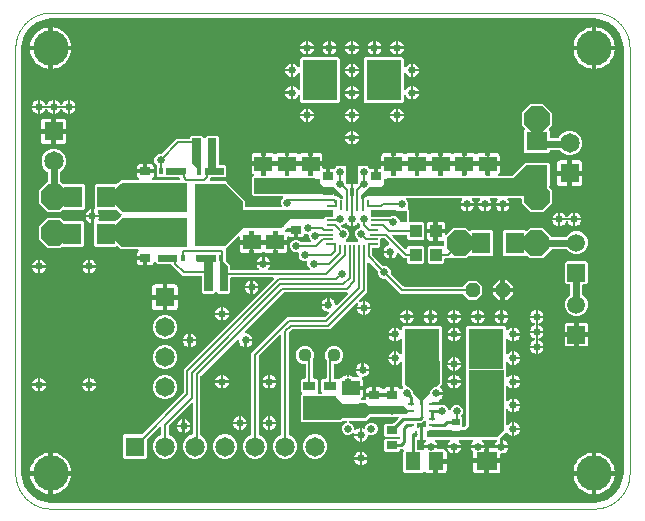
<source format=gtl>
G04 EAGLE Gerber RS-274X export*
G75*
%MOMM*%
%FSLAX35Y35*%
%LPD*%
%INcopper_top*%
%IPPOS*%
%AMOC8*
5,1,8,0,0,1.08239X$1,22.5*%
G01*
%ADD10C,0.000000*%
%ADD11R,0.950000X0.200000*%
%ADD12R,0.600000X0.200000*%
%ADD13R,0.900000X0.200000*%
%ADD14R,0.200000X0.600000*%
%ADD15R,0.700000X0.200000*%
%ADD16R,0.650000X0.200000*%
%ADD17R,0.680000X0.200000*%
%ADD18R,0.200000X1.000000*%
%ADD19R,0.200000X0.950000*%
%ADD20R,1.000000X1.100000*%
%ADD21R,0.900000X0.700000*%
%ADD22R,0.300000X0.600000*%
%ADD23R,0.300000X0.635000*%
%ADD24R,2.450000X1.775000*%
%ADD25R,0.600000X0.700000*%
%ADD26R,1.500000X1.300000*%
%ADD27P,1.319650X8X22.500000*%
%ADD28R,2.950000X3.500000*%
%ADD29C,1.500000*%
%ADD30R,1.500000X1.500000*%
%ADD31R,1.100000X2.000000*%
%ADD32R,1.100000X0.800000*%
%ADD33R,1.800000X1.600000*%
%ADD34R,0.600000X0.250000*%
%ADD35R,0.250000X1.825000*%
%ADD36R,0.250000X0.600000*%
%ADD37R,1.300000X1.500000*%
%ADD38R,0.700000X0.600000*%
%ADD39R,0.700000X0.900000*%
%ADD40P,2.336880X8X22.500000*%
%ADD41R,1.600000X1.803000*%
%ADD42P,2.336880X8X202.500000*%
%ADD43P,2.336880X8X112.500000*%
%ADD44R,1.803000X1.600000*%
%ADD45R,1.650000X1.650000*%
%ADD46C,1.650000*%
%ADD47C,0.650000*%
%ADD48C,0.200000*%
%ADD49C,3.000000*%
%ADD50C,0.250000*%
%ADD51C,0.350000*%
%ADD52C,0.609600*%
%ADD53C,1.125000*%

G36*
X4900416Y50060D02*
X4900416Y50060D01*
X4900784Y50031D01*
X4938328Y52986D01*
X4939732Y53300D01*
X4940634Y53444D01*
X5012048Y76648D01*
X5012063Y76656D01*
X5012080Y76659D01*
X5012332Y76788D01*
X5014581Y77890D01*
X5014703Y78001D01*
X5014835Y78068D01*
X5075583Y122204D01*
X5075596Y122217D01*
X5075611Y122225D01*
X5075807Y122421D01*
X5077609Y124168D01*
X5077690Y124311D01*
X5077795Y124417D01*
X5121931Y185165D01*
X5121939Y185180D01*
X5121952Y185193D01*
X5122081Y185447D01*
X5123251Y187658D01*
X5123284Y187820D01*
X5123352Y187952D01*
X5146555Y259366D01*
X5146803Y260788D01*
X5147014Y261671D01*
X5149968Y299215D01*
X5149942Y299634D01*
X5149999Y300000D01*
X5149999Y3900000D01*
X5149940Y3900416D01*
X5149968Y3900784D01*
X5147014Y3938328D01*
X5146700Y3939732D01*
X5146555Y3940634D01*
X5123352Y4012048D01*
X5123344Y4012063D01*
X5123341Y4012080D01*
X5123212Y4012332D01*
X5122110Y4014581D01*
X5121999Y4014703D01*
X5121931Y4014835D01*
X5077795Y4075583D01*
X5077783Y4075596D01*
X5077775Y4075611D01*
X5077579Y4075807D01*
X5077475Y4075914D01*
X5077333Y4076144D01*
X5076672Y4076742D01*
X5075832Y4077609D01*
X5075689Y4077690D01*
X5075583Y4077795D01*
X5014835Y4121931D01*
X5014820Y4121939D01*
X5014807Y4121952D01*
X5014553Y4122081D01*
X5012342Y4123251D01*
X5012180Y4123284D01*
X5012048Y4123352D01*
X4940634Y4146555D01*
X4939211Y4146803D01*
X4938328Y4147014D01*
X4900784Y4149968D01*
X4900366Y4149942D01*
X4900000Y4149999D01*
X300000Y4149999D01*
X299584Y4149940D01*
X299215Y4149968D01*
X261671Y4147014D01*
X260268Y4146700D01*
X259366Y4146555D01*
X187952Y4123352D01*
X187937Y4123344D01*
X187919Y4123341D01*
X187668Y4123212D01*
X185419Y4122110D01*
X185297Y4121999D01*
X185165Y4121931D01*
X124417Y4077795D01*
X124404Y4077783D01*
X124389Y4077775D01*
X124193Y4077579D01*
X123558Y4076963D01*
X122846Y4076354D01*
X122701Y4076132D01*
X122391Y4075832D01*
X122309Y4075689D01*
X122204Y4075583D01*
X78068Y4014835D01*
X78061Y4014820D01*
X78048Y4014807D01*
X77919Y4014553D01*
X76749Y4012342D01*
X76715Y4012180D01*
X76648Y4012048D01*
X53444Y3940634D01*
X53196Y3939211D01*
X52986Y3938328D01*
X50031Y3900784D01*
X50058Y3900366D01*
X50000Y3900000D01*
X50000Y300000D01*
X50060Y299584D01*
X50031Y299216D01*
X52986Y261671D01*
X53300Y260268D01*
X53444Y259366D01*
X76648Y187952D01*
X76656Y187937D01*
X76659Y187919D01*
X76788Y187668D01*
X77890Y185419D01*
X78001Y185297D01*
X78068Y185165D01*
X122204Y124417D01*
X122217Y124404D01*
X122225Y124389D01*
X122421Y124193D01*
X124168Y122391D01*
X124311Y122309D01*
X124417Y122204D01*
X185164Y78068D01*
X185179Y78061D01*
X185192Y78048D01*
X185447Y77919D01*
X187658Y76749D01*
X187819Y76715D01*
X187952Y76648D01*
X259365Y53444D01*
X260788Y53196D01*
X261671Y52986D01*
X299215Y50031D01*
X299634Y50058D01*
X300000Y50000D01*
X4900000Y50000D01*
X4900416Y50060D01*
G37*
%LPC*%
G36*
X922215Y422499D02*
X922215Y422499D01*
X910499Y434215D01*
X910499Y615784D01*
X922215Y627500D01*
X1068931Y627500D01*
X1069880Y627636D01*
X1070835Y627683D01*
X1071269Y627833D01*
X1071724Y627898D01*
X1072597Y628293D01*
X1073502Y628606D01*
X1073848Y628858D01*
X1074295Y629061D01*
X1075275Y629899D01*
X1076002Y630429D01*
X1423571Y977998D01*
X1424145Y978763D01*
X1424788Y979474D01*
X1424989Y979888D01*
X1425264Y980254D01*
X1425601Y981148D01*
X1426021Y982011D01*
X1426087Y982435D01*
X1426260Y982894D01*
X1426360Y984179D01*
X1426499Y985068D01*
X1426499Y1180927D01*
X1447002Y1201429D01*
X2186003Y1940429D01*
X2186195Y1940686D01*
X2186439Y1940895D01*
X2187039Y1941810D01*
X2187696Y1942686D01*
X2187809Y1942987D01*
X2187985Y1943255D01*
X2188306Y1944301D01*
X2188692Y1945325D01*
X2188717Y1945645D01*
X2188811Y1945953D01*
X2188826Y1947047D01*
X2188911Y1948138D01*
X2188845Y1948453D01*
X2188850Y1948774D01*
X2188558Y1949829D01*
X2188335Y1950900D01*
X2188185Y1951183D01*
X2188099Y1951493D01*
X2187523Y1952428D01*
X2187011Y1953392D01*
X2186788Y1953621D01*
X2186619Y1953895D01*
X2185808Y1954629D01*
X2185044Y1955414D01*
X2184765Y1955573D01*
X2184527Y1955788D01*
X2183541Y1956267D01*
X2182590Y1956806D01*
X2182279Y1956880D01*
X2181989Y1957021D01*
X2181098Y1957160D01*
X2179845Y1957458D01*
X2179356Y1957433D01*
X2178932Y1957499D01*
X1830500Y1957499D01*
X1829866Y1957409D01*
X1829226Y1957418D01*
X1828476Y1957211D01*
X1827707Y1957101D01*
X1827124Y1956838D01*
X1826506Y1956668D01*
X1825843Y1956259D01*
X1825136Y1955939D01*
X1824650Y1955523D01*
X1824105Y1955187D01*
X1823583Y1954610D01*
X1822992Y1954105D01*
X1822642Y1953570D01*
X1822212Y1953095D01*
X1821872Y1952394D01*
X1821446Y1951745D01*
X1821259Y1951134D01*
X1820979Y1950557D01*
X1820870Y1949863D01*
X1820621Y1949047D01*
X1820609Y1948193D01*
X1820500Y1947500D01*
X1820500Y1831508D01*
X1808492Y1819499D01*
X1721508Y1819499D01*
X1707071Y1833937D01*
X1706559Y1834321D01*
X1706113Y1834780D01*
X1705436Y1835164D01*
X1704814Y1835631D01*
X1704215Y1835857D01*
X1703658Y1836173D01*
X1702903Y1836352D01*
X1702175Y1836627D01*
X1701536Y1836676D01*
X1700913Y1836824D01*
X1700138Y1836785D01*
X1699362Y1836846D01*
X1698734Y1836715D01*
X1698096Y1836683D01*
X1697362Y1836429D01*
X1696600Y1836270D01*
X1696035Y1835970D01*
X1695430Y1835760D01*
X1694863Y1835347D01*
X1694109Y1834946D01*
X1693496Y1834351D01*
X1692929Y1833937D01*
X1678492Y1819499D01*
X1591508Y1819499D01*
X1579499Y1831508D01*
X1579499Y1960000D01*
X1579411Y1960623D01*
X1579418Y1961155D01*
X1579416Y1961160D01*
X1579418Y1961274D01*
X1579211Y1962024D01*
X1579101Y1962793D01*
X1578838Y1963375D01*
X1578668Y1963993D01*
X1578259Y1964656D01*
X1577939Y1965364D01*
X1577523Y1965850D01*
X1577187Y1966395D01*
X1576610Y1966917D01*
X1576105Y1967508D01*
X1575570Y1967858D01*
X1575095Y1968288D01*
X1574394Y1968628D01*
X1573745Y1969053D01*
X1573134Y1969241D01*
X1572557Y1969521D01*
X1571863Y1969629D01*
X1571047Y1969879D01*
X1570193Y1969891D01*
X1569500Y1969999D01*
X1415147Y1969999D01*
X1324910Y2060236D01*
X1324918Y2060774D01*
X1324711Y2061524D01*
X1324601Y2062293D01*
X1324338Y2062875D01*
X1324168Y2063493D01*
X1323759Y2064156D01*
X1323439Y2064864D01*
X1323023Y2065350D01*
X1322687Y2065895D01*
X1322110Y2066417D01*
X1321605Y2067008D01*
X1321070Y2067358D01*
X1320595Y2067788D01*
X1319894Y2068128D01*
X1319245Y2068553D01*
X1318634Y2068741D01*
X1318057Y2069021D01*
X1317363Y2069129D01*
X1316547Y2069379D01*
X1315693Y2069391D01*
X1315000Y2069499D01*
X1201508Y2069499D01*
X1186652Y2084356D01*
X1186310Y2084613D01*
X1186025Y2084932D01*
X1185186Y2085456D01*
X1184396Y2086049D01*
X1183995Y2086200D01*
X1183633Y2086427D01*
X1182681Y2086696D01*
X1181756Y2087045D01*
X1181330Y2087078D01*
X1180918Y2087195D01*
X1179929Y2087188D01*
X1178943Y2087264D01*
X1178524Y2087177D01*
X1178097Y2087174D01*
X1177149Y2086890D01*
X1176181Y2086689D01*
X1175804Y2086488D01*
X1175393Y2086366D01*
X1174563Y2085828D01*
X1173690Y2085365D01*
X1173383Y2085066D01*
X1173024Y2084834D01*
X1172378Y2084088D01*
X1171668Y2083398D01*
X1171456Y2083026D01*
X1171176Y2082703D01*
X1170831Y2081924D01*
X1170275Y2080944D01*
X1170135Y2080352D01*
X1169923Y2079873D01*
X1168669Y2075195D01*
X1165325Y2069403D01*
X1160596Y2064674D01*
X1154805Y2061331D01*
X1148343Y2059599D01*
X1117499Y2059599D01*
X1117499Y2112498D01*
X1117409Y2113132D01*
X1117418Y2113772D01*
X1117211Y2114522D01*
X1117101Y2115291D01*
X1116838Y2115873D01*
X1116668Y2116491D01*
X1116259Y2117154D01*
X1115939Y2117862D01*
X1115523Y2118348D01*
X1115187Y2118893D01*
X1114610Y2119414D01*
X1114105Y2120005D01*
X1113570Y2120356D01*
X1113095Y2120786D01*
X1112394Y2121126D01*
X1111745Y2121551D01*
X1111134Y2121738D01*
X1110557Y2122018D01*
X1109863Y2122127D01*
X1109047Y2122377D01*
X1108193Y2122389D01*
X1107500Y2122497D01*
X1102497Y2122497D01*
X1102497Y2127500D01*
X1102407Y2128134D01*
X1102416Y2128774D01*
X1102209Y2129524D01*
X1102099Y2130293D01*
X1101836Y2130875D01*
X1101665Y2131493D01*
X1101257Y2132156D01*
X1100937Y2132864D01*
X1100521Y2133350D01*
X1100185Y2133895D01*
X1099608Y2134417D01*
X1099103Y2135008D01*
X1098568Y2135358D01*
X1098093Y2135788D01*
X1097392Y2136128D01*
X1096743Y2136553D01*
X1096132Y2136741D01*
X1095555Y2137021D01*
X1094861Y2137129D01*
X1094045Y2137379D01*
X1093191Y2137391D01*
X1092498Y2137499D01*
X1029599Y2137499D01*
X1029599Y2158343D01*
X1031331Y2164805D01*
X1034674Y2170596D01*
X1039403Y2175325D01*
X1040295Y2175840D01*
X1040464Y2175973D01*
X1040660Y2176061D01*
X1041571Y2176840D01*
X1042515Y2177581D01*
X1042640Y2177755D01*
X1042804Y2177895D01*
X1043460Y2178897D01*
X1044160Y2179872D01*
X1044232Y2180076D01*
X1044350Y2180255D01*
X1044701Y2181403D01*
X1045100Y2182533D01*
X1045112Y2182746D01*
X1045175Y2182953D01*
X1045192Y2184155D01*
X1045259Y2185349D01*
X1045211Y2185558D01*
X1045214Y2185774D01*
X1044894Y2186933D01*
X1044626Y2188098D01*
X1044521Y2188285D01*
X1044464Y2188493D01*
X1043833Y2189517D01*
X1043249Y2190561D01*
X1043097Y2190712D01*
X1042983Y2190895D01*
X1042093Y2191701D01*
X1041240Y2192541D01*
X1041051Y2192643D01*
X1040891Y2192788D01*
X1039810Y2193313D01*
X1038757Y2193881D01*
X1038548Y2193926D01*
X1038353Y2194021D01*
X1037457Y2194161D01*
X1035999Y2194475D01*
X1035624Y2194448D01*
X1035296Y2194499D01*
X896508Y2194499D01*
X885887Y2205121D01*
X885122Y2205695D01*
X884411Y2206338D01*
X883997Y2206539D01*
X883630Y2206814D01*
X882736Y2207151D01*
X881873Y2207571D01*
X881449Y2207637D01*
X880991Y2207810D01*
X880177Y2207873D01*
X868538Y2219512D01*
X868026Y2219897D01*
X867580Y2220355D01*
X866903Y2220740D01*
X866282Y2221206D01*
X865684Y2221431D01*
X865126Y2221748D01*
X864368Y2221928D01*
X863642Y2222202D01*
X863004Y2222251D01*
X862381Y2222399D01*
X861605Y2222360D01*
X860829Y2222421D01*
X860202Y2222290D01*
X859563Y2222258D01*
X858828Y2222003D01*
X858068Y2221845D01*
X857503Y2221545D01*
X856897Y2221335D01*
X856329Y2220921D01*
X855576Y2220521D01*
X854964Y2219926D01*
X854397Y2219512D01*
X851984Y2217099D01*
X675415Y2217099D01*
X663699Y2228815D01*
X663699Y2409100D01*
X663609Y2409734D01*
X663618Y2410374D01*
X663411Y2411124D01*
X663301Y2411893D01*
X663038Y2412475D01*
X662868Y2413093D01*
X662459Y2413756D01*
X662139Y2414464D01*
X662001Y2414626D01*
X662001Y2466999D01*
X709045Y2466999D01*
X707675Y2460111D01*
X703995Y2451227D01*
X703701Y2450079D01*
X703354Y2448947D01*
X703351Y2448717D01*
X703294Y2448494D01*
X703332Y2447309D01*
X703315Y2446126D01*
X703376Y2445905D01*
X703384Y2445674D01*
X703751Y2444548D01*
X704066Y2443406D01*
X704187Y2443210D01*
X704258Y2442992D01*
X704923Y2442016D01*
X705546Y2441005D01*
X705717Y2440850D01*
X705847Y2440660D01*
X706758Y2439909D01*
X707638Y2439112D01*
X707846Y2439011D01*
X708023Y2438865D01*
X709108Y2438398D01*
X710176Y2437879D01*
X710392Y2437845D01*
X710614Y2437749D01*
X712493Y2437516D01*
X713233Y2437400D01*
X849266Y2437400D01*
X850215Y2437536D01*
X851170Y2437583D01*
X851604Y2437733D01*
X852059Y2437798D01*
X852932Y2438193D01*
X853837Y2438506D01*
X854183Y2438758D01*
X854630Y2438961D01*
X855610Y2439799D01*
X856337Y2440329D01*
X896437Y2480429D01*
X896822Y2480942D01*
X897280Y2481388D01*
X897664Y2482064D01*
X898131Y2482686D01*
X898357Y2483285D01*
X898673Y2483842D01*
X898852Y2484598D01*
X899127Y2485325D01*
X899176Y2485964D01*
X899324Y2486587D01*
X899285Y2487362D01*
X899346Y2488138D01*
X899215Y2488766D01*
X899183Y2489404D01*
X898929Y2490139D01*
X898770Y2490900D01*
X898470Y2491465D01*
X898260Y2492070D01*
X897847Y2492638D01*
X897446Y2493392D01*
X896851Y2494004D01*
X896437Y2494571D01*
X881571Y2509437D01*
X864087Y2526921D01*
X863322Y2527495D01*
X862611Y2528138D01*
X862197Y2528339D01*
X861830Y2528614D01*
X860936Y2528951D01*
X860073Y2529371D01*
X859649Y2529437D01*
X859191Y2529610D01*
X857906Y2529710D01*
X857016Y2529849D01*
X705031Y2529849D01*
X704285Y2529743D01*
X703530Y2529736D01*
X702894Y2529545D01*
X702238Y2529451D01*
X701552Y2529141D01*
X700829Y2528924D01*
X700271Y2528562D01*
X699667Y2528289D01*
X699094Y2527799D01*
X698461Y2527389D01*
X698027Y2526886D01*
X697523Y2526455D01*
X697110Y2525824D01*
X696617Y2525254D01*
X696341Y2524650D01*
X695977Y2524095D01*
X695757Y2523375D01*
X695443Y2522689D01*
X695346Y2522031D01*
X695152Y2521397D01*
X695141Y2520644D01*
X695031Y2519898D01*
X695122Y2519239D01*
X695113Y2518576D01*
X695313Y2517849D01*
X695416Y2517103D01*
X695671Y2516552D01*
X695863Y2515857D01*
X696386Y2515008D01*
X696717Y2514295D01*
X703311Y2504426D01*
X707675Y2493889D01*
X709045Y2487001D01*
X662001Y2487001D01*
X662001Y2534441D01*
X662065Y2534438D01*
X662267Y2534485D01*
X662474Y2534482D01*
X663636Y2534803D01*
X664813Y2535076D01*
X664994Y2535177D01*
X665193Y2535232D01*
X666223Y2535867D01*
X667274Y2536457D01*
X667419Y2536604D01*
X667595Y2536713D01*
X668406Y2537609D01*
X669251Y2538469D01*
X669349Y2538651D01*
X669488Y2538805D01*
X670017Y2539893D01*
X670587Y2540954D01*
X670630Y2541156D01*
X670721Y2541343D01*
X670861Y2542236D01*
X671176Y2543713D01*
X671149Y2544079D01*
X671199Y2544400D01*
X671199Y2738434D01*
X682915Y2750150D01*
X858059Y2750150D01*
X859008Y2750286D01*
X859963Y2750333D01*
X860397Y2750483D01*
X860852Y2750548D01*
X861725Y2750943D01*
X862629Y2751256D01*
X862976Y2751508D01*
X863423Y2751711D01*
X864403Y2752549D01*
X865130Y2753079D01*
X880638Y2768588D01*
X880982Y2768743D01*
X881887Y2769056D01*
X882233Y2769308D01*
X882680Y2769511D01*
X883660Y2770349D01*
X884387Y2770879D01*
X894008Y2780500D01*
X1035296Y2780500D01*
X1035509Y2780531D01*
X1035723Y2780509D01*
X1036905Y2780730D01*
X1038089Y2780898D01*
X1038285Y2780987D01*
X1038497Y2781026D01*
X1039569Y2781567D01*
X1040660Y2782061D01*
X1040823Y2782200D01*
X1041015Y2782297D01*
X1041892Y2783115D01*
X1042804Y2783895D01*
X1042922Y2784075D01*
X1043079Y2784221D01*
X1043693Y2785252D01*
X1044350Y2786255D01*
X1044413Y2786460D01*
X1044523Y2786645D01*
X1044824Y2787806D01*
X1045175Y2788953D01*
X1045178Y2789168D01*
X1045232Y2789376D01*
X1045198Y2790573D01*
X1045214Y2791773D01*
X1045157Y2791981D01*
X1045151Y2792196D01*
X1044784Y2793333D01*
X1044464Y2794493D01*
X1044350Y2794677D01*
X1044285Y2794881D01*
X1043614Y2795872D01*
X1042983Y2796895D01*
X1042824Y2797039D01*
X1042703Y2797217D01*
X1041996Y2797788D01*
X1040891Y2798788D01*
X1040554Y2798951D01*
X1040295Y2799160D01*
X1039403Y2799675D01*
X1034674Y2804403D01*
X1031331Y2810195D01*
X1029599Y2816656D01*
X1029599Y2837500D01*
X1092498Y2837500D01*
X1093132Y2837590D01*
X1093772Y2837582D01*
X1094522Y2837788D01*
X1095291Y2837898D01*
X1095873Y2838161D01*
X1096491Y2838332D01*
X1097154Y2838741D01*
X1097862Y2839060D01*
X1098348Y2839476D01*
X1098893Y2839812D01*
X1099414Y2840389D01*
X1100005Y2840894D01*
X1100021Y2840918D01*
X1100392Y2840583D01*
X1100897Y2839992D01*
X1101432Y2839641D01*
X1101907Y2839212D01*
X1102608Y2838871D01*
X1103257Y2838446D01*
X1103868Y2838259D01*
X1104445Y2837979D01*
X1105138Y2837870D01*
X1105955Y2837620D01*
X1106808Y2837608D01*
X1107502Y2837500D01*
X1170400Y2837500D01*
X1170400Y2816656D01*
X1168669Y2810195D01*
X1165325Y2804403D01*
X1160597Y2799675D01*
X1159705Y2799160D01*
X1159535Y2799027D01*
X1159340Y2798939D01*
X1158429Y2798159D01*
X1157485Y2797419D01*
X1157359Y2797244D01*
X1157196Y2797105D01*
X1156540Y2796103D01*
X1155839Y2795128D01*
X1155768Y2794924D01*
X1155650Y2794745D01*
X1155299Y2793597D01*
X1154900Y2792467D01*
X1154888Y2792253D01*
X1154824Y2792047D01*
X1154808Y2790841D01*
X1154740Y2789651D01*
X1154788Y2789441D01*
X1154786Y2789226D01*
X1155105Y2788067D01*
X1155374Y2786901D01*
X1155478Y2786714D01*
X1155536Y2786506D01*
X1156169Y2785479D01*
X1156750Y2784439D01*
X1156903Y2784288D01*
X1157016Y2784105D01*
X1157907Y2783299D01*
X1158760Y2782458D01*
X1158949Y2782357D01*
X1159109Y2782212D01*
X1160190Y2781687D01*
X1161243Y2781118D01*
X1161452Y2781073D01*
X1161646Y2780979D01*
X1162543Y2780839D01*
X1164001Y2780525D01*
X1164375Y2780552D01*
X1164703Y2780500D01*
X1385000Y2780500D01*
X1385634Y2780591D01*
X1386274Y2780582D01*
X1387024Y2780789D01*
X1387793Y2780898D01*
X1388375Y2781162D01*
X1388993Y2781332D01*
X1389656Y2781741D01*
X1390364Y2782061D01*
X1390850Y2782476D01*
X1391395Y2782813D01*
X1391917Y2783389D01*
X1392508Y2783895D01*
X1392858Y2784430D01*
X1393288Y2784905D01*
X1393628Y2785605D01*
X1394053Y2786255D01*
X1394241Y2786866D01*
X1394521Y2787443D01*
X1394629Y2788136D01*
X1394879Y2788953D01*
X1394891Y2789806D01*
X1394999Y2790500D01*
X1394999Y2794500D01*
X1394909Y2795134D01*
X1394918Y2795774D01*
X1394711Y2796524D01*
X1394601Y2797293D01*
X1394338Y2797875D01*
X1394168Y2798493D01*
X1393759Y2799156D01*
X1393439Y2799864D01*
X1393023Y2800350D01*
X1392687Y2800895D01*
X1392110Y2801417D01*
X1391605Y2802008D01*
X1391070Y2802358D01*
X1390595Y2802788D01*
X1389894Y2803128D01*
X1389245Y2803553D01*
X1388634Y2803741D01*
X1388057Y2804021D01*
X1387363Y2804129D01*
X1386547Y2804379D01*
X1385693Y2804391D01*
X1385000Y2804499D01*
X1271508Y2804499D01*
X1269217Y2806791D01*
X1268706Y2807175D01*
X1268258Y2807634D01*
X1267581Y2808018D01*
X1266961Y2808484D01*
X1266362Y2808710D01*
X1265804Y2809027D01*
X1265048Y2809206D01*
X1264321Y2809480D01*
X1263682Y2809530D01*
X1263059Y2809678D01*
X1262284Y2809639D01*
X1261508Y2809699D01*
X1260880Y2809568D01*
X1260242Y2809537D01*
X1259508Y2809283D01*
X1258746Y2809124D01*
X1258180Y2808823D01*
X1257576Y2808614D01*
X1257008Y2808201D01*
X1256255Y2807800D01*
X1255643Y2807205D01*
X1255075Y2806791D01*
X1253284Y2804999D01*
X1206715Y2804999D01*
X1194999Y2816715D01*
X1194999Y2893284D01*
X1196663Y2894948D01*
X1197048Y2895461D01*
X1197507Y2895907D01*
X1197890Y2896583D01*
X1198357Y2897205D01*
X1198583Y2897804D01*
X1198899Y2898361D01*
X1199078Y2899117D01*
X1199353Y2899844D01*
X1199403Y2900483D01*
X1199550Y2901106D01*
X1199512Y2901881D01*
X1199572Y2902657D01*
X1199441Y2903285D01*
X1199409Y2903923D01*
X1199155Y2904658D01*
X1198996Y2905419D01*
X1198696Y2905984D01*
X1198487Y2906589D01*
X1198073Y2907157D01*
X1197672Y2907911D01*
X1197077Y2908523D01*
X1196663Y2909090D01*
X1185492Y2920261D01*
X1177499Y2939557D01*
X1177499Y2960443D01*
X1185492Y2979739D01*
X1200261Y2994508D01*
X1219557Y3002500D01*
X1235932Y3002500D01*
X1236880Y3002636D01*
X1237836Y3002683D01*
X1238269Y3002833D01*
X1238725Y3002898D01*
X1239598Y3003293D01*
X1240502Y3003606D01*
X1240848Y3003858D01*
X1241295Y3004061D01*
X1242275Y3004899D01*
X1243002Y3005429D01*
X1347071Y3109498D01*
X1347072Y3109499D01*
X1367573Y3130000D01*
X1469500Y3130000D01*
X1470134Y3130091D01*
X1470774Y3130082D01*
X1471524Y3130289D01*
X1472293Y3130398D01*
X1472875Y3130662D01*
X1473493Y3130832D01*
X1474156Y3131241D01*
X1474864Y3131561D01*
X1475350Y3131976D01*
X1475895Y3132313D01*
X1476417Y3132889D01*
X1477008Y3133395D01*
X1477358Y3133930D01*
X1477788Y3134405D01*
X1478128Y3135105D01*
X1478553Y3135755D01*
X1478741Y3136366D01*
X1479021Y3136943D01*
X1479129Y3137636D01*
X1479379Y3138453D01*
X1479391Y3139306D01*
X1479499Y3140000D01*
X1479499Y3143492D01*
X1491508Y3155500D01*
X1578492Y3155500D01*
X1592929Y3141063D01*
X1593442Y3140678D01*
X1593888Y3140219D01*
X1594564Y3139836D01*
X1595186Y3139369D01*
X1595785Y3139143D01*
X1596342Y3138827D01*
X1597098Y3138648D01*
X1597825Y3138373D01*
X1598464Y3138323D01*
X1599087Y3138176D01*
X1599862Y3138214D01*
X1600638Y3138154D01*
X1601266Y3138285D01*
X1601904Y3138317D01*
X1602639Y3138571D01*
X1603400Y3138730D01*
X1603965Y3139030D01*
X1604570Y3139239D01*
X1605138Y3139653D01*
X1605892Y3140054D01*
X1606504Y3140649D01*
X1607071Y3141063D01*
X1621508Y3155500D01*
X1708492Y3155500D01*
X1720500Y3143492D01*
X1720500Y2915500D01*
X1720591Y2914866D01*
X1720582Y2914226D01*
X1720789Y2913476D01*
X1720898Y2912707D01*
X1721162Y2912124D01*
X1721332Y2911506D01*
X1721741Y2910843D01*
X1722061Y2910136D01*
X1722476Y2909650D01*
X1722813Y2909105D01*
X1723389Y2908583D01*
X1723895Y2907992D01*
X1724430Y2907642D01*
X1724905Y2907212D01*
X1725605Y2906872D01*
X1726255Y2906446D01*
X1726866Y2906259D01*
X1727443Y2905979D01*
X1728136Y2905870D01*
X1728953Y2905621D01*
X1729806Y2905609D01*
X1730500Y2905500D01*
X1773492Y2905500D01*
X1785500Y2893492D01*
X1785500Y2816508D01*
X1773492Y2804499D01*
X1660000Y2804499D01*
X1659366Y2804409D01*
X1658726Y2804418D01*
X1657976Y2804211D01*
X1657207Y2804101D01*
X1656624Y2803838D01*
X1656006Y2803668D01*
X1655343Y2803259D01*
X1654636Y2802939D01*
X1654150Y2802523D01*
X1653605Y2802187D01*
X1653083Y2801610D01*
X1652492Y2801105D01*
X1652142Y2800570D01*
X1651712Y2800095D01*
X1651372Y2799394D01*
X1650946Y2798745D01*
X1650759Y2798134D01*
X1650479Y2797557D01*
X1650370Y2796863D01*
X1650121Y2796047D01*
X1650109Y2795193D01*
X1650000Y2794500D01*
X1650000Y2793823D01*
X1649498Y2793321D01*
X1649305Y2793064D01*
X1649060Y2792855D01*
X1648462Y2791941D01*
X1647804Y2791064D01*
X1647690Y2790763D01*
X1647514Y2790495D01*
X1647195Y2789450D01*
X1646808Y2788425D01*
X1646783Y2788104D01*
X1646689Y2787797D01*
X1646674Y2786703D01*
X1646589Y2785612D01*
X1646654Y2785297D01*
X1646650Y2784976D01*
X1646941Y2783922D01*
X1647164Y2782850D01*
X1647315Y2782567D01*
X1647400Y2782256D01*
X1647976Y2781322D01*
X1648488Y2780359D01*
X1648712Y2780129D01*
X1648881Y2779855D01*
X1649693Y2779120D01*
X1650455Y2778336D01*
X1650735Y2778178D01*
X1650973Y2777962D01*
X1651957Y2777484D01*
X1652909Y2776944D01*
X1653222Y2776869D01*
X1653511Y2776729D01*
X1654400Y2776590D01*
X1655654Y2776292D01*
X1656144Y2776317D01*
X1656568Y2776250D01*
X1780784Y2776250D01*
X1792651Y2764384D01*
X1792683Y2763729D01*
X1792833Y2763296D01*
X1792898Y2762840D01*
X1793293Y2761968D01*
X1793606Y2761063D01*
X1793858Y2760717D01*
X1794061Y2760270D01*
X1794899Y2759290D01*
X1795429Y2758563D01*
X1945500Y2608492D01*
X1945500Y2560500D01*
X1945591Y2559866D01*
X1945582Y2559226D01*
X1945789Y2558476D01*
X1945898Y2557707D01*
X1946162Y2557124D01*
X1946332Y2556506D01*
X1946741Y2555843D01*
X1947061Y2555136D01*
X1947476Y2554650D01*
X1947813Y2554105D01*
X1948389Y2553583D01*
X1948895Y2552992D01*
X1949430Y2552642D01*
X1949905Y2552212D01*
X1950605Y2551872D01*
X1951255Y2551446D01*
X1951866Y2551259D01*
X1952443Y2550979D01*
X1953136Y2550870D01*
X1953953Y2550621D01*
X1954806Y2550609D01*
X1955500Y2550500D01*
X2244570Y2550500D01*
X2245740Y2550667D01*
X2246921Y2550781D01*
X2247136Y2550866D01*
X2247363Y2550898D01*
X2248439Y2551385D01*
X2249542Y2551824D01*
X2249724Y2551966D01*
X2249934Y2552061D01*
X2250835Y2552832D01*
X2251768Y2553558D01*
X2251902Y2553745D01*
X2252078Y2553895D01*
X2252726Y2554885D01*
X2253420Y2555845D01*
X2253498Y2556063D01*
X2253623Y2556255D01*
X2253970Y2557387D01*
X2254368Y2558503D01*
X2254382Y2558732D01*
X2254449Y2558953D01*
X2254465Y2560136D01*
X2254536Y2561319D01*
X2254484Y2561531D01*
X2254488Y2561773D01*
X2253984Y2563601D01*
X2253808Y2564326D01*
X2247499Y2579557D01*
X2247499Y2600443D01*
X2255492Y2619739D01*
X2263183Y2627429D01*
X2263376Y2627686D01*
X2263620Y2627895D01*
X2264219Y2628810D01*
X2264876Y2629686D01*
X2264990Y2629987D01*
X2265166Y2630255D01*
X2265486Y2631301D01*
X2265872Y2632325D01*
X2265897Y2632645D01*
X2265991Y2632953D01*
X2266006Y2634047D01*
X2266091Y2635138D01*
X2266026Y2635453D01*
X2266030Y2635774D01*
X2265739Y2636827D01*
X2265516Y2637900D01*
X2265365Y2638184D01*
X2265280Y2638493D01*
X2264705Y2639426D01*
X2264192Y2640391D01*
X2263968Y2640621D01*
X2263799Y2640895D01*
X2262988Y2641629D01*
X2262225Y2642414D01*
X2261945Y2642573D01*
X2261707Y2642788D01*
X2260723Y2643266D01*
X2259771Y2643806D01*
X2259459Y2643880D01*
X2259169Y2644021D01*
X2258279Y2644160D01*
X2257026Y2644458D01*
X2256536Y2644433D01*
X2256112Y2644499D01*
X2016508Y2644499D01*
X2004499Y2656508D01*
X2004499Y2803492D01*
X2016849Y2815841D01*
X2017169Y2816268D01*
X2017561Y2816633D01*
X2018014Y2817393D01*
X2018543Y2818098D01*
X2018731Y2818596D01*
X2019005Y2819056D01*
X2019227Y2819912D01*
X2019538Y2820737D01*
X2019580Y2821269D01*
X2019714Y2821787D01*
X2019689Y2822670D01*
X2019758Y2823550D01*
X2019648Y2824073D01*
X2019633Y2824607D01*
X2019362Y2825448D01*
X2019182Y2826312D01*
X2018932Y2826783D01*
X2018768Y2827292D01*
X2018272Y2828024D01*
X2017858Y2828803D01*
X2017485Y2829187D01*
X2017186Y2829628D01*
X2016579Y2830118D01*
X2015891Y2830826D01*
X2015257Y2831186D01*
X2014778Y2831572D01*
X2009403Y2834675D01*
X2004674Y2839403D01*
X2001331Y2845195D01*
X1999599Y2851656D01*
X1999599Y2900001D01*
X2033753Y2900001D01*
X2033958Y2900030D01*
X2034163Y2900009D01*
X2035352Y2900229D01*
X2036547Y2900399D01*
X2036734Y2900484D01*
X2036938Y2900522D01*
X2038019Y2901065D01*
X2039117Y2901561D01*
X2039274Y2901695D01*
X2039459Y2901788D01*
X2040344Y2902611D01*
X2041261Y2903395D01*
X2041374Y2903568D01*
X2041525Y2903709D01*
X2042145Y2904745D01*
X2042807Y2905755D01*
X2042867Y2905952D01*
X2042973Y2906130D01*
X2043279Y2907298D01*
X2043633Y2908453D01*
X2043635Y2908660D01*
X2043688Y2908859D01*
X2043651Y2909762D01*
X2043671Y2911274D01*
X2043574Y2911627D01*
X2043561Y2911951D01*
X2042954Y2914999D01*
X2089999Y2914999D01*
X2090633Y2915089D01*
X2091273Y2915080D01*
X2091490Y2915140D01*
X2091370Y2914893D01*
X2090945Y2914244D01*
X2090758Y2913633D01*
X2090478Y2913056D01*
X2090369Y2912362D01*
X2090119Y2911546D01*
X2090107Y2910692D01*
X2089999Y2909999D01*
X2089999Y2867673D01*
X2089135Y2867721D01*
X2088933Y2867674D01*
X2088727Y2867677D01*
X2087564Y2867356D01*
X2086387Y2867083D01*
X2086207Y2866982D01*
X2086007Y2866927D01*
X2084977Y2866292D01*
X2083926Y2865702D01*
X2083782Y2865555D01*
X2083605Y2865446D01*
X2082794Y2864549D01*
X2081949Y2863689D01*
X2081852Y2863508D01*
X2081713Y2863354D01*
X2081184Y2862265D01*
X2080613Y2861205D01*
X2080570Y2861003D01*
X2080480Y2860816D01*
X2080340Y2859923D01*
X2080024Y2858446D01*
X2080051Y2858080D01*
X2080001Y2857759D01*
X2080001Y2825500D01*
X2080091Y2824866D01*
X2080083Y2824226D01*
X2080289Y2823476D01*
X2080399Y2822707D01*
X2080662Y2822124D01*
X2080833Y2821506D01*
X2081242Y2820843D01*
X2081561Y2820136D01*
X2081977Y2819650D01*
X2082313Y2819105D01*
X2082890Y2818583D01*
X2083395Y2817992D01*
X2083931Y2817642D01*
X2084406Y2817212D01*
X2085106Y2816872D01*
X2085755Y2816446D01*
X2086367Y2816259D01*
X2086943Y2815979D01*
X2087637Y2815870D01*
X2088453Y2815621D01*
X2089307Y2815609D01*
X2090000Y2815500D01*
X2109999Y2815500D01*
X2110633Y2815591D01*
X2111273Y2815582D01*
X2112023Y2815789D01*
X2112792Y2815898D01*
X2113374Y2816162D01*
X2113993Y2816332D01*
X2114655Y2816741D01*
X2115363Y2817061D01*
X2115849Y2817476D01*
X2116394Y2817813D01*
X2116916Y2818389D01*
X2117507Y2818895D01*
X2117857Y2819430D01*
X2118287Y2819905D01*
X2118627Y2820605D01*
X2119053Y2821255D01*
X2119240Y2821866D01*
X2119520Y2822443D01*
X2119628Y2823136D01*
X2119878Y2823953D01*
X2119890Y2824806D01*
X2119998Y2825500D01*
X2119998Y2857759D01*
X2119969Y2857963D01*
X2119990Y2858169D01*
X2119771Y2859357D01*
X2119600Y2860552D01*
X2119515Y2860740D01*
X2119478Y2860943D01*
X2118935Y2862024D01*
X2118438Y2863123D01*
X2118304Y2863279D01*
X2118211Y2863464D01*
X2117389Y2864349D01*
X2116604Y2865266D01*
X2116431Y2865380D01*
X2116291Y2865531D01*
X2115254Y2866151D01*
X2114244Y2866812D01*
X2114047Y2866873D01*
X2113869Y2866979D01*
X2112701Y2867284D01*
X2111546Y2867638D01*
X2111339Y2867641D01*
X2111140Y2867693D01*
X2110238Y2867656D01*
X2110001Y2867659D01*
X2110001Y2909999D01*
X2109913Y2910617D01*
X2109919Y2911095D01*
X2109917Y2911104D01*
X2109919Y2911273D01*
X2109712Y2912023D01*
X2109603Y2912792D01*
X2109339Y2913374D01*
X2109169Y2913992D01*
X2108760Y2914655D01*
X2108551Y2915118D01*
X2109308Y2915107D01*
X2110001Y2914999D01*
X2157045Y2914999D01*
X2156439Y2911951D01*
X2156428Y2911745D01*
X2156367Y2911548D01*
X2156351Y2910340D01*
X2156284Y2909134D01*
X2156331Y2908932D01*
X2156328Y2908727D01*
X2156649Y2907564D01*
X2156923Y2906386D01*
X2157024Y2906207D01*
X2157079Y2906007D01*
X2157713Y2904978D01*
X2158303Y2903926D01*
X2158451Y2903781D01*
X2158559Y2903605D01*
X2159454Y2902796D01*
X2160316Y2901949D01*
X2160498Y2901851D01*
X2160652Y2901713D01*
X2161739Y2901184D01*
X2162801Y2900613D01*
X2163003Y2900570D01*
X2163189Y2900480D01*
X2164082Y2900340D01*
X2165561Y2900024D01*
X2165926Y2900051D01*
X2166246Y2900001D01*
X2233753Y2900001D01*
X2233958Y2900030D01*
X2234163Y2900009D01*
X2235352Y2900229D01*
X2236547Y2900399D01*
X2236734Y2900484D01*
X2236938Y2900522D01*
X2238019Y2901065D01*
X2239117Y2901561D01*
X2239274Y2901695D01*
X2239459Y2901788D01*
X2240344Y2902611D01*
X2241261Y2903395D01*
X2241374Y2903568D01*
X2241525Y2903709D01*
X2242145Y2904745D01*
X2242807Y2905755D01*
X2242867Y2905952D01*
X2242973Y2906130D01*
X2243279Y2907298D01*
X2243633Y2908453D01*
X2243635Y2908660D01*
X2243688Y2908859D01*
X2243651Y2909762D01*
X2243671Y2911274D01*
X2243574Y2911627D01*
X2243561Y2911951D01*
X2242954Y2914999D01*
X2289999Y2914999D01*
X2290633Y2915089D01*
X2291273Y2915080D01*
X2291490Y2915140D01*
X2291370Y2914893D01*
X2290945Y2914244D01*
X2290758Y2913633D01*
X2290478Y2913056D01*
X2290369Y2912362D01*
X2290119Y2911546D01*
X2290107Y2910692D01*
X2289999Y2909999D01*
X2289999Y2867673D01*
X2289135Y2867721D01*
X2288933Y2867674D01*
X2288727Y2867677D01*
X2287564Y2867356D01*
X2286387Y2867083D01*
X2286207Y2866982D01*
X2286007Y2866927D01*
X2284977Y2866292D01*
X2283926Y2865702D01*
X2283782Y2865555D01*
X2283605Y2865446D01*
X2282794Y2864549D01*
X2281949Y2863689D01*
X2281852Y2863508D01*
X2281713Y2863354D01*
X2281184Y2862265D01*
X2280613Y2861205D01*
X2280570Y2861003D01*
X2280480Y2860816D01*
X2280340Y2859923D01*
X2280024Y2858446D01*
X2280051Y2858080D01*
X2280001Y2857759D01*
X2280001Y2825500D01*
X2280091Y2824866D01*
X2280083Y2824226D01*
X2280289Y2823476D01*
X2280399Y2822707D01*
X2280662Y2822124D01*
X2280833Y2821506D01*
X2281242Y2820843D01*
X2281561Y2820136D01*
X2281977Y2819650D01*
X2282313Y2819105D01*
X2282890Y2818583D01*
X2283395Y2817992D01*
X2283931Y2817642D01*
X2284406Y2817212D01*
X2285106Y2816872D01*
X2285755Y2816446D01*
X2286367Y2816259D01*
X2286943Y2815979D01*
X2287637Y2815870D01*
X2288453Y2815621D01*
X2289307Y2815609D01*
X2290000Y2815500D01*
X2309999Y2815500D01*
X2310633Y2815591D01*
X2311273Y2815582D01*
X2312023Y2815789D01*
X2312792Y2815898D01*
X2313374Y2816162D01*
X2313993Y2816332D01*
X2314655Y2816741D01*
X2315363Y2817061D01*
X2315849Y2817476D01*
X2316394Y2817813D01*
X2316916Y2818389D01*
X2317507Y2818895D01*
X2317857Y2819430D01*
X2318287Y2819905D01*
X2318627Y2820605D01*
X2319053Y2821255D01*
X2319240Y2821866D01*
X2319520Y2822443D01*
X2319628Y2823136D01*
X2319878Y2823953D01*
X2319890Y2824806D01*
X2319998Y2825500D01*
X2319998Y2857759D01*
X2319969Y2857963D01*
X2319990Y2858169D01*
X2319771Y2859357D01*
X2319600Y2860552D01*
X2319515Y2860740D01*
X2319478Y2860943D01*
X2318935Y2862024D01*
X2318438Y2863123D01*
X2318304Y2863279D01*
X2318211Y2863464D01*
X2317389Y2864349D01*
X2316604Y2865266D01*
X2316431Y2865380D01*
X2316291Y2865531D01*
X2315254Y2866151D01*
X2314244Y2866812D01*
X2314047Y2866873D01*
X2313869Y2866979D01*
X2312701Y2867284D01*
X2311546Y2867638D01*
X2311339Y2867641D01*
X2311140Y2867693D01*
X2310238Y2867656D01*
X2310001Y2867659D01*
X2310001Y2909999D01*
X2309913Y2910617D01*
X2309919Y2911095D01*
X2309917Y2911104D01*
X2309919Y2911273D01*
X2309712Y2912023D01*
X2309603Y2912792D01*
X2309339Y2913374D01*
X2309169Y2913992D01*
X2308760Y2914655D01*
X2308551Y2915118D01*
X2309308Y2915107D01*
X2310001Y2914999D01*
X2357045Y2914999D01*
X2356439Y2911951D01*
X2356428Y2911745D01*
X2356367Y2911548D01*
X2356351Y2910340D01*
X2356284Y2909134D01*
X2356331Y2908932D01*
X2356328Y2908727D01*
X2356649Y2907564D01*
X2356923Y2906386D01*
X2357024Y2906207D01*
X2357079Y2906007D01*
X2357713Y2904978D01*
X2358303Y2903926D01*
X2358451Y2903781D01*
X2358559Y2903605D01*
X2359454Y2902796D01*
X2360316Y2901949D01*
X2360498Y2901851D01*
X2360652Y2901713D01*
X2361739Y2901184D01*
X2362801Y2900613D01*
X2363003Y2900570D01*
X2363189Y2900480D01*
X2364082Y2900340D01*
X2365561Y2900024D01*
X2365926Y2900051D01*
X2366246Y2900001D01*
X2433753Y2900001D01*
X2433958Y2900030D01*
X2434163Y2900009D01*
X2435352Y2900229D01*
X2436547Y2900399D01*
X2436734Y2900484D01*
X2436938Y2900522D01*
X2438019Y2901065D01*
X2439117Y2901561D01*
X2439274Y2901695D01*
X2439459Y2901788D01*
X2440344Y2902611D01*
X2441261Y2903395D01*
X2441374Y2903568D01*
X2441525Y2903709D01*
X2442145Y2904745D01*
X2442807Y2905755D01*
X2442867Y2905952D01*
X2442973Y2906130D01*
X2443279Y2907298D01*
X2443633Y2908453D01*
X2443635Y2908660D01*
X2443688Y2908859D01*
X2443651Y2909762D01*
X2443671Y2911274D01*
X2443574Y2911627D01*
X2443561Y2911951D01*
X2442954Y2914999D01*
X2489999Y2914999D01*
X2490633Y2915089D01*
X2491273Y2915080D01*
X2491490Y2915140D01*
X2491370Y2914893D01*
X2490945Y2914244D01*
X2490758Y2913633D01*
X2490478Y2913056D01*
X2490369Y2912362D01*
X2490119Y2911546D01*
X2490107Y2910692D01*
X2489999Y2909999D01*
X2489999Y2867673D01*
X2489134Y2867721D01*
X2488932Y2867674D01*
X2488727Y2867677D01*
X2487565Y2867356D01*
X2486386Y2867082D01*
X2486206Y2866981D01*
X2486007Y2866926D01*
X2484976Y2866291D01*
X2483926Y2865701D01*
X2483782Y2865555D01*
X2483605Y2865446D01*
X2482794Y2864549D01*
X2481949Y2863688D01*
X2481851Y2863507D01*
X2481713Y2863353D01*
X2481184Y2862265D01*
X2480613Y2861203D01*
X2480570Y2861002D01*
X2480480Y2860816D01*
X2480340Y2859922D01*
X2480024Y2858444D01*
X2480051Y2858079D01*
X2480001Y2857759D01*
X2480001Y2825500D01*
X2480091Y2824866D01*
X2480083Y2824226D01*
X2480289Y2823476D01*
X2480399Y2822707D01*
X2480662Y2822124D01*
X2480833Y2821506D01*
X2481242Y2820843D01*
X2481561Y2820136D01*
X2481977Y2819650D01*
X2482313Y2819105D01*
X2482890Y2818583D01*
X2483395Y2817992D01*
X2483931Y2817642D01*
X2484406Y2817212D01*
X2485106Y2816872D01*
X2485755Y2816446D01*
X2486367Y2816259D01*
X2486943Y2815979D01*
X2487637Y2815870D01*
X2488453Y2815621D01*
X2489307Y2815609D01*
X2490000Y2815500D01*
X2509999Y2815500D01*
X2510633Y2815591D01*
X2511273Y2815582D01*
X2512023Y2815789D01*
X2512792Y2815898D01*
X2513374Y2816162D01*
X2513993Y2816332D01*
X2514655Y2816741D01*
X2515363Y2817061D01*
X2515849Y2817476D01*
X2516394Y2817813D01*
X2516916Y2818389D01*
X2517507Y2818895D01*
X2517857Y2819430D01*
X2518287Y2819905D01*
X2518627Y2820605D01*
X2519053Y2821255D01*
X2519240Y2821866D01*
X2519520Y2822443D01*
X2519628Y2823136D01*
X2519878Y2823953D01*
X2519890Y2824806D01*
X2519998Y2825500D01*
X2519998Y2857759D01*
X2519969Y2857964D01*
X2519990Y2858170D01*
X2519771Y2859358D01*
X2519600Y2860552D01*
X2519515Y2860741D01*
X2519478Y2860944D01*
X2518936Y2862022D01*
X2518438Y2863123D01*
X2518303Y2863280D01*
X2518211Y2863465D01*
X2517389Y2864349D01*
X2516604Y2865267D01*
X2516431Y2865380D01*
X2516290Y2865532D01*
X2515253Y2866151D01*
X2514244Y2866813D01*
X2514046Y2866873D01*
X2513868Y2866979D01*
X2512703Y2867284D01*
X2511546Y2867638D01*
X2511338Y2867641D01*
X2511139Y2867693D01*
X2510237Y2867656D01*
X2510001Y2867659D01*
X2510001Y2909999D01*
X2509913Y2910617D01*
X2509919Y2911095D01*
X2509917Y2911104D01*
X2509919Y2911273D01*
X2509712Y2912023D01*
X2509603Y2912792D01*
X2509339Y2913374D01*
X2509169Y2913992D01*
X2508760Y2914655D01*
X2508551Y2915118D01*
X2509308Y2915107D01*
X2510001Y2914999D01*
X2557045Y2914999D01*
X2556439Y2911951D01*
X2556428Y2911745D01*
X2556367Y2911548D01*
X2556351Y2910340D01*
X2556284Y2909134D01*
X2556331Y2908932D01*
X2556328Y2908727D01*
X2556649Y2907564D01*
X2556923Y2906386D01*
X2557024Y2906207D01*
X2557079Y2906007D01*
X2557713Y2904978D01*
X2558303Y2903926D01*
X2558451Y2903781D01*
X2558559Y2903605D01*
X2559454Y2902796D01*
X2560316Y2901949D01*
X2560498Y2901851D01*
X2560652Y2901713D01*
X2561739Y2901184D01*
X2562801Y2900613D01*
X2563003Y2900570D01*
X2563189Y2900480D01*
X2564082Y2900340D01*
X2565561Y2900024D01*
X2565926Y2900051D01*
X2566246Y2900001D01*
X2600400Y2900001D01*
X2600400Y2885400D01*
X2600491Y2884765D01*
X2600482Y2884126D01*
X2600689Y2883376D01*
X2600798Y2882607D01*
X2601062Y2882024D01*
X2601232Y2881406D01*
X2601641Y2880743D01*
X2601961Y2880036D01*
X2602376Y2879550D01*
X2602713Y2879005D01*
X2603289Y2878483D01*
X2603795Y2877892D01*
X2604330Y2877542D01*
X2604805Y2877112D01*
X2605505Y2876772D01*
X2606155Y2876346D01*
X2606766Y2876159D01*
X2607343Y2875879D01*
X2608036Y2875770D01*
X2608853Y2875521D01*
X2609706Y2875509D01*
X2610400Y2875400D01*
X2632500Y2875400D01*
X2632500Y2822502D01*
X2632590Y2821868D01*
X2632582Y2821228D01*
X2632788Y2820478D01*
X2632898Y2819709D01*
X2633161Y2819127D01*
X2633332Y2818508D01*
X2633741Y2817846D01*
X2634060Y2817138D01*
X2634476Y2816652D01*
X2634812Y2816107D01*
X2635389Y2815585D01*
X2635894Y2814994D01*
X2636430Y2814644D01*
X2636905Y2814214D01*
X2637605Y2813874D01*
X2638254Y2813448D01*
X2638866Y2813261D01*
X2639442Y2812981D01*
X2640136Y2812873D01*
X2640952Y2812623D01*
X2641806Y2812611D01*
X2642499Y2812503D01*
X2657500Y2812503D01*
X2658134Y2812593D01*
X2658774Y2812584D01*
X2659524Y2812791D01*
X2660293Y2812901D01*
X2660875Y2813164D01*
X2661493Y2813334D01*
X2662156Y2813743D01*
X2662864Y2814063D01*
X2663350Y2814478D01*
X2663895Y2814815D01*
X2664417Y2815392D01*
X2665008Y2815897D01*
X2665358Y2816432D01*
X2665788Y2816907D01*
X2666128Y2817608D01*
X2666553Y2818257D01*
X2666741Y2818868D01*
X2667021Y2819445D01*
X2667129Y2820138D01*
X2667379Y2820955D01*
X2667391Y2821808D01*
X2667499Y2822502D01*
X2667499Y2875400D01*
X2697014Y2875400D01*
X2697323Y2875444D01*
X2697634Y2875420D01*
X2698290Y2875555D01*
X2698919Y2875587D01*
X2699338Y2875732D01*
X2699807Y2875798D01*
X2700091Y2875927D01*
X2700397Y2875990D01*
X2700987Y2876303D01*
X2701585Y2876509D01*
X2701921Y2876754D01*
X2702378Y2876961D01*
X2702615Y2877163D01*
X2702890Y2877309D01*
X2703522Y2877921D01*
X2704086Y2878333D01*
X2715078Y2889325D01*
X2715203Y2889491D01*
X2715363Y2889622D01*
X2716046Y2890614D01*
X2716772Y2891581D01*
X2716845Y2891775D01*
X2716963Y2891946D01*
X2717343Y2893095D01*
X2717768Y2894221D01*
X2717784Y2894427D01*
X2717849Y2894624D01*
X2717893Y2895829D01*
X2717987Y2897034D01*
X2717945Y2897237D01*
X2717952Y2897443D01*
X2717657Y2898615D01*
X2717473Y2899501D01*
X2725047Y2899501D01*
X2725267Y2899666D01*
X2725400Y2899647D01*
X2728253Y2902500D01*
X2771746Y2902500D01*
X2774600Y2899647D01*
X2774872Y2899608D01*
X2774953Y2899501D01*
X2799501Y2899501D01*
X2799501Y2874953D01*
X2799666Y2874733D01*
X2799647Y2874600D01*
X2802500Y2871746D01*
X2802500Y2828253D01*
X2799647Y2825400D01*
X2799608Y2825128D01*
X2799501Y2825047D01*
X2799501Y2774953D01*
X2799666Y2774733D01*
X2799647Y2774600D01*
X2802500Y2771746D01*
X2802500Y2750000D01*
X2802860Y2749521D01*
X2802940Y2749580D01*
X2803000Y2749501D01*
X2839999Y2749501D01*
X2839999Y2715703D01*
X2839636Y2715539D01*
X2839150Y2715123D01*
X2838605Y2714787D01*
X2838083Y2714210D01*
X2837492Y2713705D01*
X2837142Y2713170D01*
X2836712Y2712695D01*
X2836372Y2711994D01*
X2835946Y2711345D01*
X2835759Y2710734D01*
X2835479Y2710157D01*
X2835370Y2709463D01*
X2835121Y2708647D01*
X2835109Y2707793D01*
X2835000Y2707100D01*
X2835000Y2655400D01*
X2835091Y2654766D01*
X2835082Y2654126D01*
X2835289Y2653376D01*
X2835398Y2652607D01*
X2835662Y2652024D01*
X2835832Y2651406D01*
X2836241Y2650743D01*
X2836561Y2650036D01*
X2836976Y2649550D01*
X2837313Y2649005D01*
X2837889Y2648483D01*
X2838395Y2647892D01*
X2838930Y2647542D01*
X2839405Y2647112D01*
X2839999Y2646823D01*
X2839999Y2570003D01*
X2839999Y2570000D01*
X2839999Y2569997D01*
X2839999Y2450003D01*
X2839999Y2450000D01*
X2839999Y2449997D01*
X2839999Y2392954D01*
X2833110Y2394324D01*
X2822575Y2398689D01*
X2813090Y2405026D01*
X2805026Y2413090D01*
X2804710Y2413563D01*
X2804572Y2413717D01*
X2804475Y2413899D01*
X2803634Y2414764D01*
X2802828Y2415664D01*
X2802652Y2415773D01*
X2802508Y2415922D01*
X2801459Y2416517D01*
X2800433Y2417156D01*
X2800234Y2417212D01*
X2800054Y2417314D01*
X2798881Y2417592D01*
X2797718Y2417919D01*
X2797510Y2417918D01*
X2797309Y2417965D01*
X2796104Y2417905D01*
X2794896Y2417894D01*
X2794698Y2417834D01*
X2794491Y2417824D01*
X2793351Y2417430D01*
X2792195Y2417082D01*
X2792021Y2416969D01*
X2791825Y2416902D01*
X2791095Y2416369D01*
X2789827Y2415547D01*
X2789588Y2415270D01*
X2789325Y2415078D01*
X2779739Y2405492D01*
X2763298Y2398682D01*
X2762280Y2398080D01*
X2761232Y2397523D01*
X2761067Y2397362D01*
X2760869Y2397245D01*
X2760058Y2396381D01*
X2759210Y2395555D01*
X2759097Y2395356D01*
X2758939Y2395188D01*
X2758401Y2394129D01*
X2757818Y2393102D01*
X2757765Y2392878D01*
X2757661Y2392673D01*
X2757439Y2391507D01*
X2757167Y2390357D01*
X2757178Y2390128D01*
X2757135Y2389901D01*
X2757249Y2388719D01*
X2757308Y2387539D01*
X2757383Y2387322D01*
X2757405Y2387093D01*
X2757843Y2385992D01*
X2758231Y2384873D01*
X2758358Y2384698D01*
X2758448Y2384472D01*
X2759615Y2382974D01*
X2760054Y2382373D01*
X2761998Y2380428D01*
X2762764Y2379854D01*
X2763474Y2379212D01*
X2763887Y2379011D01*
X2764255Y2378735D01*
X2765151Y2378397D01*
X2766011Y2377979D01*
X2766435Y2377913D01*
X2766895Y2377739D01*
X2768180Y2377639D01*
X2769068Y2377500D01*
X2785443Y2377500D01*
X2804739Y2369508D01*
X2819508Y2354739D01*
X2827500Y2335443D01*
X2827500Y2314557D01*
X2819508Y2295261D01*
X2804739Y2280492D01*
X2801711Y2279238D01*
X2800964Y2278796D01*
X2800173Y2278439D01*
X2799756Y2278081D01*
X2799283Y2277802D01*
X2798690Y2277169D01*
X2798030Y2276605D01*
X2797728Y2276145D01*
X2797353Y2275744D01*
X2796959Y2274970D01*
X2796484Y2274245D01*
X2796323Y2273720D01*
X2796074Y2273229D01*
X2795912Y2272377D01*
X2795658Y2271547D01*
X2795651Y2270996D01*
X2795548Y2270458D01*
X2795631Y2269594D01*
X2795619Y2268726D01*
X2795766Y2268196D01*
X2795818Y2267649D01*
X2796138Y2266844D01*
X2796370Y2266006D01*
X2796659Y2265537D01*
X2796862Y2265028D01*
X2797394Y2264345D01*
X2797850Y2263605D01*
X2798258Y2263235D01*
X2798596Y2262803D01*
X2799298Y2262295D01*
X2799943Y2261712D01*
X2800438Y2261471D01*
X2800882Y2261150D01*
X2801699Y2260859D01*
X2802480Y2260479D01*
X2802983Y2260400D01*
X2803539Y2260202D01*
X2804688Y2260133D01*
X2805537Y2260000D01*
X2894463Y2260000D01*
X2895320Y2260123D01*
X2896189Y2260150D01*
X2896713Y2260321D01*
X2897256Y2260398D01*
X2898045Y2260756D01*
X2898871Y2261025D01*
X2899326Y2261334D01*
X2899826Y2261561D01*
X2900486Y2262125D01*
X2901203Y2262613D01*
X2901553Y2263038D01*
X2901970Y2263395D01*
X2902445Y2264120D01*
X2902998Y2264790D01*
X2903215Y2265295D01*
X2903516Y2265755D01*
X2903770Y2266583D01*
X2904113Y2267382D01*
X2904181Y2267927D01*
X2904342Y2268453D01*
X2904353Y2269320D01*
X2904460Y2270181D01*
X2904373Y2270725D01*
X2904380Y2271273D01*
X2904150Y2272110D01*
X2904012Y2272967D01*
X2903776Y2273463D01*
X2903630Y2273993D01*
X2903174Y2274733D01*
X2902803Y2275516D01*
X2902438Y2275927D01*
X2902150Y2276395D01*
X2901506Y2276977D01*
X2900930Y2277626D01*
X2900495Y2277892D01*
X2900057Y2278288D01*
X2899023Y2278790D01*
X2898289Y2279238D01*
X2895261Y2280492D01*
X2880492Y2295261D01*
X2872499Y2314557D01*
X2872499Y2335443D01*
X2880492Y2354739D01*
X2895261Y2369508D01*
X2913827Y2377198D01*
X2913904Y2377244D01*
X2913993Y2377268D01*
X2915128Y2377968D01*
X2916255Y2378634D01*
X2916317Y2378701D01*
X2916395Y2378749D01*
X2917283Y2379731D01*
X2918185Y2380692D01*
X2918227Y2380773D01*
X2918288Y2380841D01*
X2918863Y2382026D01*
X2919463Y2383207D01*
X2919480Y2383296D01*
X2919521Y2383379D01*
X2919637Y2384122D01*
X2919989Y2385979D01*
X2919966Y2386221D01*
X2919999Y2386436D01*
X2919999Y2401612D01*
X2919864Y2402558D01*
X2919817Y2403515D01*
X2919666Y2403951D01*
X2919601Y2404405D01*
X2919208Y2405276D01*
X2918894Y2406182D01*
X2918641Y2406528D01*
X2918439Y2406975D01*
X2917601Y2407955D01*
X2917071Y2408682D01*
X2910675Y2415078D01*
X2910509Y2415203D01*
X2910378Y2415363D01*
X2909385Y2416047D01*
X2908418Y2416772D01*
X2908225Y2416845D01*
X2908054Y2416963D01*
X2906905Y2417343D01*
X2905779Y2417768D01*
X2905573Y2417784D01*
X2905376Y2417849D01*
X2904169Y2417893D01*
X2902966Y2417987D01*
X2902763Y2417945D01*
X2902557Y2417952D01*
X2901388Y2417658D01*
X2900204Y2417412D01*
X2900021Y2417314D01*
X2899821Y2417264D01*
X2898781Y2416655D01*
X2897713Y2416088D01*
X2897564Y2415943D01*
X2897386Y2415838D01*
X2896773Y2415173D01*
X2895691Y2414120D01*
X2895510Y2413802D01*
X2895289Y2413563D01*
X2894974Y2413090D01*
X2886910Y2405026D01*
X2877425Y2398689D01*
X2866889Y2394324D01*
X2860001Y2392954D01*
X2860001Y2449997D01*
X2860000Y2450000D01*
X2860001Y2450003D01*
X2860001Y2569997D01*
X2860000Y2570000D01*
X2860001Y2570003D01*
X2860001Y2646796D01*
X2860364Y2646960D01*
X2860850Y2647376D01*
X2861395Y2647712D01*
X2861917Y2648289D01*
X2862508Y2648794D01*
X2862858Y2649330D01*
X2863288Y2649805D01*
X2863628Y2650505D01*
X2864053Y2651154D01*
X2864241Y2651766D01*
X2864521Y2652342D01*
X2864629Y2653036D01*
X2864879Y2653852D01*
X2864891Y2654706D01*
X2864999Y2655399D01*
X2864999Y2707100D01*
X2864909Y2707734D01*
X2864918Y2708374D01*
X2864711Y2709124D01*
X2864601Y2709893D01*
X2864338Y2710475D01*
X2864168Y2711093D01*
X2863759Y2711756D01*
X2863439Y2712464D01*
X2863023Y2712950D01*
X2862687Y2713495D01*
X2862110Y2714017D01*
X2861605Y2714608D01*
X2861070Y2714958D01*
X2860595Y2715388D01*
X2860001Y2715677D01*
X2860001Y2749501D01*
X2897000Y2749501D01*
X2897479Y2749861D01*
X2897420Y2749940D01*
X2897499Y2750000D01*
X2897499Y2771746D01*
X2900353Y2774600D01*
X2900375Y2774751D01*
X2900479Y2774829D01*
X2900427Y2774899D01*
X2900499Y2774953D01*
X2900499Y2825047D01*
X2900334Y2825267D01*
X2900353Y2825400D01*
X2897499Y2828253D01*
X2897499Y2871746D01*
X2900353Y2874600D01*
X2900368Y2874703D01*
X2900370Y2874704D01*
X2900368Y2874707D01*
X2900392Y2874872D01*
X2900499Y2874953D01*
X2900499Y2899501D01*
X2925047Y2899501D01*
X2925267Y2899666D01*
X2925400Y2899647D01*
X2928253Y2902500D01*
X2971746Y2902500D01*
X2974600Y2899647D01*
X2974872Y2899608D01*
X2974953Y2899501D01*
X2982555Y2899501D01*
X2982408Y2898881D01*
X2982080Y2897718D01*
X2982082Y2897510D01*
X2982034Y2897309D01*
X2982095Y2896104D01*
X2982106Y2894896D01*
X2982165Y2894698D01*
X2982176Y2894491D01*
X2982570Y2893351D01*
X2982918Y2892195D01*
X2983030Y2892021D01*
X2983098Y2891825D01*
X2983631Y2891095D01*
X2984453Y2889827D01*
X2984730Y2889588D01*
X2984921Y2889325D01*
X2995914Y2878333D01*
X2996426Y2877948D01*
X2996888Y2877475D01*
X2997159Y2877322D01*
X2997391Y2877112D01*
X2997814Y2876907D01*
X2998171Y2876639D01*
X2998764Y2876415D01*
X2999344Y2876087D01*
X2999648Y2876015D01*
X2999929Y2875879D01*
X3000367Y2875811D01*
X3000810Y2875643D01*
X3001438Y2875594D01*
X3002090Y2875441D01*
X3002570Y2875466D01*
X3002986Y2875400D01*
X3032500Y2875400D01*
X3032500Y2822502D01*
X3032590Y2821868D01*
X3032582Y2821228D01*
X3032788Y2820478D01*
X3032898Y2819709D01*
X3033161Y2819127D01*
X3033332Y2818508D01*
X3033741Y2817846D01*
X3034060Y2817138D01*
X3034476Y2816652D01*
X3034812Y2816107D01*
X3035389Y2815585D01*
X3035894Y2814994D01*
X3036430Y2814644D01*
X3036905Y2814214D01*
X3037605Y2813874D01*
X3038254Y2813448D01*
X3038866Y2813261D01*
X3039442Y2812981D01*
X3040136Y2812873D01*
X3040952Y2812623D01*
X3041806Y2812611D01*
X3042499Y2812503D01*
X3057500Y2812503D01*
X3058134Y2812593D01*
X3058774Y2812584D01*
X3059524Y2812791D01*
X3060293Y2812901D01*
X3060875Y2813164D01*
X3061493Y2813334D01*
X3062156Y2813743D01*
X3062864Y2814063D01*
X3063350Y2814478D01*
X3063895Y2814815D01*
X3064417Y2815392D01*
X3065008Y2815897D01*
X3065358Y2816432D01*
X3065788Y2816907D01*
X3066128Y2817608D01*
X3066553Y2818257D01*
X3066741Y2818868D01*
X3067021Y2819445D01*
X3067129Y2820138D01*
X3067379Y2820955D01*
X3067391Y2821808D01*
X3067499Y2822502D01*
X3067499Y2875400D01*
X3089600Y2875400D01*
X3090234Y2875490D01*
X3090874Y2875482D01*
X3091624Y2875688D01*
X3092393Y2875798D01*
X3092975Y2876061D01*
X3093593Y2876232D01*
X3094256Y2876641D01*
X3094964Y2876960D01*
X3095450Y2877376D01*
X3095995Y2877712D01*
X3096517Y2878289D01*
X3097108Y2878794D01*
X3097458Y2879330D01*
X3097888Y2879805D01*
X3098228Y2880505D01*
X3098653Y2881154D01*
X3098841Y2881766D01*
X3099121Y2882342D01*
X3099229Y2883036D01*
X3099479Y2883852D01*
X3099491Y2884706D01*
X3099599Y2885399D01*
X3099599Y2900001D01*
X3133753Y2900001D01*
X3133958Y2900030D01*
X3134163Y2900009D01*
X3135352Y2900229D01*
X3136547Y2900399D01*
X3136734Y2900484D01*
X3136938Y2900522D01*
X3138019Y2901065D01*
X3139117Y2901561D01*
X3139274Y2901695D01*
X3139459Y2901788D01*
X3140344Y2902611D01*
X3141261Y2903395D01*
X3141374Y2903568D01*
X3141525Y2903709D01*
X3142145Y2904745D01*
X3142807Y2905755D01*
X3142867Y2905952D01*
X3142973Y2906130D01*
X3143279Y2907298D01*
X3143633Y2908453D01*
X3143635Y2908660D01*
X3143688Y2908859D01*
X3143651Y2909762D01*
X3143671Y2911274D01*
X3143574Y2911627D01*
X3143561Y2911951D01*
X3142954Y2914999D01*
X3189999Y2914999D01*
X3190633Y2915089D01*
X3191273Y2915080D01*
X3191490Y2915140D01*
X3191370Y2914893D01*
X3190945Y2914244D01*
X3190758Y2913633D01*
X3190478Y2913056D01*
X3190369Y2912362D01*
X3190119Y2911546D01*
X3190107Y2910692D01*
X3189999Y2909999D01*
X3189999Y2867673D01*
X3189134Y2867721D01*
X3188932Y2867674D01*
X3188727Y2867677D01*
X3187565Y2867356D01*
X3186386Y2867082D01*
X3186206Y2866981D01*
X3186007Y2866926D01*
X3184976Y2866291D01*
X3183926Y2865701D01*
X3183782Y2865555D01*
X3183605Y2865446D01*
X3182794Y2864549D01*
X3181949Y2863688D01*
X3181851Y2863507D01*
X3181713Y2863353D01*
X3181184Y2862265D01*
X3180613Y2861203D01*
X3180570Y2861002D01*
X3180480Y2860816D01*
X3180340Y2859922D01*
X3180024Y2858444D01*
X3180051Y2858079D01*
X3180001Y2857759D01*
X3180001Y2825500D01*
X3180091Y2824866D01*
X3180083Y2824226D01*
X3180289Y2823476D01*
X3180399Y2822707D01*
X3180662Y2822124D01*
X3180833Y2821506D01*
X3181242Y2820843D01*
X3181561Y2820136D01*
X3181977Y2819650D01*
X3182313Y2819105D01*
X3182890Y2818583D01*
X3183395Y2817992D01*
X3183931Y2817642D01*
X3184406Y2817212D01*
X3185106Y2816872D01*
X3185755Y2816446D01*
X3186367Y2816259D01*
X3186943Y2815979D01*
X3187637Y2815870D01*
X3188453Y2815621D01*
X3189307Y2815609D01*
X3190000Y2815500D01*
X3209999Y2815500D01*
X3210633Y2815591D01*
X3211273Y2815582D01*
X3212023Y2815789D01*
X3212792Y2815898D01*
X3213374Y2816162D01*
X3213993Y2816332D01*
X3214655Y2816741D01*
X3215363Y2817061D01*
X3215849Y2817476D01*
X3216394Y2817813D01*
X3216916Y2818389D01*
X3217507Y2818895D01*
X3217857Y2819430D01*
X3218287Y2819905D01*
X3218627Y2820605D01*
X3219053Y2821255D01*
X3219240Y2821866D01*
X3219520Y2822443D01*
X3219628Y2823136D01*
X3219878Y2823953D01*
X3219890Y2824806D01*
X3219998Y2825500D01*
X3219998Y2857759D01*
X3219969Y2857963D01*
X3219990Y2858169D01*
X3219771Y2859357D01*
X3219600Y2860552D01*
X3219515Y2860740D01*
X3219478Y2860943D01*
X3218935Y2862024D01*
X3218438Y2863123D01*
X3218304Y2863279D01*
X3218211Y2863464D01*
X3217389Y2864349D01*
X3216604Y2865266D01*
X3216431Y2865380D01*
X3216291Y2865531D01*
X3215254Y2866151D01*
X3214244Y2866812D01*
X3214047Y2866873D01*
X3213869Y2866979D01*
X3212701Y2867284D01*
X3211546Y2867638D01*
X3211339Y2867641D01*
X3211140Y2867693D01*
X3210238Y2867656D01*
X3210001Y2867659D01*
X3210001Y2909999D01*
X3209913Y2910617D01*
X3209919Y2911095D01*
X3209917Y2911104D01*
X3209919Y2911273D01*
X3209712Y2912023D01*
X3209603Y2912792D01*
X3209339Y2913374D01*
X3209169Y2913992D01*
X3208760Y2914655D01*
X3208551Y2915118D01*
X3209308Y2915107D01*
X3210001Y2914999D01*
X3257045Y2914999D01*
X3256439Y2911951D01*
X3256428Y2911745D01*
X3256367Y2911548D01*
X3256351Y2910340D01*
X3256284Y2909134D01*
X3256331Y2908932D01*
X3256328Y2908727D01*
X3256649Y2907564D01*
X3256923Y2906386D01*
X3257024Y2906207D01*
X3257079Y2906007D01*
X3257713Y2904978D01*
X3258303Y2903926D01*
X3258451Y2903781D01*
X3258559Y2903605D01*
X3259454Y2902796D01*
X3260316Y2901949D01*
X3260498Y2901851D01*
X3260652Y2901713D01*
X3261739Y2901184D01*
X3262801Y2900613D01*
X3263003Y2900570D01*
X3263189Y2900480D01*
X3264082Y2900340D01*
X3265561Y2900024D01*
X3265926Y2900051D01*
X3266246Y2900001D01*
X3333753Y2900001D01*
X3333958Y2900030D01*
X3334163Y2900009D01*
X3335352Y2900229D01*
X3336547Y2900399D01*
X3336734Y2900484D01*
X3336938Y2900522D01*
X3338019Y2901065D01*
X3339117Y2901561D01*
X3339274Y2901695D01*
X3339459Y2901788D01*
X3340344Y2902611D01*
X3341261Y2903395D01*
X3341374Y2903568D01*
X3341525Y2903709D01*
X3342145Y2904745D01*
X3342807Y2905755D01*
X3342867Y2905952D01*
X3342973Y2906130D01*
X3343279Y2907298D01*
X3343633Y2908453D01*
X3343635Y2908660D01*
X3343688Y2908859D01*
X3343651Y2909762D01*
X3343671Y2911274D01*
X3343574Y2911627D01*
X3343561Y2911951D01*
X3342954Y2914999D01*
X3389999Y2914999D01*
X3390633Y2915089D01*
X3391273Y2915080D01*
X3391490Y2915140D01*
X3391370Y2914893D01*
X3390945Y2914244D01*
X3390758Y2913633D01*
X3390478Y2913056D01*
X3390369Y2912362D01*
X3390119Y2911546D01*
X3390107Y2910692D01*
X3389999Y2909999D01*
X3389999Y2867673D01*
X3389134Y2867721D01*
X3388932Y2867674D01*
X3388727Y2867677D01*
X3387565Y2867356D01*
X3386386Y2867082D01*
X3386206Y2866981D01*
X3386007Y2866926D01*
X3384976Y2866291D01*
X3383926Y2865701D01*
X3383782Y2865555D01*
X3383605Y2865446D01*
X3382794Y2864549D01*
X3381949Y2863688D01*
X3381851Y2863507D01*
X3381713Y2863353D01*
X3381184Y2862265D01*
X3380613Y2861203D01*
X3380570Y2861002D01*
X3380480Y2860816D01*
X3380340Y2859922D01*
X3380024Y2858444D01*
X3380051Y2858079D01*
X3380001Y2857759D01*
X3380001Y2825500D01*
X3380091Y2824866D01*
X3380083Y2824226D01*
X3380289Y2823476D01*
X3380399Y2822707D01*
X3380662Y2822124D01*
X3380833Y2821506D01*
X3381242Y2820843D01*
X3381561Y2820136D01*
X3381977Y2819650D01*
X3382313Y2819105D01*
X3382890Y2818583D01*
X3383395Y2817992D01*
X3383931Y2817642D01*
X3384406Y2817212D01*
X3385106Y2816872D01*
X3385755Y2816446D01*
X3386367Y2816259D01*
X3386943Y2815979D01*
X3387637Y2815870D01*
X3388453Y2815621D01*
X3389307Y2815609D01*
X3390000Y2815500D01*
X3409999Y2815500D01*
X3410633Y2815591D01*
X3411273Y2815582D01*
X3412023Y2815789D01*
X3412792Y2815898D01*
X3413374Y2816162D01*
X3413993Y2816332D01*
X3414655Y2816741D01*
X3415363Y2817061D01*
X3415849Y2817476D01*
X3416394Y2817813D01*
X3416916Y2818389D01*
X3417507Y2818895D01*
X3417857Y2819430D01*
X3418287Y2819905D01*
X3418627Y2820605D01*
X3419053Y2821255D01*
X3419240Y2821866D01*
X3419520Y2822443D01*
X3419628Y2823136D01*
X3419878Y2823953D01*
X3419890Y2824806D01*
X3419998Y2825500D01*
X3419998Y2857759D01*
X3419969Y2857964D01*
X3419990Y2858170D01*
X3419771Y2859358D01*
X3419600Y2860552D01*
X3419515Y2860741D01*
X3419478Y2860944D01*
X3418936Y2862022D01*
X3418438Y2863123D01*
X3418303Y2863280D01*
X3418211Y2863465D01*
X3417389Y2864349D01*
X3416604Y2865267D01*
X3416431Y2865380D01*
X3416290Y2865532D01*
X3415253Y2866151D01*
X3414244Y2866813D01*
X3414046Y2866873D01*
X3413868Y2866979D01*
X3412703Y2867284D01*
X3411546Y2867638D01*
X3411338Y2867641D01*
X3411139Y2867693D01*
X3410237Y2867656D01*
X3410001Y2867659D01*
X3410001Y2909999D01*
X3409913Y2910617D01*
X3409919Y2911095D01*
X3409917Y2911104D01*
X3409919Y2911273D01*
X3409712Y2912023D01*
X3409603Y2912792D01*
X3409339Y2913374D01*
X3409169Y2913992D01*
X3408760Y2914655D01*
X3408551Y2915118D01*
X3409308Y2915107D01*
X3410001Y2914999D01*
X3457045Y2914999D01*
X3456439Y2911951D01*
X3456428Y2911745D01*
X3456367Y2911548D01*
X3456351Y2910340D01*
X3456284Y2909134D01*
X3456331Y2908932D01*
X3456328Y2908727D01*
X3456649Y2907564D01*
X3456923Y2906386D01*
X3457024Y2906207D01*
X3457079Y2906007D01*
X3457713Y2904978D01*
X3458303Y2903926D01*
X3458451Y2903781D01*
X3458559Y2903605D01*
X3459454Y2902796D01*
X3460316Y2901949D01*
X3460498Y2901851D01*
X3460652Y2901713D01*
X3461739Y2901184D01*
X3462801Y2900613D01*
X3463003Y2900570D01*
X3463189Y2900480D01*
X3464082Y2900340D01*
X3465561Y2900024D01*
X3465926Y2900051D01*
X3466246Y2900001D01*
X3533753Y2900001D01*
X3533958Y2900030D01*
X3534163Y2900009D01*
X3535352Y2900229D01*
X3536547Y2900399D01*
X3536734Y2900484D01*
X3536938Y2900522D01*
X3538019Y2901065D01*
X3539117Y2901561D01*
X3539274Y2901695D01*
X3539459Y2901788D01*
X3540344Y2902611D01*
X3541261Y2903395D01*
X3541374Y2903568D01*
X3541525Y2903709D01*
X3542145Y2904745D01*
X3542807Y2905755D01*
X3542867Y2905952D01*
X3542973Y2906130D01*
X3543279Y2907298D01*
X3543633Y2908453D01*
X3543635Y2908660D01*
X3543688Y2908859D01*
X3543651Y2909762D01*
X3543671Y2911274D01*
X3543574Y2911627D01*
X3543561Y2911951D01*
X3542954Y2914999D01*
X3589999Y2914999D01*
X3590633Y2915089D01*
X3591273Y2915080D01*
X3591490Y2915140D01*
X3591370Y2914893D01*
X3590945Y2914244D01*
X3590758Y2913633D01*
X3590478Y2913056D01*
X3590369Y2912362D01*
X3590119Y2911546D01*
X3590107Y2910692D01*
X3589999Y2909999D01*
X3589999Y2867673D01*
X3589135Y2867721D01*
X3588933Y2867674D01*
X3588727Y2867677D01*
X3587564Y2867356D01*
X3586387Y2867083D01*
X3586207Y2866982D01*
X3586007Y2866927D01*
X3584977Y2866292D01*
X3583926Y2865702D01*
X3583782Y2865555D01*
X3583605Y2865446D01*
X3582794Y2864549D01*
X3581949Y2863689D01*
X3581852Y2863508D01*
X3581713Y2863354D01*
X3581184Y2862265D01*
X3580613Y2861205D01*
X3580570Y2861003D01*
X3580480Y2860816D01*
X3580340Y2859923D01*
X3580024Y2858446D01*
X3580051Y2858080D01*
X3580001Y2857759D01*
X3580001Y2825500D01*
X3580091Y2824866D01*
X3580083Y2824226D01*
X3580289Y2823476D01*
X3580399Y2822707D01*
X3580662Y2822124D01*
X3580833Y2821506D01*
X3581242Y2820843D01*
X3581561Y2820136D01*
X3581977Y2819650D01*
X3582313Y2819105D01*
X3582890Y2818583D01*
X3583395Y2817992D01*
X3583931Y2817642D01*
X3584406Y2817212D01*
X3585106Y2816872D01*
X3585755Y2816446D01*
X3586367Y2816259D01*
X3586943Y2815979D01*
X3587637Y2815870D01*
X3588453Y2815621D01*
X3589307Y2815609D01*
X3590000Y2815500D01*
X3609999Y2815500D01*
X3610633Y2815591D01*
X3611273Y2815582D01*
X3612023Y2815789D01*
X3612792Y2815898D01*
X3613374Y2816162D01*
X3613993Y2816332D01*
X3614655Y2816741D01*
X3615363Y2817061D01*
X3615849Y2817476D01*
X3616394Y2817813D01*
X3616916Y2818389D01*
X3617507Y2818895D01*
X3617857Y2819430D01*
X3618287Y2819905D01*
X3618627Y2820605D01*
X3619053Y2821255D01*
X3619240Y2821866D01*
X3619520Y2822443D01*
X3619628Y2823136D01*
X3619878Y2823953D01*
X3619890Y2824806D01*
X3619998Y2825500D01*
X3619998Y2857759D01*
X3619969Y2857963D01*
X3619990Y2858169D01*
X3619771Y2859357D01*
X3619600Y2860552D01*
X3619515Y2860740D01*
X3619478Y2860943D01*
X3618935Y2862024D01*
X3618438Y2863123D01*
X3618304Y2863279D01*
X3618211Y2863464D01*
X3617389Y2864349D01*
X3616604Y2865266D01*
X3616431Y2865380D01*
X3616291Y2865531D01*
X3615254Y2866151D01*
X3614244Y2866812D01*
X3614047Y2866873D01*
X3613869Y2866979D01*
X3612701Y2867284D01*
X3611546Y2867638D01*
X3611339Y2867641D01*
X3611140Y2867693D01*
X3610238Y2867656D01*
X3610001Y2867659D01*
X3610001Y2909999D01*
X3609913Y2910617D01*
X3609919Y2911095D01*
X3609917Y2911104D01*
X3609919Y2911273D01*
X3609712Y2912023D01*
X3609603Y2912792D01*
X3609339Y2913374D01*
X3609169Y2913992D01*
X3608760Y2914655D01*
X3608551Y2915118D01*
X3609308Y2915107D01*
X3610001Y2914999D01*
X3657045Y2914999D01*
X3656439Y2911951D01*
X3656428Y2911745D01*
X3656367Y2911548D01*
X3656351Y2910340D01*
X3656284Y2909134D01*
X3656331Y2908932D01*
X3656328Y2908727D01*
X3656649Y2907564D01*
X3656923Y2906386D01*
X3657024Y2906207D01*
X3657079Y2906007D01*
X3657713Y2904978D01*
X3658303Y2903926D01*
X3658451Y2903781D01*
X3658559Y2903605D01*
X3659454Y2902796D01*
X3660316Y2901949D01*
X3660498Y2901851D01*
X3660652Y2901713D01*
X3661739Y2901184D01*
X3662801Y2900613D01*
X3663003Y2900570D01*
X3663189Y2900480D01*
X3664082Y2900340D01*
X3665561Y2900024D01*
X3665926Y2900051D01*
X3666246Y2900001D01*
X3733753Y2900001D01*
X3733958Y2900030D01*
X3734163Y2900009D01*
X3735352Y2900229D01*
X3736547Y2900399D01*
X3736734Y2900484D01*
X3736938Y2900522D01*
X3738019Y2901065D01*
X3739117Y2901561D01*
X3739274Y2901695D01*
X3739459Y2901788D01*
X3740344Y2902611D01*
X3741261Y2903395D01*
X3741374Y2903568D01*
X3741525Y2903709D01*
X3742145Y2904745D01*
X3742807Y2905755D01*
X3742867Y2905952D01*
X3742973Y2906130D01*
X3743279Y2907298D01*
X3743633Y2908453D01*
X3743635Y2908660D01*
X3743688Y2908859D01*
X3743651Y2909762D01*
X3743671Y2911274D01*
X3743574Y2911627D01*
X3743561Y2911951D01*
X3742954Y2914999D01*
X3789999Y2914999D01*
X3790633Y2915089D01*
X3791273Y2915080D01*
X3791490Y2915140D01*
X3791370Y2914893D01*
X3790945Y2914244D01*
X3790758Y2913633D01*
X3790478Y2913056D01*
X3790369Y2912362D01*
X3790119Y2911546D01*
X3790107Y2910692D01*
X3789999Y2909999D01*
X3789999Y2867673D01*
X3789135Y2867721D01*
X3788933Y2867674D01*
X3788727Y2867677D01*
X3787564Y2867356D01*
X3786387Y2867083D01*
X3786207Y2866982D01*
X3786007Y2866927D01*
X3784977Y2866292D01*
X3783926Y2865702D01*
X3783782Y2865555D01*
X3783605Y2865446D01*
X3782794Y2864549D01*
X3781949Y2863689D01*
X3781852Y2863508D01*
X3781713Y2863354D01*
X3781184Y2862265D01*
X3780613Y2861205D01*
X3780570Y2861003D01*
X3780480Y2860816D01*
X3780340Y2859923D01*
X3780024Y2858446D01*
X3780051Y2858080D01*
X3780001Y2857759D01*
X3780001Y2825500D01*
X3780091Y2824866D01*
X3780083Y2824226D01*
X3780289Y2823476D01*
X3780399Y2822707D01*
X3780662Y2822124D01*
X3780833Y2821506D01*
X3781242Y2820843D01*
X3781561Y2820136D01*
X3781977Y2819650D01*
X3782313Y2819105D01*
X3782890Y2818583D01*
X3783395Y2817992D01*
X3783931Y2817642D01*
X3784406Y2817212D01*
X3785106Y2816872D01*
X3785755Y2816446D01*
X3786367Y2816259D01*
X3786943Y2815979D01*
X3787637Y2815870D01*
X3788453Y2815621D01*
X3789307Y2815609D01*
X3790000Y2815500D01*
X3809999Y2815500D01*
X3810633Y2815591D01*
X3811273Y2815582D01*
X3812023Y2815789D01*
X3812792Y2815898D01*
X3813374Y2816162D01*
X3813993Y2816332D01*
X3814655Y2816741D01*
X3815363Y2817061D01*
X3815849Y2817476D01*
X3816394Y2817813D01*
X3816916Y2818389D01*
X3817507Y2818895D01*
X3817857Y2819430D01*
X3818287Y2819905D01*
X3818627Y2820605D01*
X3819053Y2821255D01*
X3819240Y2821866D01*
X3819520Y2822443D01*
X3819628Y2823136D01*
X3819878Y2823953D01*
X3819890Y2824806D01*
X3819998Y2825500D01*
X3819998Y2857759D01*
X3819969Y2857963D01*
X3819990Y2858169D01*
X3819771Y2859357D01*
X3819600Y2860552D01*
X3819515Y2860740D01*
X3819478Y2860943D01*
X3818935Y2862024D01*
X3818438Y2863123D01*
X3818304Y2863279D01*
X3818211Y2863464D01*
X3817389Y2864349D01*
X3816604Y2865266D01*
X3816431Y2865380D01*
X3816291Y2865531D01*
X3815254Y2866151D01*
X3814244Y2866812D01*
X3814047Y2866873D01*
X3813869Y2866979D01*
X3812701Y2867284D01*
X3811546Y2867638D01*
X3811339Y2867641D01*
X3811140Y2867693D01*
X3810238Y2867656D01*
X3810001Y2867659D01*
X3810001Y2909999D01*
X3809913Y2910617D01*
X3809919Y2911095D01*
X3809917Y2911104D01*
X3809919Y2911273D01*
X3809712Y2912023D01*
X3809603Y2912792D01*
X3809339Y2913374D01*
X3809169Y2913992D01*
X3808760Y2914655D01*
X3808551Y2915118D01*
X3809308Y2915107D01*
X3810001Y2914999D01*
X3857045Y2914999D01*
X3856439Y2911951D01*
X3856428Y2911745D01*
X3856367Y2911548D01*
X3856351Y2910340D01*
X3856284Y2909134D01*
X3856331Y2908932D01*
X3856328Y2908727D01*
X3856649Y2907564D01*
X3856923Y2906386D01*
X3857024Y2906207D01*
X3857079Y2906007D01*
X3857713Y2904978D01*
X3858303Y2903926D01*
X3858451Y2903781D01*
X3858559Y2903605D01*
X3859454Y2902796D01*
X3860316Y2901949D01*
X3860498Y2901851D01*
X3860652Y2901713D01*
X3861739Y2901184D01*
X3862801Y2900613D01*
X3863003Y2900570D01*
X3863189Y2900480D01*
X3864082Y2900340D01*
X3865561Y2900024D01*
X3865926Y2900051D01*
X3866246Y2900001D01*
X3933753Y2900001D01*
X3933958Y2900030D01*
X3934163Y2900009D01*
X3935352Y2900229D01*
X3936547Y2900399D01*
X3936734Y2900484D01*
X3936938Y2900522D01*
X3938019Y2901065D01*
X3939117Y2901561D01*
X3939274Y2901695D01*
X3939459Y2901788D01*
X3940344Y2902611D01*
X3941261Y2903395D01*
X3941374Y2903568D01*
X3941525Y2903709D01*
X3942145Y2904745D01*
X3942807Y2905755D01*
X3942867Y2905952D01*
X3942973Y2906130D01*
X3943279Y2907298D01*
X3943633Y2908453D01*
X3943635Y2908660D01*
X3943688Y2908859D01*
X3943651Y2909762D01*
X3943671Y2911274D01*
X3943574Y2911627D01*
X3943561Y2911951D01*
X3942954Y2914999D01*
X3989999Y2914999D01*
X3990633Y2915089D01*
X3991273Y2915080D01*
X3991490Y2915140D01*
X3991370Y2914893D01*
X3990945Y2914244D01*
X3990758Y2913633D01*
X3990478Y2913056D01*
X3990369Y2912362D01*
X3990119Y2911546D01*
X3990107Y2910692D01*
X3989999Y2909999D01*
X3989999Y2867673D01*
X3989135Y2867721D01*
X3988933Y2867674D01*
X3988727Y2867677D01*
X3987564Y2867356D01*
X3986387Y2867083D01*
X3986207Y2866982D01*
X3986007Y2866927D01*
X3984977Y2866292D01*
X3983926Y2865702D01*
X3983782Y2865555D01*
X3983605Y2865446D01*
X3982794Y2864549D01*
X3981949Y2863689D01*
X3981852Y2863508D01*
X3981713Y2863354D01*
X3981184Y2862265D01*
X3980613Y2861205D01*
X3980570Y2861003D01*
X3980480Y2860816D01*
X3980340Y2859923D01*
X3980024Y2858446D01*
X3980051Y2858080D01*
X3980001Y2857759D01*
X3980001Y2825500D01*
X3980091Y2824866D01*
X3980083Y2824226D01*
X3980289Y2823476D01*
X3980399Y2822707D01*
X3980662Y2822124D01*
X3980833Y2821506D01*
X3981242Y2820843D01*
X3981561Y2820136D01*
X3981977Y2819650D01*
X3982313Y2819105D01*
X3982890Y2818583D01*
X3983395Y2817992D01*
X3983931Y2817642D01*
X3984406Y2817212D01*
X3985106Y2816872D01*
X3985755Y2816446D01*
X3986367Y2816259D01*
X3986943Y2815979D01*
X3987637Y2815870D01*
X3988453Y2815621D01*
X3989307Y2815609D01*
X3990000Y2815500D01*
X4009999Y2815500D01*
X4010633Y2815591D01*
X4011273Y2815582D01*
X4012023Y2815789D01*
X4012792Y2815898D01*
X4013374Y2816162D01*
X4013993Y2816332D01*
X4014655Y2816741D01*
X4015363Y2817061D01*
X4015849Y2817476D01*
X4016394Y2817813D01*
X4016916Y2818389D01*
X4017507Y2818895D01*
X4017857Y2819430D01*
X4018287Y2819905D01*
X4018627Y2820605D01*
X4019053Y2821255D01*
X4019240Y2821866D01*
X4019520Y2822443D01*
X4019628Y2823136D01*
X4019878Y2823953D01*
X4019890Y2824806D01*
X4019998Y2825500D01*
X4019998Y2857759D01*
X4019969Y2857963D01*
X4019990Y2858169D01*
X4019771Y2859357D01*
X4019600Y2860552D01*
X4019515Y2860740D01*
X4019478Y2860943D01*
X4018935Y2862024D01*
X4018438Y2863123D01*
X4018304Y2863279D01*
X4018211Y2863464D01*
X4017389Y2864349D01*
X4016604Y2865266D01*
X4016431Y2865380D01*
X4016291Y2865531D01*
X4015254Y2866151D01*
X4014244Y2866812D01*
X4014047Y2866873D01*
X4013869Y2866979D01*
X4012701Y2867284D01*
X4011546Y2867638D01*
X4011339Y2867641D01*
X4011140Y2867693D01*
X4010238Y2867656D01*
X4010001Y2867659D01*
X4010001Y2909999D01*
X4009913Y2910617D01*
X4009919Y2911095D01*
X4009917Y2911104D01*
X4009919Y2911273D01*
X4009712Y2912023D01*
X4009603Y2912792D01*
X4009339Y2913374D01*
X4009169Y2913992D01*
X4008760Y2914655D01*
X4008551Y2915118D01*
X4009308Y2915107D01*
X4010001Y2914999D01*
X4057045Y2914999D01*
X4056439Y2911951D01*
X4056428Y2911745D01*
X4056367Y2911548D01*
X4056351Y2910340D01*
X4056284Y2909134D01*
X4056331Y2908932D01*
X4056328Y2908727D01*
X4056649Y2907564D01*
X4056923Y2906386D01*
X4057024Y2906207D01*
X4057079Y2906007D01*
X4057713Y2904978D01*
X4058303Y2903926D01*
X4058451Y2903781D01*
X4058559Y2903605D01*
X4059454Y2902796D01*
X4060316Y2901949D01*
X4060498Y2901851D01*
X4060652Y2901713D01*
X4061739Y2901184D01*
X4062801Y2900613D01*
X4063003Y2900570D01*
X4063189Y2900480D01*
X4064082Y2900340D01*
X4065561Y2900024D01*
X4065926Y2900051D01*
X4066246Y2900001D01*
X4100400Y2900001D01*
X4100400Y2851656D01*
X4098669Y2845195D01*
X4095325Y2839403D01*
X4090597Y2834675D01*
X4089705Y2834160D01*
X4089535Y2834027D01*
X4089340Y2833939D01*
X4088429Y2833159D01*
X4087485Y2832419D01*
X4087359Y2832244D01*
X4087196Y2832105D01*
X4086540Y2831103D01*
X4085839Y2830128D01*
X4085768Y2829924D01*
X4085650Y2829745D01*
X4085299Y2828597D01*
X4084900Y2827467D01*
X4084888Y2827253D01*
X4084824Y2827047D01*
X4084808Y2825844D01*
X4084740Y2824651D01*
X4084788Y2824441D01*
X4084786Y2824226D01*
X4085105Y2823067D01*
X4085374Y2821901D01*
X4085478Y2821714D01*
X4085536Y2821506D01*
X4086169Y2820479D01*
X4086750Y2819439D01*
X4086903Y2819288D01*
X4087016Y2819105D01*
X4087907Y2818299D01*
X4088760Y2817458D01*
X4088949Y2817357D01*
X4089109Y2817212D01*
X4090190Y2816687D01*
X4091243Y2816118D01*
X4091452Y2816073D01*
X4091646Y2815979D01*
X4092543Y2815839D01*
X4094001Y2815525D01*
X4094375Y2815552D01*
X4094703Y2815500D01*
X4200367Y2815500D01*
X4201315Y2815636D01*
X4202271Y2815683D01*
X4202704Y2815833D01*
X4203160Y2815898D01*
X4204033Y2816293D01*
X4204937Y2816606D01*
X4205283Y2816858D01*
X4205730Y2817061D01*
X4206710Y2817899D01*
X4207437Y2818429D01*
X4299571Y2910563D01*
X4299572Y2910564D01*
X4300921Y2911913D01*
X4301495Y2912678D01*
X4301987Y2913222D01*
X4315565Y2926800D01*
X4512434Y2926800D01*
X4524150Y2915084D01*
X4524150Y2738340D01*
X4524105Y2738279D01*
X4523462Y2737568D01*
X4523261Y2737155D01*
X4522986Y2736788D01*
X4522648Y2735893D01*
X4522229Y2735031D01*
X4522163Y2734608D01*
X4521990Y2734149D01*
X4521889Y2732863D01*
X4521750Y2731974D01*
X4521750Y2717340D01*
X4521886Y2716392D01*
X4521933Y2715436D01*
X4522083Y2715003D01*
X4522148Y2714547D01*
X4522543Y2713674D01*
X4522856Y2712770D01*
X4523108Y2712424D01*
X4523311Y2711977D01*
X4524149Y2710997D01*
X4524679Y2710270D01*
X4541950Y2692999D01*
X4541950Y2587001D01*
X4466999Y2512049D01*
X4361001Y2512049D01*
X4286049Y2587001D01*
X4286049Y2619500D01*
X4285959Y2620134D01*
X4285968Y2620774D01*
X4285761Y2621524D01*
X4285651Y2622293D01*
X4285388Y2622875D01*
X4285218Y2623493D01*
X4284809Y2624156D01*
X4284489Y2624864D01*
X4284073Y2625350D01*
X4283737Y2625895D01*
X4283160Y2626417D01*
X4282655Y2627008D01*
X4282120Y2627358D01*
X4281645Y2627788D01*
X4280944Y2628128D01*
X4280295Y2628553D01*
X4279684Y2628741D01*
X4279107Y2629021D01*
X4278413Y2629129D01*
X4277597Y2629379D01*
X4276743Y2629391D01*
X4276050Y2629499D01*
X4176524Y2629499D01*
X4176207Y2629454D01*
X4175885Y2629479D01*
X4174812Y2629255D01*
X4173731Y2629101D01*
X4173438Y2628969D01*
X4173123Y2628903D01*
X4172157Y2628390D01*
X4171161Y2627939D01*
X4170916Y2627730D01*
X4170632Y2627579D01*
X4169849Y2626817D01*
X4169017Y2626105D01*
X4168840Y2625835D01*
X4168610Y2625611D01*
X4168070Y2624660D01*
X4167471Y2623745D01*
X4167377Y2623438D01*
X4167218Y2623158D01*
X4166965Y2622092D01*
X4166645Y2621047D01*
X4166641Y2620726D01*
X4166567Y2620412D01*
X4166622Y2619318D01*
X4166607Y2618226D01*
X4166692Y2617917D01*
X4166708Y2617595D01*
X4167066Y2616562D01*
X4167357Y2615507D01*
X4167526Y2615232D01*
X4167631Y2614928D01*
X4168161Y2614203D01*
X4168837Y2613105D01*
X4169202Y2612775D01*
X4169455Y2612428D01*
X4169974Y2611909D01*
X4176311Y2602425D01*
X4180675Y2591889D01*
X4182045Y2585001D01*
X4125003Y2585001D01*
X4125000Y2585000D01*
X4124997Y2585001D01*
X4067954Y2585001D01*
X4069324Y2591889D01*
X4073689Y2602425D01*
X4080026Y2611909D01*
X4080545Y2612428D01*
X4080738Y2612686D01*
X4080983Y2612895D01*
X4081583Y2613811D01*
X4082239Y2614685D01*
X4082353Y2614986D01*
X4082529Y2615255D01*
X4082849Y2616301D01*
X4083235Y2617324D01*
X4083260Y2617644D01*
X4083354Y2617953D01*
X4083369Y2619048D01*
X4083454Y2620137D01*
X4083389Y2620452D01*
X4083393Y2620774D01*
X4083103Y2621827D01*
X4082879Y2622899D01*
X4082728Y2623183D01*
X4082643Y2623493D01*
X4082068Y2624426D01*
X4081556Y2625390D01*
X4081332Y2625621D01*
X4081163Y2625895D01*
X4080351Y2626629D01*
X4079589Y2627413D01*
X4079309Y2627572D01*
X4079070Y2627788D01*
X4078085Y2628266D01*
X4077135Y2628806D01*
X4076822Y2628880D01*
X4076533Y2629021D01*
X4075644Y2629160D01*
X4074390Y2629458D01*
X4073899Y2629433D01*
X4073475Y2629499D01*
X4026524Y2629499D01*
X4026207Y2629454D01*
X4025885Y2629479D01*
X4024812Y2629255D01*
X4023731Y2629101D01*
X4023438Y2628969D01*
X4023123Y2628903D01*
X4022157Y2628390D01*
X4021161Y2627939D01*
X4020916Y2627730D01*
X4020632Y2627579D01*
X4019849Y2626817D01*
X4019017Y2626105D01*
X4018840Y2625835D01*
X4018610Y2625611D01*
X4018070Y2624660D01*
X4017471Y2623745D01*
X4017377Y2623438D01*
X4017218Y2623158D01*
X4016965Y2622092D01*
X4016645Y2621047D01*
X4016641Y2620726D01*
X4016567Y2620412D01*
X4016622Y2619318D01*
X4016607Y2618226D01*
X4016692Y2617917D01*
X4016708Y2617595D01*
X4017066Y2616562D01*
X4017357Y2615507D01*
X4017526Y2615232D01*
X4017631Y2614928D01*
X4018161Y2614203D01*
X4018837Y2613105D01*
X4019202Y2612775D01*
X4019455Y2612428D01*
X4019974Y2611909D01*
X4026311Y2602425D01*
X4030675Y2591889D01*
X4032045Y2585001D01*
X3975003Y2585001D01*
X3975000Y2585000D01*
X3974997Y2585001D01*
X3917954Y2585001D01*
X3919324Y2591889D01*
X3923689Y2602425D01*
X3930026Y2611909D01*
X3930545Y2612428D01*
X3930738Y2612686D01*
X3930983Y2612895D01*
X3931583Y2613811D01*
X3932239Y2614685D01*
X3932353Y2614986D01*
X3932529Y2615255D01*
X3932849Y2616301D01*
X3933235Y2617324D01*
X3933260Y2617644D01*
X3933354Y2617953D01*
X3933369Y2619048D01*
X3933454Y2620137D01*
X3933389Y2620452D01*
X3933393Y2620774D01*
X3933103Y2621827D01*
X3932879Y2622899D01*
X3932728Y2623183D01*
X3932643Y2623493D01*
X3932068Y2624426D01*
X3931556Y2625390D01*
X3931332Y2625621D01*
X3931163Y2625895D01*
X3930351Y2626629D01*
X3929589Y2627413D01*
X3929309Y2627572D01*
X3929070Y2627788D01*
X3928085Y2628266D01*
X3927135Y2628806D01*
X3926822Y2628880D01*
X3926533Y2629021D01*
X3925644Y2629160D01*
X3924390Y2629458D01*
X3923899Y2629433D01*
X3923475Y2629499D01*
X3876524Y2629499D01*
X3876207Y2629454D01*
X3875885Y2629479D01*
X3874812Y2629255D01*
X3873731Y2629101D01*
X3873438Y2628969D01*
X3873123Y2628903D01*
X3872157Y2628390D01*
X3871161Y2627939D01*
X3870916Y2627730D01*
X3870632Y2627579D01*
X3869849Y2626817D01*
X3869017Y2626105D01*
X3868840Y2625835D01*
X3868610Y2625611D01*
X3868070Y2624660D01*
X3867471Y2623745D01*
X3867377Y2623438D01*
X3867218Y2623158D01*
X3866965Y2622092D01*
X3866645Y2621047D01*
X3866641Y2620726D01*
X3866567Y2620412D01*
X3866622Y2619318D01*
X3866607Y2618226D01*
X3866692Y2617917D01*
X3866708Y2617595D01*
X3867066Y2616562D01*
X3867357Y2615507D01*
X3867526Y2615232D01*
X3867631Y2614928D01*
X3868161Y2614203D01*
X3868837Y2613105D01*
X3869202Y2612775D01*
X3869455Y2612428D01*
X3869974Y2611909D01*
X3876311Y2602425D01*
X3880675Y2591889D01*
X3882045Y2585001D01*
X3825003Y2585001D01*
X3825000Y2585000D01*
X3824997Y2585001D01*
X3767954Y2585001D01*
X3769324Y2591889D01*
X3773689Y2602425D01*
X3780026Y2611909D01*
X3780545Y2612428D01*
X3780738Y2612686D01*
X3780983Y2612895D01*
X3781583Y2613811D01*
X3782239Y2614685D01*
X3782353Y2614986D01*
X3782529Y2615255D01*
X3782849Y2616301D01*
X3783235Y2617324D01*
X3783260Y2617644D01*
X3783354Y2617953D01*
X3783369Y2619048D01*
X3783454Y2620137D01*
X3783389Y2620452D01*
X3783393Y2620774D01*
X3783103Y2621827D01*
X3782879Y2622899D01*
X3782728Y2623183D01*
X3782643Y2623493D01*
X3782068Y2624426D01*
X3781556Y2625390D01*
X3781332Y2625621D01*
X3781163Y2625895D01*
X3780351Y2626629D01*
X3779589Y2627413D01*
X3779309Y2627572D01*
X3779070Y2627788D01*
X3778085Y2628266D01*
X3777135Y2628806D01*
X3776822Y2628880D01*
X3776533Y2629021D01*
X3775644Y2629160D01*
X3774390Y2629458D01*
X3773899Y2629433D01*
X3773475Y2629499D01*
X3318888Y2629499D01*
X3318570Y2629454D01*
X3318249Y2629479D01*
X3317176Y2629255D01*
X3316094Y2629101D01*
X3315802Y2628969D01*
X3315487Y2628903D01*
X3314521Y2628390D01*
X3313524Y2627939D01*
X3313279Y2627730D01*
X3312996Y2627579D01*
X3312213Y2626817D01*
X3311380Y2626105D01*
X3311204Y2625836D01*
X3310974Y2625612D01*
X3310433Y2624659D01*
X3309834Y2623745D01*
X3309740Y2623439D01*
X3309581Y2623158D01*
X3309328Y2622093D01*
X3309008Y2621047D01*
X3309004Y2620725D01*
X3308930Y2620413D01*
X3308985Y2619322D01*
X3308970Y2618226D01*
X3309055Y2617916D01*
X3309071Y2617596D01*
X3309428Y2616563D01*
X3309720Y2615507D01*
X3309889Y2615233D01*
X3309994Y2614930D01*
X3310523Y2614204D01*
X3311200Y2613105D01*
X3311564Y2612776D01*
X3311817Y2612429D01*
X3319508Y2604739D01*
X3327500Y2585443D01*
X3327500Y2564557D01*
X3321837Y2550884D01*
X3321814Y2550796D01*
X3321769Y2550716D01*
X3321465Y2549436D01*
X3321136Y2548152D01*
X3321138Y2548060D01*
X3321118Y2547971D01*
X3321183Y2546660D01*
X3321226Y2545332D01*
X3321254Y2545244D01*
X3321259Y2545153D01*
X3321688Y2543912D01*
X3322100Y2542650D01*
X3322151Y2542574D01*
X3322181Y2542488D01*
X3322624Y2541881D01*
X3323688Y2540318D01*
X3323876Y2540164D01*
X3324004Y2539987D01*
X3335500Y2528492D01*
X3335500Y2435000D01*
X3335591Y2434366D01*
X3335582Y2433726D01*
X3335789Y2432976D01*
X3335898Y2432207D01*
X3336162Y2431624D01*
X3336332Y2431006D01*
X3336741Y2430343D01*
X3337061Y2429636D01*
X3337476Y2429150D01*
X3337813Y2428605D01*
X3338389Y2428083D01*
X3338895Y2427492D01*
X3339430Y2427142D01*
X3339905Y2426712D01*
X3340605Y2426372D01*
X3341255Y2425946D01*
X3341866Y2425759D01*
X3342443Y2425479D01*
X3343136Y2425370D01*
X3343953Y2425121D01*
X3344806Y2425109D01*
X3345500Y2425000D01*
X3448284Y2425000D01*
X3460000Y2413284D01*
X3460000Y2286715D01*
X3448284Y2274999D01*
X3331715Y2274999D01*
X3319999Y2286715D01*
X3319999Y2310000D01*
X3319911Y2310622D01*
X3319918Y2311133D01*
X3319916Y2311139D01*
X3319918Y2311274D01*
X3319711Y2312024D01*
X3319601Y2312793D01*
X3319338Y2313375D01*
X3319168Y2313993D01*
X3318759Y2314656D01*
X3318439Y2315364D01*
X3318023Y2315850D01*
X3317687Y2316395D01*
X3317110Y2316917D01*
X3316605Y2317508D01*
X3316070Y2317858D01*
X3315595Y2318288D01*
X3314894Y2318628D01*
X3314245Y2319053D01*
X3313634Y2319241D01*
X3313057Y2319521D01*
X3312363Y2319629D01*
X3311547Y2319879D01*
X3310693Y2319891D01*
X3310000Y2319999D01*
X3201568Y2319999D01*
X3201250Y2319954D01*
X3200930Y2319979D01*
X3199858Y2319756D01*
X3198775Y2319601D01*
X3198482Y2319469D01*
X3198168Y2319403D01*
X3197203Y2318891D01*
X3196204Y2318439D01*
X3195960Y2318230D01*
X3195676Y2318079D01*
X3194892Y2317316D01*
X3194060Y2316605D01*
X3193885Y2316337D01*
X3193654Y2316113D01*
X3193113Y2315159D01*
X3192514Y2314245D01*
X3192420Y2313938D01*
X3192262Y2313658D01*
X3192010Y2312596D01*
X3191689Y2311547D01*
X3191684Y2311225D01*
X3191610Y2310913D01*
X3191665Y2309822D01*
X3191650Y2308726D01*
X3191736Y2308416D01*
X3191752Y2308096D01*
X3192108Y2307064D01*
X3192400Y2306007D01*
X3192569Y2305732D01*
X3192674Y2305430D01*
X3193203Y2304704D01*
X3193881Y2303605D01*
X3194003Y2303494D01*
X3194022Y2303464D01*
X3194273Y2303236D01*
X3194497Y2302929D01*
X3302929Y2194497D01*
X3303186Y2194305D01*
X3303395Y2194060D01*
X3304312Y2193460D01*
X3305186Y2192804D01*
X3305486Y2192690D01*
X3305755Y2192514D01*
X3306802Y2192194D01*
X3307825Y2191808D01*
X3308145Y2191783D01*
X3308453Y2191689D01*
X3309547Y2191674D01*
X3310638Y2191589D01*
X3310953Y2191654D01*
X3311274Y2191650D01*
X3312329Y2191941D01*
X3313400Y2192164D01*
X3313683Y2192315D01*
X3313993Y2192400D01*
X3314928Y2192977D01*
X3315892Y2193488D01*
X3316121Y2193712D01*
X3316395Y2193881D01*
X3317129Y2194692D01*
X3317914Y2195455D01*
X3318073Y2195735D01*
X3318288Y2195973D01*
X3318767Y2196959D01*
X3319306Y2197909D01*
X3319380Y2198221D01*
X3319521Y2198511D01*
X3319660Y2199402D01*
X3319958Y2200654D01*
X3319933Y2201144D01*
X3319999Y2201568D01*
X3319999Y2213284D01*
X3331715Y2225000D01*
X3448284Y2225000D01*
X3460000Y2213284D01*
X3460000Y2086715D01*
X3448284Y2074999D01*
X3331715Y2074999D01*
X3319999Y2086715D01*
X3319999Y2110000D01*
X3319911Y2110623D01*
X3319918Y2111145D01*
X3319916Y2111151D01*
X3319918Y2111274D01*
X3319711Y2112024D01*
X3319601Y2112793D01*
X3319338Y2113375D01*
X3319168Y2113993D01*
X3318759Y2114656D01*
X3318439Y2115364D01*
X3318023Y2115850D01*
X3317687Y2116395D01*
X3317110Y2116917D01*
X3316605Y2117508D01*
X3316070Y2117858D01*
X3315595Y2118288D01*
X3314894Y2118628D01*
X3314245Y2119053D01*
X3313634Y2119241D01*
X3313057Y2119521D01*
X3312363Y2119629D01*
X3311547Y2119879D01*
X3310693Y2119891D01*
X3310000Y2119999D01*
X3292573Y2119999D01*
X3247850Y2164723D01*
X3247247Y2165176D01*
X3246708Y2165704D01*
X3246123Y2166018D01*
X3245593Y2166416D01*
X3244888Y2166682D01*
X3244223Y2167040D01*
X3243574Y2167178D01*
X3242954Y2167412D01*
X3242202Y2167471D01*
X3241464Y2167628D01*
X3240803Y2167580D01*
X3240141Y2167631D01*
X3239402Y2167477D01*
X3238650Y2167422D01*
X3238028Y2167191D01*
X3237379Y2167056D01*
X3236713Y2166702D01*
X3236006Y2166439D01*
X3235473Y2166043D01*
X3234888Y2165732D01*
X3234347Y2165206D01*
X3233742Y2164756D01*
X3233341Y2164228D01*
X3232865Y2163765D01*
X3232493Y2163108D01*
X3232038Y2162507D01*
X3231828Y2161936D01*
X3231473Y2161311D01*
X3231243Y2160343D01*
X3230972Y2159602D01*
X3230675Y2158109D01*
X3226311Y2147575D01*
X3219974Y2138090D01*
X3211910Y2130026D01*
X3202425Y2123689D01*
X3191889Y2119324D01*
X3185001Y2117954D01*
X3185001Y2174997D01*
X3184910Y2175630D01*
X3184919Y2176270D01*
X3184712Y2177020D01*
X3184603Y2177790D01*
X3184339Y2178372D01*
X3184169Y2178990D01*
X3183760Y2179653D01*
X3183440Y2180360D01*
X3183025Y2180846D01*
X3182688Y2181392D01*
X3182684Y2181395D01*
X3182684Y2181396D01*
X3182110Y2181915D01*
X3181606Y2182504D01*
X3181605Y2182505D01*
X3181602Y2182509D01*
X3181066Y2182859D01*
X3180591Y2183289D01*
X3179891Y2183629D01*
X3179242Y2184055D01*
X3178630Y2184242D01*
X3178054Y2184522D01*
X3177360Y2184631D01*
X3176544Y2184880D01*
X3175690Y2184892D01*
X3174997Y2185001D01*
X3117954Y2185001D01*
X3119324Y2191889D01*
X3123689Y2202425D01*
X3130026Y2211910D01*
X3138090Y2219974D01*
X3147575Y2226311D01*
X3158109Y2230675D01*
X3159602Y2230972D01*
X3160315Y2231222D01*
X3161052Y2231376D01*
X3161637Y2231686D01*
X3162264Y2231907D01*
X3162879Y2232346D01*
X3163544Y2232700D01*
X3164019Y2233162D01*
X3164559Y2233548D01*
X3165024Y2234140D01*
X3165566Y2234667D01*
X3165894Y2235244D01*
X3166303Y2235765D01*
X3166586Y2236464D01*
X3166958Y2237121D01*
X3167111Y2237766D01*
X3167360Y2238381D01*
X3167436Y2239132D01*
X3167610Y2239866D01*
X3167577Y2240528D01*
X3167643Y2241188D01*
X3167506Y2241930D01*
X3167468Y2242683D01*
X3167252Y2243309D01*
X3167131Y2243963D01*
X3166793Y2244637D01*
X3166546Y2245349D01*
X3166188Y2245841D01*
X3165865Y2246483D01*
X3165188Y2247213D01*
X3164723Y2247850D01*
X3125502Y2287071D01*
X3124737Y2287645D01*
X3124026Y2288288D01*
X3123612Y2288489D01*
X3123245Y2288764D01*
X3122351Y2289101D01*
X3121488Y2289521D01*
X3121064Y2289587D01*
X3120606Y2289760D01*
X3119321Y2289860D01*
X3118431Y2289999D01*
X3100000Y2289999D01*
X3099366Y2289909D01*
X3098726Y2289918D01*
X3097976Y2289711D01*
X3097207Y2289601D01*
X3096624Y2289338D01*
X3096006Y2289168D01*
X3095343Y2288759D01*
X3094636Y2288439D01*
X3094150Y2288023D01*
X3093605Y2287687D01*
X3093083Y2287110D01*
X3092492Y2286605D01*
X3092142Y2286070D01*
X3091712Y2285595D01*
X3091372Y2284894D01*
X3090946Y2284245D01*
X3090759Y2283634D01*
X3090479Y2283057D01*
X3090370Y2282363D01*
X3090121Y2281547D01*
X3090109Y2280693D01*
X3090000Y2280000D01*
X3090000Y2221715D01*
X3078284Y2209999D01*
X3030000Y2209999D01*
X3029366Y2209909D01*
X3028726Y2209918D01*
X3027976Y2209711D01*
X3027207Y2209601D01*
X3026624Y2209338D01*
X3026006Y2209168D01*
X3025343Y2208759D01*
X3024636Y2208439D01*
X3024150Y2208023D01*
X3023605Y2207687D01*
X3023083Y2207110D01*
X3022492Y2206605D01*
X3022142Y2206070D01*
X3021712Y2205595D01*
X3021372Y2204894D01*
X3020946Y2204245D01*
X3020759Y2203634D01*
X3020479Y2203057D01*
X3020370Y2202363D01*
X3020121Y2201547D01*
X3020109Y2200693D01*
X3020000Y2200000D01*
X3020000Y2151568D01*
X3020136Y2150620D01*
X3020183Y2149664D01*
X3020333Y2149231D01*
X3020398Y2148775D01*
X3020793Y2147903D01*
X3021106Y2146998D01*
X3021358Y2146652D01*
X3021561Y2146205D01*
X3022399Y2145225D01*
X3022929Y2144498D01*
X3111998Y2055429D01*
X3112763Y2054855D01*
X3113474Y2054212D01*
X3113888Y2054011D01*
X3114254Y2053736D01*
X3115148Y2053398D01*
X3116011Y2052979D01*
X3116435Y2052913D01*
X3116894Y2052740D01*
X3118179Y2052640D01*
X3119068Y2052500D01*
X3135443Y2052500D01*
X3154739Y2044508D01*
X3169508Y2029739D01*
X3177500Y2010443D01*
X3177500Y1994068D01*
X3177636Y1993120D01*
X3177683Y1992164D01*
X3177833Y1991731D01*
X3177898Y1991275D01*
X3178293Y1990403D01*
X3178606Y1989498D01*
X3178858Y1989152D01*
X3179061Y1988705D01*
X3179899Y1987725D01*
X3180429Y1986998D01*
X3284498Y1882929D01*
X3285263Y1882355D01*
X3285974Y1881712D01*
X3286388Y1881511D01*
X3286754Y1881236D01*
X3287648Y1880898D01*
X3288511Y1880479D01*
X3288935Y1880413D01*
X3289394Y1880240D01*
X3290679Y1880140D01*
X3291568Y1880000D01*
X3784363Y1880000D01*
X3785312Y1880136D01*
X3786268Y1880183D01*
X3786701Y1880333D01*
X3787157Y1880398D01*
X3788029Y1880793D01*
X3788934Y1881106D01*
X3789280Y1881358D01*
X3789727Y1881561D01*
X3790707Y1882399D01*
X3791434Y1882929D01*
X3839465Y1930960D01*
X3906535Y1930960D01*
X3953960Y1883535D01*
X3953960Y1816465D01*
X3906535Y1769039D01*
X3839465Y1769039D01*
X3791434Y1817071D01*
X3790668Y1817645D01*
X3789958Y1818288D01*
X3789545Y1818489D01*
X3789178Y1818764D01*
X3788283Y1819102D01*
X3787421Y1819521D01*
X3786997Y1819587D01*
X3786538Y1819760D01*
X3785253Y1819860D01*
X3784363Y1819999D01*
X3262573Y1819999D01*
X3138002Y1944571D01*
X3137237Y1945145D01*
X3136526Y1945788D01*
X3136112Y1945989D01*
X3135745Y1946264D01*
X3134851Y1946601D01*
X3133988Y1947021D01*
X3133564Y1947087D01*
X3133106Y1947260D01*
X3131821Y1947360D01*
X3130931Y1947499D01*
X3114557Y1947499D01*
X3095261Y1955492D01*
X3080492Y1970261D01*
X3072499Y1989557D01*
X3072499Y2005931D01*
X3072364Y2006878D01*
X3072317Y2007835D01*
X3072166Y2008271D01*
X3072101Y2008724D01*
X3071707Y2009596D01*
X3071394Y2010502D01*
X3071141Y2010848D01*
X3070939Y2011295D01*
X3070101Y2012275D01*
X3069571Y2013002D01*
X2997070Y2085503D01*
X2996814Y2085695D01*
X2996605Y2085939D01*
X2995689Y2086539D01*
X2994814Y2087196D01*
X2994513Y2087309D01*
X2994245Y2087485D01*
X2993198Y2087806D01*
X2992174Y2088192D01*
X2991854Y2088217D01*
X2991547Y2088311D01*
X2990453Y2088326D01*
X2989362Y2088411D01*
X2989047Y2088345D01*
X2988726Y2088350D01*
X2987670Y2088058D01*
X2986600Y2087835D01*
X2986317Y2087685D01*
X2986006Y2087599D01*
X2985073Y2087024D01*
X2984108Y2086512D01*
X2983878Y2086288D01*
X2983605Y2086119D01*
X2982871Y2085308D01*
X2982086Y2084544D01*
X2981927Y2084265D01*
X2981712Y2084027D01*
X2981233Y2083042D01*
X2980694Y2082091D01*
X2980620Y2081778D01*
X2980479Y2081489D01*
X2980339Y2080596D01*
X2980042Y2079346D01*
X2980067Y2078856D01*
X2980000Y2078432D01*
X2980000Y1837573D01*
X2907460Y1765033D01*
X2907198Y1764684D01*
X2906874Y1764393D01*
X2906355Y1763561D01*
X2905767Y1762776D01*
X2905613Y1762368D01*
X2905382Y1761998D01*
X2905117Y1761054D01*
X2904771Y1760137D01*
X2904737Y1759703D01*
X2904619Y1759283D01*
X2904628Y1758303D01*
X2904552Y1757324D01*
X2904641Y1756897D01*
X2904645Y1756461D01*
X2904927Y1755522D01*
X2905127Y1754562D01*
X2905332Y1754178D01*
X2905457Y1753760D01*
X2905992Y1752935D01*
X2906451Y1752071D01*
X2906755Y1751758D01*
X2906992Y1751393D01*
X2907733Y1750752D01*
X2908418Y1750048D01*
X2908798Y1749833D01*
X2909128Y1749548D01*
X2910019Y1749140D01*
X2910872Y1748656D01*
X2911296Y1748556D01*
X2911693Y1748374D01*
X2912664Y1748231D01*
X2913617Y1748005D01*
X2914052Y1748027D01*
X2914484Y1747963D01*
X2915458Y1748097D01*
X2916435Y1748146D01*
X2916846Y1748288D01*
X2917279Y1748348D01*
X2918048Y1748704D01*
X2919101Y1749068D01*
X2919565Y1749407D01*
X2920087Y1749648D01*
X2922574Y1751311D01*
X2933110Y1755675D01*
X2939999Y1757045D01*
X2939999Y1710001D01*
X2892954Y1710001D01*
X2894324Y1716889D01*
X2898689Y1727425D01*
X2900351Y1729913D01*
X2900540Y1730307D01*
X2900802Y1730655D01*
X2901148Y1731572D01*
X2901572Y1732457D01*
X2901643Y1732887D01*
X2901798Y1733294D01*
X2901874Y1734272D01*
X2902034Y1735240D01*
X2901983Y1735673D01*
X2902017Y1736107D01*
X2901817Y1737068D01*
X2901700Y1738041D01*
X2901530Y1738443D01*
X2901441Y1738869D01*
X2900982Y1739733D01*
X2900598Y1740638D01*
X2900321Y1740976D01*
X2900117Y1741361D01*
X2899433Y1742064D01*
X2898813Y1742823D01*
X2898454Y1743070D01*
X2898150Y1743383D01*
X2897296Y1743867D01*
X2896489Y1744423D01*
X2896075Y1744560D01*
X2895696Y1744775D01*
X2894743Y1745001D01*
X2893811Y1745310D01*
X2893375Y1745326D01*
X2892951Y1745427D01*
X2891972Y1745378D01*
X2890992Y1745413D01*
X2890569Y1745307D01*
X2890133Y1745285D01*
X2889207Y1744965D01*
X2888256Y1744726D01*
X2887879Y1744505D01*
X2887467Y1744363D01*
X2886783Y1743864D01*
X2885820Y1743301D01*
X2885431Y1742878D01*
X2884967Y1742540D01*
X2662427Y1519999D01*
X2349568Y1519999D01*
X2348620Y1519864D01*
X2347664Y1519816D01*
X2347231Y1519666D01*
X2346775Y1519601D01*
X2345903Y1519207D01*
X2344998Y1518894D01*
X2344652Y1518641D01*
X2344205Y1518439D01*
X2343225Y1517601D01*
X2342498Y1517071D01*
X2315929Y1490502D01*
X2315355Y1489737D01*
X2314712Y1489026D01*
X2314511Y1488612D01*
X2314236Y1488245D01*
X2313898Y1487351D01*
X2313479Y1486488D01*
X2313413Y1486064D01*
X2313240Y1485606D01*
X2313140Y1484321D01*
X2313000Y1483431D01*
X2313000Y630200D01*
X2313013Y630110D01*
X2313002Y630019D01*
X2313213Y628712D01*
X2313398Y627407D01*
X2313436Y627323D01*
X2313451Y627233D01*
X2314015Y626043D01*
X2314561Y624836D01*
X2314620Y624767D01*
X2314659Y624684D01*
X2315534Y623698D01*
X2316395Y622693D01*
X2316471Y622642D01*
X2316532Y622574D01*
X2317172Y622184D01*
X2318755Y621147D01*
X2318987Y621075D01*
X2319173Y620962D01*
X2341062Y611896D01*
X2369896Y583062D01*
X2385500Y545389D01*
X2385500Y504611D01*
X2369896Y466938D01*
X2341062Y438104D01*
X2303389Y422499D01*
X2262611Y422499D01*
X2224938Y438104D01*
X2196104Y466938D01*
X2180499Y504611D01*
X2180499Y545389D01*
X2196104Y583062D01*
X2224938Y611896D01*
X2246827Y620962D01*
X2246904Y621008D01*
X2246993Y621033D01*
X2247787Y621522D01*
X2247794Y621525D01*
X2247799Y621529D01*
X2248128Y621732D01*
X2249255Y622398D01*
X2249317Y622465D01*
X2249395Y622513D01*
X2250283Y623495D01*
X2251185Y624456D01*
X2251227Y624538D01*
X2251288Y624605D01*
X2251867Y625797D01*
X2252463Y626971D01*
X2252480Y627060D01*
X2252521Y627143D01*
X2252637Y627886D01*
X2252989Y629743D01*
X2252966Y629985D01*
X2252999Y630200D01*
X2252999Y1460001D01*
X2252954Y1460318D01*
X2252979Y1460639D01*
X2252915Y1460948D01*
X2252918Y1461186D01*
X2252737Y1461841D01*
X2252601Y1462794D01*
X2252469Y1463087D01*
X2252403Y1463401D01*
X2252203Y1463779D01*
X2252168Y1463906D01*
X2251932Y1464287D01*
X2251891Y1464366D01*
X2251439Y1465364D01*
X2251230Y1465609D01*
X2251079Y1465892D01*
X2250707Y1466275D01*
X2250687Y1466307D01*
X2250591Y1466394D01*
X2250317Y1466676D01*
X2249605Y1467508D01*
X2249336Y1467684D01*
X2249112Y1467914D01*
X2248161Y1468454D01*
X2247245Y1469054D01*
X2246938Y1469148D01*
X2246658Y1469307D01*
X2245596Y1469559D01*
X2244547Y1469880D01*
X2244225Y1469884D01*
X2243913Y1469958D01*
X2242985Y1469912D01*
X2242912Y1469912D01*
X2242872Y1469906D01*
X2242822Y1469903D01*
X2241726Y1469918D01*
X2241416Y1469833D01*
X2241096Y1469817D01*
X2240289Y1469538D01*
X2240118Y1469513D01*
X2239900Y1469414D01*
X2239007Y1469168D01*
X2238732Y1468999D01*
X2238430Y1468894D01*
X2237908Y1468514D01*
X2237548Y1468351D01*
X2237204Y1468057D01*
X2236605Y1467688D01*
X2236276Y1467324D01*
X2235929Y1467071D01*
X2061929Y1293071D01*
X2061355Y1292306D01*
X2060712Y1291595D01*
X2060511Y1291181D01*
X2060236Y1290814D01*
X2059898Y1289920D01*
X2059479Y1289057D01*
X2059413Y1288633D01*
X2059240Y1288175D01*
X2059140Y1286889D01*
X2059000Y1286000D01*
X2059000Y630200D01*
X2059013Y630110D01*
X2059002Y630019D01*
X2059213Y628712D01*
X2059398Y627407D01*
X2059436Y627323D01*
X2059451Y627233D01*
X2060015Y626043D01*
X2060561Y624836D01*
X2060620Y624767D01*
X2060659Y624684D01*
X2061534Y623698D01*
X2062395Y622693D01*
X2062471Y622642D01*
X2062532Y622574D01*
X2063172Y622184D01*
X2064755Y621147D01*
X2064987Y621075D01*
X2065173Y620962D01*
X2087062Y611896D01*
X2115896Y583062D01*
X2131500Y545389D01*
X2131500Y504611D01*
X2115896Y466938D01*
X2087062Y438104D01*
X2049389Y422499D01*
X2008611Y422499D01*
X1970938Y438104D01*
X1942104Y466938D01*
X1926499Y504611D01*
X1926499Y545389D01*
X1942104Y583062D01*
X1970938Y611896D01*
X1992827Y620962D01*
X1992904Y621008D01*
X1992993Y621033D01*
X1993787Y621522D01*
X1993794Y621525D01*
X1993799Y621529D01*
X1994128Y621732D01*
X1995255Y622398D01*
X1995317Y622465D01*
X1995395Y622513D01*
X1996283Y623495D01*
X1997185Y624456D01*
X1997227Y624538D01*
X1997288Y624605D01*
X1997867Y625797D01*
X1998463Y626971D01*
X1998480Y627060D01*
X1998521Y627143D01*
X1998637Y627886D01*
X1998989Y629743D01*
X1998966Y629985D01*
X1998999Y630200D01*
X1998999Y1314995D01*
X2304004Y1620000D01*
X2616863Y1620000D01*
X2617809Y1620135D01*
X2618767Y1620183D01*
X2619202Y1620334D01*
X2619656Y1620398D01*
X2620528Y1620793D01*
X2621433Y1621106D01*
X2621779Y1621358D01*
X2622226Y1621561D01*
X2623206Y1622399D01*
X2623933Y1622929D01*
X2651034Y1650029D01*
X2651227Y1650286D01*
X2651471Y1650495D01*
X2652070Y1651410D01*
X2652727Y1652286D01*
X2652841Y1652587D01*
X2653017Y1652855D01*
X2653337Y1653901D01*
X2653723Y1654925D01*
X2653748Y1655245D01*
X2653842Y1655553D01*
X2653857Y1656647D01*
X2653942Y1657738D01*
X2653877Y1658053D01*
X2653881Y1658374D01*
X2653590Y1659429D01*
X2653367Y1660500D01*
X2653217Y1660782D01*
X2653131Y1661093D01*
X2652555Y1662027D01*
X2652043Y1662991D01*
X2651819Y1663221D01*
X2651650Y1663495D01*
X2650839Y1664229D01*
X2650076Y1665014D01*
X2649796Y1665173D01*
X2649558Y1665388D01*
X2648573Y1665866D01*
X2647622Y1666406D01*
X2647310Y1666480D01*
X2647020Y1666621D01*
X2646130Y1666760D01*
X2644877Y1667058D01*
X2644582Y1667043D01*
X2633110Y1669324D01*
X2622575Y1673689D01*
X2613090Y1680026D01*
X2605026Y1688090D01*
X2598689Y1697575D01*
X2594324Y1708110D01*
X2592954Y1714999D01*
X2649997Y1714999D01*
X2650630Y1715089D01*
X2651270Y1715080D01*
X2652020Y1715287D01*
X2652790Y1715397D01*
X2653372Y1715660D01*
X2653990Y1715831D01*
X2654653Y1716239D01*
X2655360Y1716559D01*
X2655846Y1716975D01*
X2656392Y1717311D01*
X2656396Y1717316D01*
X2656914Y1717888D01*
X2657504Y1718393D01*
X2657506Y1718395D01*
X2657509Y1718398D01*
X2657859Y1718933D01*
X2658289Y1719408D01*
X2658629Y1720109D01*
X2659055Y1720758D01*
X2659242Y1721369D01*
X2659522Y1721946D01*
X2659631Y1722640D01*
X2659880Y1723456D01*
X2659892Y1724310D01*
X2660001Y1725003D01*
X2660001Y1782045D01*
X2666889Y1780675D01*
X2677425Y1776311D01*
X2686910Y1769974D01*
X2694974Y1761910D01*
X2701311Y1752425D01*
X2705675Y1741889D01*
X2707932Y1730544D01*
X2707921Y1730398D01*
X2708144Y1729326D01*
X2708298Y1728243D01*
X2708431Y1727951D01*
X2708496Y1727637D01*
X2709009Y1726671D01*
X2709461Y1725673D01*
X2709670Y1725428D01*
X2709820Y1725145D01*
X2710583Y1724360D01*
X2711295Y1723529D01*
X2711563Y1723353D01*
X2711787Y1723123D01*
X2712740Y1722582D01*
X2713655Y1721983D01*
X2713962Y1721889D01*
X2714241Y1721731D01*
X2715304Y1721478D01*
X2716353Y1721158D01*
X2716674Y1721153D01*
X2716986Y1721079D01*
X2718078Y1721134D01*
X2719173Y1721119D01*
X2719483Y1721204D01*
X2719804Y1721220D01*
X2720835Y1721577D01*
X2721893Y1721869D01*
X2722168Y1722038D01*
X2722470Y1722143D01*
X2723196Y1722672D01*
X2724295Y1723349D01*
X2724624Y1723713D01*
X2724970Y1723966D01*
X2813934Y1812929D01*
X2814093Y1813142D01*
X2814260Y1813285D01*
X2814284Y1813321D01*
X2814371Y1813395D01*
X2814971Y1814312D01*
X2815627Y1815186D01*
X2815741Y1815486D01*
X2815917Y1815755D01*
X2816237Y1816802D01*
X2816623Y1817825D01*
X2816648Y1818145D01*
X2816742Y1818453D01*
X2816757Y1819547D01*
X2816842Y1820638D01*
X2816777Y1820953D01*
X2816781Y1821274D01*
X2816490Y1822329D01*
X2816267Y1823400D01*
X2816116Y1823683D01*
X2816031Y1823993D01*
X2815454Y1824928D01*
X2814943Y1825892D01*
X2814719Y1826121D01*
X2814550Y1826395D01*
X2813739Y1827129D01*
X2812976Y1827914D01*
X2812696Y1828073D01*
X2812458Y1828288D01*
X2811472Y1828767D01*
X2810522Y1829306D01*
X2810210Y1829380D01*
X2809920Y1829521D01*
X2809029Y1829660D01*
X2807777Y1829958D01*
X2807287Y1829933D01*
X2806863Y1829999D01*
X2277706Y1829999D01*
X2276757Y1829864D01*
X2275802Y1829816D01*
X2275368Y1829666D01*
X2274913Y1829601D01*
X2274040Y1829207D01*
X2273136Y1828894D01*
X2272789Y1828641D01*
X2272342Y1828439D01*
X2271362Y1827601D01*
X2270635Y1827071D01*
X1943535Y1499970D01*
X1943342Y1499714D01*
X1943098Y1499505D01*
X1942498Y1498589D01*
X1941841Y1497714D01*
X1941728Y1497413D01*
X1941552Y1497145D01*
X1941232Y1496098D01*
X1940845Y1495074D01*
X1940820Y1494754D01*
X1940726Y1494447D01*
X1940711Y1493353D01*
X1940626Y1492262D01*
X1940692Y1491947D01*
X1940688Y1491626D01*
X1940979Y1490570D01*
X1941202Y1489500D01*
X1941352Y1489217D01*
X1941438Y1488906D01*
X1942013Y1487973D01*
X1942526Y1487008D01*
X1942749Y1486778D01*
X1942918Y1486505D01*
X1943729Y1485771D01*
X1944493Y1484986D01*
X1944773Y1484827D01*
X1945011Y1484612D01*
X1945997Y1484133D01*
X1946947Y1483594D01*
X1947258Y1483520D01*
X1947548Y1483379D01*
X1948439Y1483239D01*
X1949692Y1482942D01*
X1950181Y1482967D01*
X1950605Y1482900D01*
X1955703Y1482900D01*
X1966889Y1480675D01*
X1977425Y1476311D01*
X1986910Y1469974D01*
X1994974Y1461910D01*
X2001311Y1452425D01*
X2005675Y1441889D01*
X2007045Y1435001D01*
X1950003Y1435001D01*
X1949369Y1434910D01*
X1948729Y1434919D01*
X1947979Y1434712D01*
X1947210Y1434603D01*
X1946628Y1434339D01*
X1946010Y1434169D01*
X1945347Y1433760D01*
X1944639Y1433440D01*
X1944153Y1433025D01*
X1943608Y1432688D01*
X1943605Y1432685D01*
X1943603Y1432684D01*
X1943083Y1432109D01*
X1942496Y1431606D01*
X1942495Y1431605D01*
X1942491Y1431602D01*
X1942140Y1431066D01*
X1941710Y1430591D01*
X1941370Y1429891D01*
X1940945Y1429242D01*
X1940758Y1428630D01*
X1940478Y1428054D01*
X1940369Y1427360D01*
X1940119Y1426544D01*
X1940107Y1425690D01*
X1939999Y1424997D01*
X1939999Y1367954D01*
X1933110Y1369324D01*
X1922575Y1373689D01*
X1913090Y1380026D01*
X1905026Y1388090D01*
X1898689Y1397575D01*
X1894324Y1408110D01*
X1892099Y1419297D01*
X1892099Y1424394D01*
X1892054Y1424712D01*
X1892079Y1425033D01*
X1891856Y1426105D01*
X1891701Y1427188D01*
X1891569Y1427480D01*
X1891503Y1427794D01*
X1890991Y1428760D01*
X1890539Y1429758D01*
X1890330Y1430003D01*
X1890179Y1430286D01*
X1889416Y1431071D01*
X1888705Y1431902D01*
X1888437Y1432078D01*
X1888213Y1432308D01*
X1887261Y1432848D01*
X1886345Y1433448D01*
X1886038Y1433542D01*
X1885758Y1433700D01*
X1884696Y1433953D01*
X1883647Y1434273D01*
X1883325Y1434278D01*
X1883013Y1434352D01*
X1881922Y1434297D01*
X1880826Y1434312D01*
X1880516Y1434227D01*
X1880196Y1434211D01*
X1879164Y1433854D01*
X1878107Y1433562D01*
X1877832Y1433393D01*
X1877530Y1433288D01*
X1876804Y1432759D01*
X1875705Y1432082D01*
X1875376Y1431718D01*
X1875029Y1431465D01*
X1569429Y1125865D01*
X1568855Y1125100D01*
X1568212Y1124389D01*
X1568011Y1123975D01*
X1567736Y1123608D01*
X1567398Y1122714D01*
X1566979Y1121851D01*
X1566913Y1121427D01*
X1566740Y1120969D01*
X1566640Y1119683D01*
X1566500Y1118794D01*
X1566500Y623780D01*
X1566513Y623689D01*
X1566502Y623598D01*
X1566713Y622289D01*
X1566898Y620987D01*
X1566936Y620903D01*
X1566951Y620813D01*
X1567517Y619619D01*
X1568061Y618416D01*
X1568120Y618346D01*
X1568159Y618264D01*
X1569034Y617278D01*
X1569895Y616272D01*
X1569971Y616222D01*
X1570032Y616154D01*
X1570672Y615763D01*
X1572255Y614726D01*
X1572487Y614655D01*
X1572673Y614541D01*
X1579062Y611895D01*
X1607896Y583062D01*
X1623500Y545389D01*
X1623500Y504611D01*
X1607896Y466938D01*
X1579062Y438104D01*
X1541389Y422499D01*
X1500611Y422499D01*
X1462938Y438104D01*
X1434104Y466938D01*
X1418499Y504611D01*
X1418499Y545389D01*
X1434104Y583062D01*
X1462938Y611896D01*
X1500327Y627383D01*
X1500404Y627428D01*
X1500493Y627453D01*
X1501628Y628153D01*
X1502755Y628819D01*
X1502817Y628885D01*
X1502895Y628933D01*
X1503783Y629915D01*
X1504685Y630877D01*
X1504727Y630958D01*
X1504788Y631026D01*
X1505363Y632210D01*
X1505964Y633392D01*
X1505981Y633482D01*
X1506021Y633563D01*
X1506136Y634302D01*
X1506489Y636163D01*
X1506466Y636406D01*
X1506499Y636621D01*
X1506499Y883363D01*
X1506454Y883681D01*
X1506479Y884001D01*
X1506256Y885073D01*
X1506101Y886156D01*
X1505969Y886449D01*
X1505903Y886763D01*
X1505391Y887728D01*
X1504939Y888727D01*
X1504730Y888971D01*
X1504579Y889255D01*
X1503816Y890039D01*
X1503105Y890871D01*
X1502837Y891046D01*
X1502613Y891277D01*
X1501659Y891818D01*
X1500745Y892417D01*
X1500438Y892511D01*
X1500158Y892669D01*
X1499096Y892921D01*
X1498047Y893242D01*
X1497725Y893247D01*
X1497413Y893321D01*
X1496322Y893266D01*
X1495226Y893281D01*
X1494916Y893195D01*
X1494596Y893179D01*
X1493564Y892823D01*
X1492507Y892531D01*
X1492232Y892362D01*
X1491930Y892257D01*
X1491204Y891728D01*
X1490105Y891050D01*
X1489776Y890686D01*
X1489429Y890434D01*
X1299929Y700933D01*
X1299355Y700168D01*
X1298712Y699458D01*
X1298511Y699043D01*
X1298236Y698677D01*
X1297898Y697783D01*
X1297479Y696920D01*
X1297413Y696496D01*
X1297240Y696038D01*
X1297140Y694752D01*
X1297000Y693863D01*
X1297000Y630200D01*
X1297013Y630110D01*
X1297002Y630019D01*
X1297213Y628712D01*
X1297398Y627407D01*
X1297436Y627323D01*
X1297451Y627233D01*
X1298015Y626043D01*
X1298561Y624836D01*
X1298620Y624767D01*
X1298659Y624684D01*
X1299534Y623698D01*
X1300395Y622693D01*
X1300471Y622642D01*
X1300532Y622574D01*
X1301172Y622184D01*
X1302755Y621147D01*
X1302987Y621075D01*
X1303173Y620962D01*
X1325062Y611896D01*
X1353896Y583062D01*
X1369500Y545389D01*
X1369500Y504611D01*
X1353896Y466938D01*
X1325062Y438104D01*
X1287389Y422499D01*
X1246611Y422499D01*
X1208938Y438104D01*
X1180104Y466938D01*
X1164499Y504611D01*
X1164499Y545389D01*
X1180104Y583062D01*
X1208938Y611896D01*
X1230827Y620962D01*
X1230904Y621008D01*
X1230993Y621033D01*
X1231787Y621522D01*
X1231794Y621525D01*
X1231799Y621529D01*
X1232128Y621732D01*
X1233255Y622398D01*
X1233317Y622465D01*
X1233395Y622513D01*
X1234283Y623495D01*
X1235185Y624456D01*
X1235227Y624538D01*
X1235288Y624605D01*
X1235867Y625797D01*
X1236463Y626971D01*
X1236480Y627060D01*
X1236521Y627143D01*
X1236637Y627886D01*
X1236989Y629743D01*
X1236966Y629985D01*
X1236999Y630200D01*
X1236999Y682432D01*
X1236954Y682749D01*
X1236979Y683070D01*
X1236756Y684142D01*
X1236601Y685225D01*
X1236469Y685518D01*
X1236403Y685832D01*
X1235891Y686797D01*
X1235439Y687796D01*
X1235230Y688040D01*
X1235079Y688323D01*
X1234317Y689107D01*
X1233605Y689939D01*
X1233336Y690116D01*
X1233112Y690346D01*
X1232161Y690885D01*
X1231245Y691485D01*
X1230938Y691579D01*
X1230658Y691738D01*
X1229596Y691990D01*
X1228547Y692311D01*
X1228225Y692315D01*
X1227913Y692389D01*
X1226822Y692335D01*
X1225726Y692350D01*
X1225416Y692264D01*
X1225096Y692248D01*
X1224064Y691891D01*
X1223007Y691599D01*
X1222732Y691430D01*
X1222430Y691326D01*
X1221704Y690797D01*
X1220605Y690119D01*
X1220276Y689755D01*
X1219929Y689503D01*
X1118429Y588002D01*
X1117855Y587237D01*
X1117212Y586526D01*
X1117011Y586112D01*
X1116736Y585745D01*
X1116398Y584851D01*
X1115979Y583988D01*
X1115913Y583564D01*
X1115740Y583106D01*
X1115640Y581821D01*
X1115500Y580931D01*
X1115500Y434215D01*
X1103784Y422499D01*
X922215Y422499D01*
G37*
%LPD*%
%LPC*%
G36*
X3491656Y299599D02*
X3491656Y299599D01*
X3485195Y301331D01*
X3479403Y304674D01*
X3474674Y309403D01*
X3471313Y315227D01*
X3470983Y315647D01*
X3470732Y316118D01*
X3470482Y316375D01*
X3470480Y316379D01*
X3470469Y316389D01*
X3470117Y316751D01*
X3469572Y317446D01*
X3469137Y317758D01*
X3468765Y318141D01*
X3467999Y318575D01*
X3467280Y319092D01*
X3466775Y319270D01*
X3466311Y319533D01*
X3465453Y319737D01*
X3464619Y320031D01*
X3464086Y320061D01*
X3463566Y320184D01*
X3462685Y320140D01*
X3461803Y320190D01*
X3461282Y320070D01*
X3460748Y320043D01*
X3459914Y319754D01*
X3459053Y319556D01*
X3458587Y319295D01*
X3458083Y319121D01*
X3457451Y318660D01*
X3456591Y318179D01*
X3456079Y317660D01*
X3455582Y317298D01*
X3443284Y304999D01*
X3296715Y304999D01*
X3284999Y316715D01*
X3284999Y483284D01*
X3287144Y485429D01*
X3287337Y485686D01*
X3287582Y485895D01*
X3288181Y486811D01*
X3288838Y487686D01*
X3288952Y487987D01*
X3289128Y488255D01*
X3289448Y489300D01*
X3289834Y490325D01*
X3289859Y490645D01*
X3289953Y490953D01*
X3289968Y492047D01*
X3290053Y493138D01*
X3289988Y493453D01*
X3289992Y493774D01*
X3289701Y494828D01*
X3289478Y495900D01*
X3289327Y496183D01*
X3289242Y496493D01*
X3288667Y497426D01*
X3288154Y498391D01*
X3287930Y498621D01*
X3287761Y498895D01*
X3286948Y499630D01*
X3286187Y500413D01*
X3285908Y500572D01*
X3285669Y500788D01*
X3284683Y501267D01*
X3283733Y501806D01*
X3283421Y501880D01*
X3283131Y502021D01*
X3282241Y502160D01*
X3280988Y502458D01*
X3280498Y502433D01*
X3280074Y502499D01*
X3265000Y502499D01*
X3264366Y502409D01*
X3263726Y502418D01*
X3262976Y502211D01*
X3262207Y502101D01*
X3261624Y501838D01*
X3261006Y501668D01*
X3260343Y501259D01*
X3259636Y500939D01*
X3259150Y500523D01*
X3258605Y500187D01*
X3258083Y499610D01*
X3257492Y499105D01*
X3257142Y498570D01*
X3256712Y498095D01*
X3256372Y497394D01*
X3255946Y496745D01*
X3255759Y496134D01*
X3255479Y495557D01*
X3255370Y494863D01*
X3255121Y494047D01*
X3255109Y493193D01*
X3255000Y492500D01*
X3255000Y491715D01*
X3243284Y479999D01*
X3136715Y479999D01*
X3124999Y491715D01*
X3124999Y578284D01*
X3136715Y590000D01*
X3247244Y590000D01*
X3247460Y589967D01*
X3247500Y589967D01*
X3247626Y589985D01*
X3248117Y589945D01*
X3248443Y590013D01*
X3248774Y590008D01*
X3249819Y590296D01*
X3249833Y590299D01*
X3250293Y590365D01*
X3250412Y590418D01*
X3250880Y590515D01*
X3251173Y590670D01*
X3251493Y590758D01*
X3252402Y591318D01*
X3252864Y591527D01*
X3252977Y591623D01*
X3253374Y591834D01*
X3253612Y592064D01*
X3253895Y592238D01*
X3254578Y592993D01*
X3255008Y593361D01*
X3255106Y593511D01*
X3255401Y593797D01*
X3255565Y594084D01*
X3255788Y594331D01*
X3256199Y595178D01*
X3256274Y595278D01*
X3256289Y595317D01*
X3256553Y595721D01*
X3256618Y595931D01*
X3256798Y596248D01*
X3256875Y596569D01*
X3257021Y596868D01*
X3257128Y597556D01*
X3257265Y597920D01*
X3257277Y598086D01*
X3257379Y598419D01*
X3257383Y598687D01*
X3257456Y598991D01*
X3257432Y599493D01*
X3257499Y599926D01*
X3257499Y600074D01*
X3257453Y600403D01*
X3257478Y600733D01*
X3257415Y601031D01*
X3257418Y601240D01*
X3257333Y601548D01*
X3257320Y601809D01*
X3257204Y602148D01*
X3257101Y602867D01*
X3256965Y603169D01*
X3256896Y603494D01*
X3256689Y603883D01*
X3256668Y603959D01*
X3256519Y604200D01*
X3256462Y604308D01*
X3256403Y604477D01*
X3256324Y604587D01*
X3255939Y605438D01*
X3255723Y605690D01*
X3255567Y605983D01*
X3254810Y606758D01*
X3254105Y607582D01*
X3253827Y607763D01*
X3253596Y608001D01*
X3252652Y608534D01*
X3251745Y609128D01*
X3251428Y609225D01*
X3251139Y609388D01*
X3250085Y609636D01*
X3249047Y609953D01*
X3248715Y609958D01*
X3248393Y610033D01*
X3247504Y609987D01*
X3247426Y609999D01*
X3136715Y609999D01*
X3124999Y621715D01*
X3124999Y708284D01*
X3136715Y720000D01*
X3194896Y720000D01*
X3195845Y720136D01*
X3196800Y720183D01*
X3197234Y720333D01*
X3197689Y720398D01*
X3198562Y720793D01*
X3199466Y721106D01*
X3199813Y721358D01*
X3200260Y721561D01*
X3201240Y722399D01*
X3201967Y722929D01*
X3241467Y762429D01*
X3241659Y762686D01*
X3241904Y762895D01*
X3242504Y763812D01*
X3243160Y764686D01*
X3243274Y764986D01*
X3243450Y765255D01*
X3243770Y766302D01*
X3244156Y767325D01*
X3244181Y767645D01*
X3244275Y767953D01*
X3244290Y769047D01*
X3244375Y770138D01*
X3244310Y770453D01*
X3244314Y770774D01*
X3244023Y771829D01*
X3243800Y772900D01*
X3243649Y773183D01*
X3243564Y773493D01*
X3242988Y774428D01*
X3242476Y775392D01*
X3242252Y775621D01*
X3242083Y775895D01*
X3241272Y776629D01*
X3240509Y777414D01*
X3240229Y777573D01*
X3239991Y777788D01*
X3239005Y778267D01*
X3238055Y778806D01*
X3237743Y778880D01*
X3237453Y779021D01*
X3236562Y779160D01*
X3235310Y779458D01*
X3234820Y779433D01*
X3234396Y779499D01*
X3219331Y779499D01*
X3218924Y779441D01*
X3218513Y779466D01*
X3217675Y779263D01*
X3216538Y779101D01*
X3216000Y778858D01*
X3215505Y778738D01*
X3200443Y772499D01*
X3179557Y772499D01*
X3164495Y778738D01*
X3164097Y778840D01*
X3163726Y779021D01*
X3162875Y779154D01*
X3161762Y779439D01*
X3161172Y779421D01*
X3160668Y779499D01*
X3007633Y779499D01*
X3006685Y779364D01*
X3005729Y779316D01*
X3005296Y779166D01*
X3004840Y779101D01*
X3003968Y778707D01*
X3003063Y778394D01*
X3002717Y778141D01*
X3002270Y777939D01*
X3001290Y777101D01*
X3000563Y776571D01*
X2968492Y744499D01*
X2901218Y744499D01*
X2901174Y744521D01*
X2900751Y744587D01*
X2900294Y744759D01*
X2899007Y744860D01*
X2898117Y744999D01*
X2833466Y744999D01*
X2832608Y744877D01*
X2831740Y744849D01*
X2831217Y744679D01*
X2830673Y744601D01*
X2829883Y744244D01*
X2829058Y743975D01*
X2828604Y743666D01*
X2828103Y743439D01*
X2827443Y742875D01*
X2826726Y742387D01*
X2826376Y741962D01*
X2825959Y741605D01*
X2825484Y740880D01*
X2824931Y740210D01*
X2824713Y739704D01*
X2824413Y739245D01*
X2824159Y738415D01*
X2823816Y737618D01*
X2823748Y737074D01*
X2823587Y736547D01*
X2823575Y735679D01*
X2823468Y734819D01*
X2823556Y734275D01*
X2823548Y733726D01*
X2823779Y732890D01*
X2823917Y732033D01*
X2824152Y731538D01*
X2824299Y731007D01*
X2824755Y730266D01*
X2825126Y729484D01*
X2825490Y729073D01*
X2825779Y728605D01*
X2826423Y728023D01*
X2826998Y727374D01*
X2827433Y727109D01*
X2827872Y726712D01*
X2828907Y726209D01*
X2829640Y725762D01*
X2844739Y719508D01*
X2859508Y704739D01*
X2867500Y685443D01*
X2867500Y673524D01*
X2867546Y673207D01*
X2867521Y672886D01*
X2867744Y671813D01*
X2867898Y670731D01*
X2868031Y670439D01*
X2868096Y670124D01*
X2868610Y669157D01*
X2869061Y668161D01*
X2869270Y667916D01*
X2869420Y667633D01*
X2870183Y666848D01*
X2870895Y666017D01*
X2871163Y665841D01*
X2871388Y665610D01*
X2872342Y665069D01*
X2873255Y664471D01*
X2873561Y664377D01*
X2873842Y664218D01*
X2874906Y663966D01*
X2875953Y663645D01*
X2876275Y663641D01*
X2876587Y663567D01*
X2877678Y663622D01*
X2878773Y663607D01*
X2879083Y663692D01*
X2879404Y663708D01*
X2880437Y664066D01*
X2881493Y664357D01*
X2881767Y664526D01*
X2882070Y664631D01*
X2882797Y665161D01*
X2883895Y665837D01*
X2884224Y666201D01*
X2884571Y666454D01*
X2888090Y669974D01*
X2897575Y676311D01*
X2908110Y680675D01*
X2914999Y682045D01*
X2914999Y635001D01*
X2864793Y635001D01*
X2864417Y635387D01*
X2863705Y636220D01*
X2863436Y636396D01*
X2863212Y636626D01*
X2862259Y637167D01*
X2861345Y637766D01*
X2861039Y637859D01*
X2860758Y638018D01*
X2859693Y638271D01*
X2858647Y638591D01*
X2858325Y638596D01*
X2858013Y638670D01*
X2856922Y638615D01*
X2855826Y638630D01*
X2855516Y638544D01*
X2855196Y638528D01*
X2854163Y638171D01*
X2853107Y637880D01*
X2852833Y637711D01*
X2852529Y637606D01*
X2851803Y637076D01*
X2850705Y636399D01*
X2850376Y636035D01*
X2850029Y635783D01*
X2844739Y630492D01*
X2825443Y622499D01*
X2804557Y622499D01*
X2785261Y630492D01*
X2770492Y645261D01*
X2762499Y664557D01*
X2762499Y685443D01*
X2770492Y704739D01*
X2785261Y719508D01*
X2800360Y725762D01*
X2801106Y726203D01*
X2801897Y726561D01*
X2802316Y726919D01*
X2802788Y727198D01*
X2803381Y727831D01*
X2804041Y728395D01*
X2804342Y728855D01*
X2804718Y729256D01*
X2805112Y730030D01*
X2805587Y730755D01*
X2805748Y731281D01*
X2805997Y731771D01*
X2806158Y732623D01*
X2806413Y733453D01*
X2806420Y734002D01*
X2806523Y734543D01*
X2806439Y735408D01*
X2806451Y736274D01*
X2806305Y736803D01*
X2806253Y737351D01*
X2805932Y738157D01*
X2805701Y738993D01*
X2805412Y739462D01*
X2805209Y739972D01*
X2804676Y740656D01*
X2804221Y741395D01*
X2803813Y741764D01*
X2803475Y742198D01*
X2802772Y742706D01*
X2802128Y743288D01*
X2801634Y743528D01*
X2801188Y743850D01*
X2800371Y744141D01*
X2799591Y744521D01*
X2799087Y744599D01*
X2798531Y744798D01*
X2797383Y744866D01*
X2796533Y744999D01*
X2778133Y744999D01*
X2777185Y744864D01*
X2776229Y744816D01*
X2775796Y744666D01*
X2775340Y744601D01*
X2774468Y744207D01*
X2773563Y743894D01*
X2773217Y743641D01*
X2772770Y743439D01*
X2771790Y742601D01*
X2771063Y742071D01*
X2758492Y729499D01*
X2426508Y729499D01*
X2414499Y741508D01*
X2414499Y958492D01*
X2424291Y968283D01*
X2424675Y968795D01*
X2425134Y969241D01*
X2425518Y969917D01*
X2425984Y970539D01*
X2426211Y971139D01*
X2426526Y971695D01*
X2426706Y972451D01*
X2426980Y973179D01*
X2427030Y973818D01*
X2427178Y974440D01*
X2427139Y975216D01*
X2427199Y975992D01*
X2427068Y976619D01*
X2427037Y977258D01*
X2426783Y977993D01*
X2426624Y978753D01*
X2426323Y979318D01*
X2426114Y979924D01*
X2425701Y980491D01*
X2425300Y981245D01*
X2424704Y981857D01*
X2424291Y982424D01*
X2414999Y991715D01*
X2414999Y1088284D01*
X2426715Y1100000D01*
X2450000Y1100000D01*
X2450634Y1100091D01*
X2451274Y1100082D01*
X2452024Y1100289D01*
X2452793Y1100398D01*
X2453375Y1100662D01*
X2453993Y1100832D01*
X2454656Y1101241D01*
X2455364Y1101561D01*
X2455850Y1101976D01*
X2456395Y1102313D01*
X2456917Y1102889D01*
X2457508Y1103395D01*
X2457858Y1103930D01*
X2458288Y1104405D01*
X2458628Y1105105D01*
X2459053Y1105755D01*
X2459241Y1106366D01*
X2459521Y1106943D01*
X2459629Y1107636D01*
X2459879Y1108453D01*
X2459891Y1109306D01*
X2459999Y1110000D01*
X2459999Y1213750D01*
X2459909Y1214384D01*
X2459918Y1215024D01*
X2459711Y1215774D01*
X2459601Y1216543D01*
X2459338Y1217125D01*
X2459168Y1217743D01*
X2458759Y1218406D01*
X2458439Y1219114D01*
X2458023Y1219600D01*
X2457687Y1220145D01*
X2457110Y1220667D01*
X2456605Y1221258D01*
X2456070Y1221608D01*
X2455595Y1222038D01*
X2454894Y1222378D01*
X2454245Y1222803D01*
X2453634Y1222991D01*
X2453057Y1223271D01*
X2452363Y1223379D01*
X2451547Y1223629D01*
X2450693Y1223641D01*
X2450000Y1223749D01*
X2434832Y1223749D01*
X2406808Y1235358D01*
X2385358Y1256808D01*
X2373749Y1284832D01*
X2373749Y1315168D01*
X2385358Y1343192D01*
X2406808Y1364642D01*
X2434832Y1376250D01*
X2465168Y1376250D01*
X2493192Y1364642D01*
X2514642Y1343192D01*
X2526250Y1315168D01*
X2526250Y1284832D01*
X2520762Y1271581D01*
X2520659Y1271183D01*
X2520479Y1270812D01*
X2520346Y1269961D01*
X2520060Y1268848D01*
X2520079Y1268258D01*
X2520000Y1267754D01*
X2520000Y1110000D01*
X2520091Y1109366D01*
X2520082Y1108726D01*
X2520289Y1107976D01*
X2520398Y1107207D01*
X2520662Y1106624D01*
X2520832Y1106006D01*
X2521241Y1105343D01*
X2521561Y1104636D01*
X2521976Y1104150D01*
X2522313Y1103605D01*
X2522889Y1103083D01*
X2523395Y1102492D01*
X2523930Y1102142D01*
X2524405Y1101712D01*
X2525105Y1101372D01*
X2525755Y1100946D01*
X2526366Y1100759D01*
X2526943Y1100479D01*
X2527636Y1100370D01*
X2528453Y1100121D01*
X2529306Y1100109D01*
X2530000Y1100000D01*
X2553284Y1100000D01*
X2565000Y1088284D01*
X2565000Y991716D01*
X2560855Y987571D01*
X2560662Y987313D01*
X2560418Y987105D01*
X2559819Y986190D01*
X2559162Y985314D01*
X2559048Y985013D01*
X2558872Y984745D01*
X2558552Y983698D01*
X2558166Y982674D01*
X2558141Y982354D01*
X2558047Y982047D01*
X2558032Y980953D01*
X2557947Y979862D01*
X2558012Y979547D01*
X2558008Y979226D01*
X2558298Y978173D01*
X2558522Y977100D01*
X2558673Y976816D01*
X2558758Y976506D01*
X2559333Y975574D01*
X2559846Y974608D01*
X2560070Y974378D01*
X2560238Y974105D01*
X2561051Y973370D01*
X2561813Y972586D01*
X2562092Y972428D01*
X2562331Y972212D01*
X2563317Y971733D01*
X2564267Y971194D01*
X2564579Y971120D01*
X2564868Y970979D01*
X2565759Y970840D01*
X2567012Y970542D01*
X2567502Y970567D01*
X2567926Y970500D01*
X2587074Y970500D01*
X2587392Y970546D01*
X2587713Y970521D01*
X2588786Y970744D01*
X2589867Y970898D01*
X2590160Y971031D01*
X2590474Y971096D01*
X2591441Y971610D01*
X2592438Y972061D01*
X2592682Y972270D01*
X2592966Y972420D01*
X2593749Y973183D01*
X2594582Y973895D01*
X2594758Y974164D01*
X2594988Y974388D01*
X2595528Y975340D01*
X2596128Y976255D01*
X2596221Y976561D01*
X2596380Y976841D01*
X2596633Y977907D01*
X2596953Y978953D01*
X2596958Y979274D01*
X2597032Y979586D01*
X2596977Y980678D01*
X2596992Y981773D01*
X2596906Y982083D01*
X2596890Y982404D01*
X2596533Y983437D01*
X2596242Y984493D01*
X2596073Y984767D01*
X2595968Y985070D01*
X2595438Y985798D01*
X2594761Y986895D01*
X2594398Y987223D01*
X2594145Y987571D01*
X2589999Y991716D01*
X2589999Y1088284D01*
X2601715Y1100000D01*
X2625000Y1100000D01*
X2625634Y1100091D01*
X2626274Y1100082D01*
X2627024Y1100289D01*
X2627793Y1100398D01*
X2628375Y1100662D01*
X2628993Y1100832D01*
X2629656Y1101241D01*
X2630364Y1101561D01*
X2630850Y1101976D01*
X2631395Y1102313D01*
X2631917Y1102889D01*
X2632508Y1103395D01*
X2632858Y1103930D01*
X2633288Y1104405D01*
X2633628Y1105105D01*
X2634053Y1105755D01*
X2634241Y1106366D01*
X2634521Y1106943D01*
X2634629Y1107636D01*
X2634879Y1108453D01*
X2634891Y1109306D01*
X2634999Y1110000D01*
X2634999Y1255683D01*
X2634941Y1256090D01*
X2634966Y1256502D01*
X2634763Y1257340D01*
X2634601Y1258477D01*
X2634358Y1259015D01*
X2634238Y1259510D01*
X2623749Y1284832D01*
X2623749Y1315168D01*
X2635358Y1343192D01*
X2656808Y1364642D01*
X2684832Y1376250D01*
X2715168Y1376250D01*
X2743192Y1364642D01*
X2764642Y1343192D01*
X2776250Y1315168D01*
X2776250Y1284832D01*
X2764642Y1256808D01*
X2743192Y1235358D01*
X2715168Y1223749D01*
X2705000Y1223749D01*
X2704366Y1223659D01*
X2703726Y1223668D01*
X2702976Y1223461D01*
X2702207Y1223351D01*
X2701624Y1223088D01*
X2701006Y1222918D01*
X2700343Y1222509D01*
X2699636Y1222189D01*
X2699150Y1221773D01*
X2698605Y1221437D01*
X2698083Y1220860D01*
X2697492Y1220355D01*
X2697142Y1219820D01*
X2696712Y1219345D01*
X2696372Y1218644D01*
X2695946Y1217995D01*
X2695759Y1217384D01*
X2695479Y1216807D01*
X2695370Y1216113D01*
X2695121Y1215297D01*
X2695109Y1214443D01*
X2695000Y1213750D01*
X2695000Y1110000D01*
X2695091Y1109366D01*
X2695082Y1108726D01*
X2695289Y1107976D01*
X2695398Y1107207D01*
X2695662Y1106624D01*
X2695832Y1106006D01*
X2696241Y1105343D01*
X2696561Y1104636D01*
X2696976Y1104150D01*
X2697313Y1103605D01*
X2697889Y1103083D01*
X2698395Y1102492D01*
X2698930Y1102142D01*
X2699405Y1101712D01*
X2700105Y1101372D01*
X2700755Y1100946D01*
X2701366Y1100759D01*
X2701943Y1100479D01*
X2702636Y1100370D01*
X2703453Y1100121D01*
X2704306Y1100109D01*
X2705000Y1100000D01*
X2728284Y1100000D01*
X2729242Y1099042D01*
X2729670Y1098721D01*
X2730036Y1098329D01*
X2730793Y1097878D01*
X2731498Y1097348D01*
X2732000Y1097159D01*
X2732460Y1096885D01*
X2733313Y1096664D01*
X2734138Y1096353D01*
X2734673Y1096311D01*
X2735191Y1096176D01*
X2736072Y1096202D01*
X2736951Y1096133D01*
X2737476Y1096243D01*
X2738011Y1096258D01*
X2738849Y1096529D01*
X2739713Y1096709D01*
X2740186Y1096960D01*
X2740696Y1097125D01*
X2741428Y1097620D01*
X2742204Y1098033D01*
X2742587Y1098406D01*
X2743032Y1098707D01*
X2743523Y1099315D01*
X2744227Y1100000D01*
X2744422Y1100344D01*
X2749403Y1105325D01*
X2755195Y1108669D01*
X2761656Y1110400D01*
X2764375Y1110400D01*
X2765323Y1110536D01*
X2766279Y1110583D01*
X2766713Y1110733D01*
X2767168Y1110798D01*
X2768041Y1111193D01*
X2768945Y1111506D01*
X2769291Y1111758D01*
X2769738Y1111961D01*
X2770718Y1112799D01*
X2771445Y1113329D01*
X2778090Y1119974D01*
X2787575Y1126311D01*
X2798110Y1130675D01*
X2804999Y1132045D01*
X2804999Y1120400D01*
X2805089Y1119766D01*
X2805080Y1119126D01*
X2805287Y1118376D01*
X2805397Y1117607D01*
X2805660Y1117024D01*
X2805831Y1116406D01*
X2806239Y1115743D01*
X2806559Y1115036D01*
X2806975Y1114550D01*
X2807311Y1114005D01*
X2807888Y1113483D01*
X2808393Y1112892D01*
X2808928Y1112542D01*
X2809403Y1112112D01*
X2810104Y1111772D01*
X2810753Y1111346D01*
X2811364Y1111159D01*
X2811941Y1110879D01*
X2812635Y1110770D01*
X2813451Y1110521D01*
X2814305Y1110509D01*
X2814998Y1110400D01*
X2815001Y1110400D01*
X2815635Y1110491D01*
X2816272Y1110482D01*
X2816275Y1110482D01*
X2817025Y1110689D01*
X2817794Y1110798D01*
X2818377Y1111062D01*
X2818995Y1111232D01*
X2819658Y1111641D01*
X2820365Y1111961D01*
X2820851Y1112376D01*
X2821396Y1112713D01*
X2821918Y1113289D01*
X2822509Y1113795D01*
X2822859Y1114330D01*
X2823289Y1114805D01*
X2823629Y1115505D01*
X2824055Y1116155D01*
X2824242Y1116766D01*
X2824522Y1117343D01*
X2824631Y1118036D01*
X2824880Y1118853D01*
X2824892Y1119706D01*
X2825001Y1120400D01*
X2825001Y1132045D01*
X2831889Y1130675D01*
X2842425Y1126311D01*
X2851910Y1119974D01*
X2858555Y1113329D01*
X2859320Y1112755D01*
X2860031Y1112112D01*
X2860445Y1111910D01*
X2860811Y1111635D01*
X2861705Y1111298D01*
X2862568Y1110879D01*
X2862992Y1110812D01*
X2863451Y1110639D01*
X2864736Y1110539D01*
X2865625Y1110400D01*
X2899499Y1110400D01*
X2900783Y1110583D01*
X2902072Y1110737D01*
X2902178Y1110782D01*
X2902292Y1110798D01*
X2903473Y1111333D01*
X2904668Y1111840D01*
X2904758Y1111913D01*
X2904863Y1111960D01*
X2905848Y1112804D01*
X2906853Y1113625D01*
X2906919Y1113719D01*
X2907006Y1113794D01*
X2907716Y1114877D01*
X2908453Y1115949D01*
X2908489Y1116059D01*
X2908552Y1116154D01*
X2908932Y1117394D01*
X2909340Y1118627D01*
X2909344Y1118741D01*
X2909378Y1118852D01*
X2909396Y1120153D01*
X2909443Y1121446D01*
X2909415Y1121558D01*
X2909417Y1121673D01*
X2909071Y1122925D01*
X2908755Y1124182D01*
X2908697Y1124281D01*
X2908666Y1124393D01*
X2907981Y1125505D01*
X2907330Y1126617D01*
X2907250Y1126691D01*
X2907186Y1126794D01*
X2905093Y1128687D01*
X2905071Y1128698D01*
X2905054Y1128714D01*
X2903090Y1130026D01*
X2895026Y1138090D01*
X2888689Y1147575D01*
X2884324Y1158110D01*
X2882954Y1164999D01*
X2939997Y1164999D01*
X2940000Y1164999D01*
X2940003Y1164999D01*
X2997045Y1164999D01*
X2995675Y1158110D01*
X2991311Y1147575D01*
X2984974Y1138090D01*
X2976910Y1130026D01*
X2967425Y1123689D01*
X2956889Y1119324D01*
X2945703Y1117099D01*
X2942963Y1117099D01*
X2942643Y1117054D01*
X2942320Y1117079D01*
X2941249Y1116855D01*
X2940169Y1116701D01*
X2939876Y1116568D01*
X2939558Y1116502D01*
X2938593Y1115989D01*
X2937599Y1115539D01*
X2937353Y1115329D01*
X2937068Y1115177D01*
X2936285Y1114415D01*
X2935455Y1113705D01*
X2935278Y1113434D01*
X2935046Y1113209D01*
X2934507Y1112258D01*
X2933909Y1111345D01*
X2933815Y1111036D01*
X2933655Y1110755D01*
X2933403Y1109693D01*
X2933083Y1108647D01*
X2933079Y1108323D01*
X2933005Y1108009D01*
X2933060Y1106919D01*
X2933045Y1105826D01*
X2933131Y1105515D01*
X2933147Y1105192D01*
X2933504Y1104160D01*
X2933795Y1103107D01*
X2933965Y1102831D01*
X2934071Y1102526D01*
X2934600Y1101801D01*
X2935074Y1101032D01*
X2938669Y1094805D01*
X2940400Y1088343D01*
X2940400Y1039998D01*
X2866024Y1039998D01*
X2865075Y1039863D01*
X2864120Y1039815D01*
X2863686Y1039665D01*
X2863231Y1039600D01*
X2862358Y1039206D01*
X2861454Y1038893D01*
X2861108Y1038640D01*
X2860660Y1038438D01*
X2859680Y1037600D01*
X2858953Y1037070D01*
X2851910Y1030026D01*
X2844446Y1025039D01*
X2844054Y1024688D01*
X2843606Y1024412D01*
X2843008Y1023751D01*
X2842344Y1023156D01*
X2842066Y1022709D01*
X2841713Y1022319D01*
X2841323Y1021516D01*
X2840853Y1020761D01*
X2840711Y1020256D01*
X2840480Y1019782D01*
X2840358Y1019003D01*
X2840089Y1018045D01*
X2840096Y1017325D01*
X2840002Y1016724D01*
X2840002Y1010000D01*
X2840092Y1009367D01*
X2840083Y1008727D01*
X2840290Y1007977D01*
X2840400Y1007207D01*
X2840663Y1006625D01*
X2840833Y1006007D01*
X2841242Y1005344D01*
X2841562Y1004637D01*
X2841978Y1004151D01*
X2842314Y1003605D01*
X2842891Y1003084D01*
X2843396Y1002493D01*
X2843931Y1002142D01*
X2844406Y1001713D01*
X2845107Y1001372D01*
X2845756Y1000947D01*
X2846367Y1000760D01*
X2846944Y1000480D01*
X2847638Y1000371D01*
X2848454Y1000121D01*
X2849308Y1000109D01*
X2850001Y1000001D01*
X2940400Y1000001D01*
X2940400Y951656D01*
X2938669Y945195D01*
X2935325Y939403D01*
X2930597Y934675D01*
X2929705Y934160D01*
X2929535Y934027D01*
X2929340Y933939D01*
X2928429Y933159D01*
X2927485Y932419D01*
X2927359Y932244D01*
X2927196Y932105D01*
X2926540Y931103D01*
X2925839Y930128D01*
X2925768Y929924D01*
X2925650Y929745D01*
X2925299Y928597D01*
X2924900Y927467D01*
X2924888Y927253D01*
X2924824Y927047D01*
X2924808Y925844D01*
X2924740Y924651D01*
X2924788Y924441D01*
X2924786Y924226D01*
X2925105Y923067D01*
X2925374Y921901D01*
X2925478Y921714D01*
X2925536Y921506D01*
X2926167Y920483D01*
X2926750Y919439D01*
X2926903Y919288D01*
X2927016Y919105D01*
X2927907Y918299D01*
X2928760Y917458D01*
X2928949Y917357D01*
X2929109Y917212D01*
X2930190Y916687D01*
X2931243Y916118D01*
X2931452Y916073D01*
X2931646Y915979D01*
X2932543Y915839D01*
X2934001Y915525D01*
X2934375Y915552D01*
X2934703Y915500D01*
X2959600Y915500D01*
X2960234Y915591D01*
X2960874Y915582D01*
X2961624Y915789D01*
X2962393Y915898D01*
X2962975Y916162D01*
X2963593Y916332D01*
X2964256Y916741D01*
X2964964Y917061D01*
X2965450Y917476D01*
X2965995Y917813D01*
X2966517Y918389D01*
X2967108Y918895D01*
X2967458Y919430D01*
X2967888Y919905D01*
X2968228Y920605D01*
X2968653Y921255D01*
X2968841Y921866D01*
X2969121Y922443D01*
X2969229Y923136D01*
X2969479Y923953D01*
X2969491Y924806D01*
X2969599Y925500D01*
X2969599Y947500D01*
X3032498Y947500D01*
X3033132Y947590D01*
X3033772Y947582D01*
X3034522Y947788D01*
X3035291Y947898D01*
X3035873Y948161D01*
X3036491Y948332D01*
X3037154Y948741D01*
X3037862Y949060D01*
X3038348Y949476D01*
X3038893Y949812D01*
X3039414Y950389D01*
X3040005Y950894D01*
X3040021Y950918D01*
X3040392Y950583D01*
X3040897Y949992D01*
X3041432Y949641D01*
X3041907Y949212D01*
X3042608Y948871D01*
X3043257Y948446D01*
X3043868Y948259D01*
X3044445Y947979D01*
X3045138Y947870D01*
X3045955Y947620D01*
X3046808Y947608D01*
X3047502Y947500D01*
X3182498Y947500D01*
X3183132Y947590D01*
X3183772Y947582D01*
X3184522Y947788D01*
X3185291Y947898D01*
X3185873Y948161D01*
X3186491Y948332D01*
X3187154Y948741D01*
X3187862Y949060D01*
X3188348Y949476D01*
X3188893Y949812D01*
X3189414Y950389D01*
X3190005Y950894D01*
X3190356Y951430D01*
X3190786Y951905D01*
X3191126Y952605D01*
X3191551Y953254D01*
X3191738Y953866D01*
X3192018Y954442D01*
X3192127Y955136D01*
X3192377Y955952D01*
X3192389Y956806D01*
X3192497Y957499D01*
X3192497Y962503D01*
X3197500Y962503D01*
X3198134Y962593D01*
X3198774Y962584D01*
X3199524Y962791D01*
X3200293Y962901D01*
X3200875Y963164D01*
X3201493Y963334D01*
X3202156Y963743D01*
X3202864Y964063D01*
X3203350Y964478D01*
X3203895Y964815D01*
X3204417Y965392D01*
X3205008Y965897D01*
X3205358Y966432D01*
X3205788Y966907D01*
X3206128Y967608D01*
X3206553Y968257D01*
X3206741Y968868D01*
X3207021Y969445D01*
X3207129Y970138D01*
X3207379Y970955D01*
X3207391Y971808D01*
X3207499Y972502D01*
X3207499Y1025400D01*
X3238343Y1025400D01*
X3244805Y1023669D01*
X3250596Y1020325D01*
X3255325Y1015597D01*
X3255539Y1015226D01*
X3255869Y1014804D01*
X3256120Y1014333D01*
X3256735Y1013700D01*
X3257280Y1013006D01*
X3257714Y1012694D01*
X3258087Y1012311D01*
X3258856Y1011875D01*
X3259572Y1011360D01*
X3260076Y1011182D01*
X3260541Y1010918D01*
X3261398Y1010715D01*
X3262232Y1010420D01*
X3262767Y1010390D01*
X3263286Y1010267D01*
X3264167Y1010311D01*
X3265049Y1010261D01*
X3265570Y1010381D01*
X3266103Y1010408D01*
X3266937Y1010697D01*
X3267798Y1010895D01*
X3268265Y1011156D01*
X3268770Y1011331D01*
X3269402Y1011791D01*
X3270261Y1012272D01*
X3270773Y1012791D01*
X3271270Y1013154D01*
X3278090Y1019974D01*
X3281713Y1022394D01*
X3281867Y1022533D01*
X3282049Y1022629D01*
X3282914Y1023471D01*
X3283814Y1024277D01*
X3283923Y1024453D01*
X3284072Y1024597D01*
X3284668Y1025648D01*
X3285306Y1026672D01*
X3285362Y1026870D01*
X3285464Y1027050D01*
X3285743Y1028228D01*
X3286069Y1029388D01*
X3286068Y1029594D01*
X3286115Y1029795D01*
X3286055Y1031000D01*
X3286044Y1032209D01*
X3285984Y1032407D01*
X3285974Y1032613D01*
X3285580Y1033753D01*
X3285232Y1034910D01*
X3285119Y1035084D01*
X3285052Y1035279D01*
X3284519Y1036010D01*
X3283697Y1037278D01*
X3283420Y1037517D01*
X3283228Y1037779D01*
X3276999Y1044008D01*
X3276999Y1230975D01*
X3276954Y1231293D01*
X3276979Y1231614D01*
X3276756Y1232684D01*
X3276601Y1233768D01*
X3276469Y1234061D01*
X3276403Y1234376D01*
X3275890Y1235342D01*
X3275439Y1236339D01*
X3275230Y1236583D01*
X3275079Y1236867D01*
X3274317Y1237650D01*
X3273605Y1238483D01*
X3273336Y1238659D01*
X3273112Y1238889D01*
X3272159Y1239430D01*
X3271245Y1240029D01*
X3270939Y1240123D01*
X3270658Y1240282D01*
X3269593Y1240534D01*
X3268547Y1240854D01*
X3268225Y1240859D01*
X3267913Y1240933D01*
X3266822Y1240878D01*
X3265726Y1240893D01*
X3265416Y1240808D01*
X3265096Y1240792D01*
X3264063Y1240434D01*
X3263007Y1240143D01*
X3262733Y1239974D01*
X3262430Y1239869D01*
X3261704Y1239340D01*
X3260605Y1238663D01*
X3260276Y1238298D01*
X3259929Y1238046D01*
X3251910Y1230026D01*
X3242425Y1223689D01*
X3231889Y1219324D01*
X3225001Y1217954D01*
X3225001Y1274997D01*
X3225000Y1275000D01*
X3225001Y1275003D01*
X3225001Y1332045D01*
X3231889Y1330675D01*
X3242425Y1326311D01*
X3251910Y1319974D01*
X3260429Y1311454D01*
X3260686Y1311261D01*
X3260895Y1311017D01*
X3261810Y1310418D01*
X3262686Y1309760D01*
X3262987Y1309647D01*
X3263255Y1309471D01*
X3264301Y1309151D01*
X3265325Y1308764D01*
X3265645Y1308739D01*
X3265953Y1308645D01*
X3267047Y1308630D01*
X3268138Y1308545D01*
X3268453Y1308611D01*
X3268774Y1308607D01*
X3269827Y1308897D01*
X3270900Y1309121D01*
X3271184Y1309272D01*
X3271493Y1309357D01*
X3272426Y1309932D01*
X3273391Y1310445D01*
X3273621Y1310668D01*
X3273895Y1310837D01*
X3274629Y1311648D01*
X3275414Y1312412D01*
X3275573Y1312692D01*
X3275788Y1312930D01*
X3276266Y1313914D01*
X3276806Y1314866D01*
X3276880Y1315178D01*
X3277021Y1315467D01*
X3277160Y1316358D01*
X3277458Y1317611D01*
X3277433Y1318101D01*
X3277499Y1318524D01*
X3277499Y1431475D01*
X3277454Y1431793D01*
X3277479Y1432114D01*
X3277255Y1433187D01*
X3277101Y1434268D01*
X3276969Y1434561D01*
X3276903Y1434876D01*
X3276390Y1435842D01*
X3275939Y1436839D01*
X3275730Y1437083D01*
X3275579Y1437367D01*
X3274817Y1438150D01*
X3274105Y1438983D01*
X3273836Y1439159D01*
X3273612Y1439389D01*
X3272659Y1439930D01*
X3271745Y1440529D01*
X3271439Y1440623D01*
X3271158Y1440782D01*
X3270093Y1441034D01*
X3269047Y1441354D01*
X3268725Y1441359D01*
X3268413Y1441433D01*
X3267322Y1441378D01*
X3266226Y1441393D01*
X3265916Y1441308D01*
X3265596Y1441292D01*
X3264563Y1440934D01*
X3263507Y1440643D01*
X3263233Y1440474D01*
X3262930Y1440369D01*
X3262204Y1439840D01*
X3261105Y1439163D01*
X3260776Y1438798D01*
X3260429Y1438546D01*
X3251910Y1430026D01*
X3242425Y1423689D01*
X3231889Y1419324D01*
X3225001Y1417954D01*
X3225001Y1474997D01*
X3225000Y1475000D01*
X3225001Y1475003D01*
X3225001Y1532045D01*
X3231889Y1530675D01*
X3242425Y1526311D01*
X3251910Y1519974D01*
X3260429Y1511454D01*
X3260686Y1511261D01*
X3260895Y1511017D01*
X3261810Y1510418D01*
X3262686Y1509760D01*
X3262987Y1509647D01*
X3263255Y1509471D01*
X3264301Y1509151D01*
X3265325Y1508764D01*
X3265645Y1508739D01*
X3265953Y1508645D01*
X3267047Y1508630D01*
X3268138Y1508545D01*
X3268453Y1508611D01*
X3268774Y1508607D01*
X3269827Y1508897D01*
X3270900Y1509121D01*
X3271184Y1509272D01*
X3271493Y1509357D01*
X3272426Y1509932D01*
X3273391Y1510445D01*
X3273621Y1510668D01*
X3273895Y1510837D01*
X3274629Y1511648D01*
X3275414Y1512412D01*
X3275573Y1512692D01*
X3275788Y1512930D01*
X3276266Y1513914D01*
X3276806Y1514866D01*
X3276880Y1515178D01*
X3277021Y1515467D01*
X3277160Y1516358D01*
X3277458Y1517611D01*
X3277433Y1518101D01*
X3277499Y1518524D01*
X3277499Y1533284D01*
X3289215Y1545000D01*
X3600784Y1545000D01*
X3612500Y1533284D01*
X3612500Y1263133D01*
X3612636Y1262185D01*
X3612683Y1261229D01*
X3612833Y1260796D01*
X3612898Y1260340D01*
X3613000Y1260115D01*
X3613000Y1054008D01*
X3596771Y1037779D01*
X3596647Y1037614D01*
X3596487Y1037483D01*
X3595802Y1036488D01*
X3595078Y1035523D01*
X3595005Y1035330D01*
X3594888Y1035159D01*
X3594508Y1034012D01*
X3594082Y1032883D01*
X3594066Y1032677D01*
X3594001Y1032481D01*
X3593957Y1031273D01*
X3593863Y1030071D01*
X3593905Y1029868D01*
X3593898Y1029662D01*
X3594193Y1028489D01*
X3594438Y1027309D01*
X3594535Y1027127D01*
X3594586Y1026926D01*
X3595196Y1025883D01*
X3595762Y1024818D01*
X3595907Y1024669D01*
X3596011Y1024491D01*
X3596673Y1023881D01*
X3597729Y1022795D01*
X3598048Y1022614D01*
X3598287Y1022394D01*
X3601909Y1019974D01*
X3609974Y1011910D01*
X3616311Y1002425D01*
X3620675Y991889D01*
X3622045Y985001D01*
X3565003Y985001D01*
X3564369Y984910D01*
X3563729Y984919D01*
X3562979Y984712D01*
X3562210Y984603D01*
X3561628Y984339D01*
X3561010Y984169D01*
X3560347Y983760D01*
X3559639Y983440D01*
X3559153Y983025D01*
X3558608Y982688D01*
X3558087Y982112D01*
X3557496Y981606D01*
X3557145Y981071D01*
X3556715Y980596D01*
X3556375Y979896D01*
X3555950Y979246D01*
X3555763Y978635D01*
X3555483Y978058D01*
X3555374Y977365D01*
X3555124Y976548D01*
X3555112Y975695D01*
X3555004Y975001D01*
X3555004Y974998D01*
X3555094Y974364D01*
X3555085Y973728D01*
X3555085Y973724D01*
X3555292Y972974D01*
X3555402Y972205D01*
X3555665Y971623D01*
X3555836Y971005D01*
X3556245Y970341D01*
X3556564Y969634D01*
X3556980Y969148D01*
X3557316Y968603D01*
X3557893Y968082D01*
X3558398Y967491D01*
X3558933Y967140D01*
X3559408Y966710D01*
X3560109Y966370D01*
X3560758Y965945D01*
X3561369Y965758D01*
X3561946Y965478D01*
X3562640Y965369D01*
X3563456Y965119D01*
X3564310Y965107D01*
X3565003Y964999D01*
X3622045Y964999D01*
X3620675Y958110D01*
X3616311Y947575D01*
X3609974Y938090D01*
X3601910Y930026D01*
X3592425Y923689D01*
X3589478Y922468D01*
X3589477Y922468D01*
X3589476Y922467D01*
X3589448Y922456D01*
X3588232Y921736D01*
X3587045Y921039D01*
X3587034Y921028D01*
X3587020Y921019D01*
X3586053Y919988D01*
X3585108Y918988D01*
X3585100Y918973D01*
X3585090Y918962D01*
X3584470Y917742D01*
X3583821Y916477D01*
X3583818Y916460D01*
X3583811Y916447D01*
X3583554Y915090D01*
X3583287Y913706D01*
X3583289Y913692D01*
X3583286Y913675D01*
X3583556Y910867D01*
X3583603Y910747D01*
X3583616Y910629D01*
X3585300Y904343D01*
X3585300Y898501D01*
X3529903Y898501D01*
X3529269Y898410D01*
X3528629Y898419D01*
X3527879Y898212D01*
X3527110Y898103D01*
X3526528Y897839D01*
X3525910Y897669D01*
X3525247Y897260D01*
X3524539Y896940D01*
X3524053Y896525D01*
X3523508Y896188D01*
X3522987Y895612D01*
X3522396Y895106D01*
X3522045Y894571D01*
X3521615Y894096D01*
X3521275Y893396D01*
X3520850Y892746D01*
X3520663Y892135D01*
X3520383Y891558D01*
X3520274Y890865D01*
X3520024Y890048D01*
X3520012Y889195D01*
X3519904Y888501D01*
X3519904Y888498D01*
X3519994Y887864D01*
X3519985Y887228D01*
X3519985Y887224D01*
X3520192Y886474D01*
X3520302Y885705D01*
X3520565Y885123D01*
X3520736Y884505D01*
X3521144Y883842D01*
X3521464Y883134D01*
X3521880Y882648D01*
X3522216Y882103D01*
X3522793Y881582D01*
X3523298Y880991D01*
X3523833Y880640D01*
X3524308Y880210D01*
X3525009Y879870D01*
X3525658Y879445D01*
X3526269Y879258D01*
X3526846Y878978D01*
X3527540Y878869D01*
X3528356Y878619D01*
X3529210Y878607D01*
X3529903Y878499D01*
X3587397Y878499D01*
X3587632Y878224D01*
X3588358Y877292D01*
X3588545Y877157D01*
X3588695Y876982D01*
X3589685Y876333D01*
X3590645Y875639D01*
X3590863Y875562D01*
X3591055Y875436D01*
X3592187Y875089D01*
X3593303Y874691D01*
X3593532Y874678D01*
X3593753Y874610D01*
X3594936Y874594D01*
X3596119Y874523D01*
X3596331Y874575D01*
X3596573Y874571D01*
X3598401Y875075D01*
X3599126Y875251D01*
X3604557Y877500D01*
X3625443Y877500D01*
X3644739Y869508D01*
X3659508Y854739D01*
X3666823Y837079D01*
X3666986Y836803D01*
X3667086Y836498D01*
X3667702Y835593D01*
X3668259Y834651D01*
X3668493Y834432D01*
X3668674Y834166D01*
X3669519Y833469D01*
X3670317Y832721D01*
X3670603Y832575D01*
X3670851Y832371D01*
X3671853Y831940D01*
X3672831Y831442D01*
X3673148Y831382D01*
X3673442Y831256D01*
X3674525Y831121D01*
X3675603Y830917D01*
X3675923Y830948D01*
X3676242Y830908D01*
X3677322Y831082D01*
X3678412Y831187D01*
X3678710Y831306D01*
X3679027Y831357D01*
X3680014Y831825D01*
X3681033Y832230D01*
X3681287Y832428D01*
X3681577Y832566D01*
X3682395Y833292D01*
X3683258Y833965D01*
X3683446Y834225D01*
X3683687Y834438D01*
X3684156Y835206D01*
X3684911Y836251D01*
X3685076Y836714D01*
X3685299Y837079D01*
X3691992Y853239D01*
X3706761Y868008D01*
X3726057Y876000D01*
X3746943Y876000D01*
X3766239Y868008D01*
X3781008Y853239D01*
X3789000Y833943D01*
X3789000Y813057D01*
X3781008Y793761D01*
X3778587Y791340D01*
X3778203Y790828D01*
X3777743Y790382D01*
X3777360Y789706D01*
X3776893Y789084D01*
X3776666Y788483D01*
X3776351Y787928D01*
X3776172Y787173D01*
X3775897Y786444D01*
X3775847Y785805D01*
X3775699Y785183D01*
X3775738Y784407D01*
X3775678Y783631D01*
X3775809Y783003D01*
X3775841Y782365D01*
X3776094Y781632D01*
X3776253Y780869D01*
X3776554Y780303D01*
X3776763Y779699D01*
X3777177Y779131D01*
X3777577Y778378D01*
X3778172Y777766D01*
X3778586Y777198D01*
X3782500Y773284D01*
X3782500Y695633D01*
X3782546Y695315D01*
X3782521Y694994D01*
X3782744Y693921D01*
X3782898Y692840D01*
X3783031Y692547D01*
X3783096Y692233D01*
X3783610Y691266D01*
X3784061Y690269D01*
X3784270Y690025D01*
X3784420Y689741D01*
X3785183Y688958D01*
X3785895Y688125D01*
X3786164Y687949D01*
X3786388Y687719D01*
X3787339Y687179D01*
X3788255Y686579D01*
X3788562Y686485D01*
X3788841Y686327D01*
X3789904Y686075D01*
X3790953Y685754D01*
X3791274Y685749D01*
X3791586Y685675D01*
X3792678Y685730D01*
X3793773Y685715D01*
X3794083Y685801D01*
X3794404Y685817D01*
X3795436Y686174D01*
X3796493Y686465D01*
X3796767Y686634D01*
X3797070Y686739D01*
X3797796Y687268D01*
X3798895Y687946D01*
X3799224Y688310D01*
X3799570Y688562D01*
X3814071Y703063D01*
X3814210Y703248D01*
X3814333Y703354D01*
X3814637Y703817D01*
X3814645Y703828D01*
X3815288Y704539D01*
X3815488Y704952D01*
X3815764Y705319D01*
X3816102Y706215D01*
X3816521Y707076D01*
X3816587Y707501D01*
X3816760Y707959D01*
X3816860Y709244D01*
X3816999Y710133D01*
X3816999Y1185033D01*
X3817021Y1185076D01*
X3817087Y1185500D01*
X3817260Y1185959D01*
X3817360Y1187243D01*
X3817499Y1188133D01*
X3817499Y1533284D01*
X3829215Y1545000D01*
X4140784Y1545000D01*
X4152500Y1533284D01*
X4152500Y1518524D01*
X4152546Y1518206D01*
X4152521Y1517886D01*
X4152744Y1516813D01*
X4152898Y1515731D01*
X4153031Y1515439D01*
X4153096Y1515124D01*
X4153610Y1514158D01*
X4154061Y1513161D01*
X4154270Y1512916D01*
X4154420Y1512633D01*
X4155183Y1511849D01*
X4155895Y1511017D01*
X4156164Y1510841D01*
X4156388Y1510611D01*
X4157340Y1510070D01*
X4158255Y1509471D01*
X4158561Y1509377D01*
X4158841Y1509218D01*
X4159907Y1508965D01*
X4160953Y1508645D01*
X4161274Y1508641D01*
X4161586Y1508567D01*
X4162678Y1508622D01*
X4163773Y1508607D01*
X4164083Y1508692D01*
X4164404Y1508708D01*
X4165436Y1509065D01*
X4166493Y1509357D01*
X4166767Y1509526D01*
X4167070Y1509631D01*
X4167796Y1510160D01*
X4168895Y1510837D01*
X4169224Y1511201D01*
X4169570Y1511454D01*
X4178090Y1519974D01*
X4187575Y1526311D01*
X4198110Y1530675D01*
X4204999Y1532045D01*
X4204999Y1475003D01*
X4204999Y1475000D01*
X4204999Y1474997D01*
X4204999Y1417954D01*
X4198110Y1419324D01*
X4187575Y1423689D01*
X4178090Y1430026D01*
X4169570Y1438546D01*
X4169314Y1438739D01*
X4169105Y1438983D01*
X4168189Y1439582D01*
X4167314Y1440239D01*
X4167013Y1440353D01*
X4166745Y1440529D01*
X4165698Y1440849D01*
X4164674Y1441235D01*
X4164354Y1441260D01*
X4164047Y1441354D01*
X4162953Y1441369D01*
X4161862Y1441454D01*
X4161546Y1441389D01*
X4161226Y1441393D01*
X4160173Y1441103D01*
X4159100Y1440879D01*
X4158816Y1440728D01*
X4158506Y1440643D01*
X4157574Y1440068D01*
X4156608Y1439555D01*
X4156378Y1439331D01*
X4156105Y1439163D01*
X4155371Y1438351D01*
X4154586Y1437588D01*
X4154427Y1437308D01*
X4154212Y1437070D01*
X4153733Y1436086D01*
X4153194Y1435134D01*
X4153120Y1434822D01*
X4152979Y1434533D01*
X4152840Y1433642D01*
X4152542Y1432389D01*
X4152567Y1431899D01*
X4152500Y1431475D01*
X4152500Y1318524D01*
X4152546Y1318206D01*
X4152521Y1317886D01*
X4152744Y1316813D01*
X4152898Y1315731D01*
X4153031Y1315439D01*
X4153096Y1315124D01*
X4153610Y1314158D01*
X4154061Y1313161D01*
X4154270Y1312916D01*
X4154420Y1312633D01*
X4155183Y1311849D01*
X4155895Y1311017D01*
X4156164Y1310841D01*
X4156388Y1310611D01*
X4157340Y1310070D01*
X4158255Y1309471D01*
X4158561Y1309377D01*
X4158841Y1309218D01*
X4159907Y1308965D01*
X4160953Y1308645D01*
X4161274Y1308641D01*
X4161586Y1308567D01*
X4162678Y1308622D01*
X4163773Y1308607D01*
X4164083Y1308692D01*
X4164404Y1308708D01*
X4165436Y1309065D01*
X4166493Y1309357D01*
X4166767Y1309526D01*
X4167070Y1309631D01*
X4167796Y1310160D01*
X4168895Y1310837D01*
X4169224Y1311201D01*
X4169570Y1311454D01*
X4178090Y1319974D01*
X4187575Y1326311D01*
X4198110Y1330675D01*
X4204999Y1332045D01*
X4204999Y1275003D01*
X4204999Y1275000D01*
X4204999Y1274997D01*
X4204999Y1217954D01*
X4198110Y1219324D01*
X4187575Y1223689D01*
X4178090Y1230026D01*
X4169570Y1238546D01*
X4169314Y1238739D01*
X4169105Y1238983D01*
X4168189Y1239582D01*
X4167314Y1240239D01*
X4167013Y1240353D01*
X4166745Y1240529D01*
X4165698Y1240849D01*
X4164674Y1241235D01*
X4164354Y1241260D01*
X4164047Y1241354D01*
X4162953Y1241369D01*
X4161862Y1241454D01*
X4161546Y1241389D01*
X4161226Y1241393D01*
X4160173Y1241103D01*
X4159100Y1240879D01*
X4158816Y1240728D01*
X4158506Y1240643D01*
X4157574Y1240068D01*
X4156608Y1239555D01*
X4156378Y1239331D01*
X4156105Y1239163D01*
X4155371Y1238351D01*
X4154586Y1237588D01*
X4154427Y1237308D01*
X4154212Y1237070D01*
X4153733Y1236086D01*
X4153194Y1235134D01*
X4153120Y1234822D01*
X4152979Y1234533D01*
X4152840Y1233642D01*
X4152542Y1232389D01*
X4152567Y1231899D01*
X4152500Y1231475D01*
X4152500Y1188133D01*
X4152636Y1187185D01*
X4152683Y1186229D01*
X4152833Y1185796D01*
X4152898Y1185340D01*
X4153000Y1185115D01*
X4153000Y1119024D01*
X4153046Y1118707D01*
X4153021Y1118386D01*
X4153244Y1117313D01*
X4153398Y1116231D01*
X4153531Y1115939D01*
X4153596Y1115624D01*
X4154110Y1114658D01*
X4154561Y1113661D01*
X4154770Y1113416D01*
X4154920Y1113133D01*
X4155683Y1112349D01*
X4156395Y1111517D01*
X4156664Y1111341D01*
X4156888Y1111111D01*
X4157840Y1110570D01*
X4158755Y1109971D01*
X4159061Y1109877D01*
X4159341Y1109718D01*
X4160407Y1109465D01*
X4161453Y1109145D01*
X4161774Y1109141D01*
X4162086Y1109067D01*
X4163178Y1109122D01*
X4164273Y1109107D01*
X4164583Y1109192D01*
X4164904Y1109208D01*
X4165936Y1109565D01*
X4166993Y1109857D01*
X4167267Y1110026D01*
X4167570Y1110131D01*
X4168296Y1110660D01*
X4169395Y1111337D01*
X4169724Y1111701D01*
X4170070Y1111954D01*
X4178090Y1119974D01*
X4187575Y1126311D01*
X4198110Y1130675D01*
X4204999Y1132045D01*
X4204999Y1075003D01*
X4204999Y1075000D01*
X4204999Y1074997D01*
X4204999Y1017954D01*
X4198110Y1019324D01*
X4187575Y1023689D01*
X4178090Y1030026D01*
X4170070Y1038046D01*
X4169814Y1038239D01*
X4169605Y1038483D01*
X4168689Y1039082D01*
X4167814Y1039739D01*
X4167513Y1039853D01*
X4167245Y1040029D01*
X4166198Y1040349D01*
X4165174Y1040735D01*
X4164854Y1040760D01*
X4164547Y1040854D01*
X4163453Y1040869D01*
X4162362Y1040954D01*
X4162046Y1040889D01*
X4161726Y1040893D01*
X4160673Y1040603D01*
X4159600Y1040379D01*
X4159316Y1040228D01*
X4159006Y1040143D01*
X4158074Y1039568D01*
X4157108Y1039055D01*
X4156878Y1038831D01*
X4156605Y1038663D01*
X4155871Y1037851D01*
X4155086Y1037088D01*
X4154927Y1036808D01*
X4154712Y1036570D01*
X4154233Y1035586D01*
X4153694Y1034634D01*
X4153620Y1034322D01*
X4153479Y1034033D01*
X4153340Y1033142D01*
X4153042Y1031889D01*
X4153067Y1031399D01*
X4153000Y1030975D01*
X4153000Y919024D01*
X4153046Y918707D01*
X4153021Y918386D01*
X4153244Y917313D01*
X4153398Y916231D01*
X4153531Y915939D01*
X4153596Y915624D01*
X4154110Y914658D01*
X4154561Y913661D01*
X4154770Y913416D01*
X4154920Y913133D01*
X4155683Y912349D01*
X4156395Y911517D01*
X4156664Y911341D01*
X4156888Y911111D01*
X4157840Y910570D01*
X4158755Y909971D01*
X4159061Y909877D01*
X4159341Y909718D01*
X4160407Y909465D01*
X4161453Y909145D01*
X4161774Y909141D01*
X4162086Y909067D01*
X4163178Y909122D01*
X4164273Y909107D01*
X4164583Y909192D01*
X4164904Y909208D01*
X4165936Y909565D01*
X4166993Y909857D01*
X4167267Y910026D01*
X4167570Y910131D01*
X4168296Y910660D01*
X4169395Y911337D01*
X4169724Y911701D01*
X4170070Y911954D01*
X4178090Y919974D01*
X4187575Y926311D01*
X4198110Y930675D01*
X4204999Y932045D01*
X4204999Y875003D01*
X4204999Y875000D01*
X4204999Y874997D01*
X4204999Y817954D01*
X4198110Y819324D01*
X4187575Y823689D01*
X4178090Y830026D01*
X4170070Y838046D01*
X4169814Y838239D01*
X4169605Y838483D01*
X4168689Y839082D01*
X4167814Y839739D01*
X4167513Y839853D01*
X4167245Y840029D01*
X4166198Y840349D01*
X4165174Y840735D01*
X4164854Y840760D01*
X4164547Y840854D01*
X4163453Y840869D01*
X4162362Y840954D01*
X4162046Y840889D01*
X4161726Y840893D01*
X4160673Y840603D01*
X4159600Y840379D01*
X4159316Y840228D01*
X4159006Y840143D01*
X4158074Y839568D01*
X4157108Y839055D01*
X4156878Y838831D01*
X4156605Y838663D01*
X4155871Y837851D01*
X4155086Y837088D01*
X4154927Y836808D01*
X4154712Y836570D01*
X4154233Y835586D01*
X4153694Y834634D01*
X4153620Y834322D01*
X4153479Y834033D01*
X4153340Y833142D01*
X4153042Y831889D01*
X4153067Y831399D01*
X4153000Y830975D01*
X4153000Y719024D01*
X4153046Y718707D01*
X4153021Y718386D01*
X4153245Y717311D01*
X4153398Y716231D01*
X4153531Y715939D01*
X4153596Y715624D01*
X4154110Y714658D01*
X4154561Y713661D01*
X4154770Y713416D01*
X4154920Y713133D01*
X4155683Y712349D01*
X4156395Y711517D01*
X4156664Y711341D01*
X4156888Y711111D01*
X4157840Y710570D01*
X4158755Y709971D01*
X4159061Y709877D01*
X4159341Y709718D01*
X4160407Y709465D01*
X4161453Y709145D01*
X4161774Y709141D01*
X4162086Y709067D01*
X4163178Y709122D01*
X4164273Y709107D01*
X4164583Y709192D01*
X4164904Y709208D01*
X4165936Y709565D01*
X4166993Y709857D01*
X4167267Y710026D01*
X4167570Y710131D01*
X4168296Y710660D01*
X4169395Y711337D01*
X4169724Y711701D01*
X4170070Y711954D01*
X4178090Y719974D01*
X4187575Y726311D01*
X4198110Y730675D01*
X4204999Y732045D01*
X4204999Y675003D01*
X4204999Y675000D01*
X4204999Y674997D01*
X4204999Y617954D01*
X4198110Y619324D01*
X4187575Y623689D01*
X4178090Y630026D01*
X4170026Y638090D01*
X4165603Y644710D01*
X4165465Y644864D01*
X4165368Y645047D01*
X4164525Y645913D01*
X4163720Y646811D01*
X4163545Y646920D01*
X4163401Y647069D01*
X4162350Y647665D01*
X4161326Y648303D01*
X4161126Y648359D01*
X4160947Y648461D01*
X4159773Y648740D01*
X4158610Y649067D01*
X4158403Y649065D01*
X4158202Y649113D01*
X4156997Y649052D01*
X4155788Y649041D01*
X4155590Y648982D01*
X4155384Y648971D01*
X4154246Y648577D01*
X4153087Y648229D01*
X4152913Y648116D01*
X4152718Y648049D01*
X4151988Y647516D01*
X4150720Y646694D01*
X4150480Y646417D01*
X4150218Y646226D01*
X4138063Y634071D01*
X4103962Y599970D01*
X4103769Y599714D01*
X4103525Y599505D01*
X4102926Y598589D01*
X4102269Y597714D01*
X4102155Y597413D01*
X4101979Y597145D01*
X4101659Y596098D01*
X4101273Y595074D01*
X4101248Y594754D01*
X4101154Y594447D01*
X4101139Y593353D01*
X4101054Y592262D01*
X4101119Y591947D01*
X4101115Y591626D01*
X4101406Y590570D01*
X4101629Y589500D01*
X4101780Y589217D01*
X4101865Y588906D01*
X4102441Y587973D01*
X4102953Y587008D01*
X4103177Y586778D01*
X4103346Y586505D01*
X4104157Y585771D01*
X4104920Y584986D01*
X4104999Y584942D01*
X4104999Y535001D01*
X4057954Y535001D01*
X4059324Y541889D01*
X4063689Y552425D01*
X4070026Y561910D01*
X4075546Y567429D01*
X4075738Y567686D01*
X4075983Y567895D01*
X4076583Y568811D01*
X4077239Y569686D01*
X4077353Y569987D01*
X4077529Y570255D01*
X4077849Y571301D01*
X4078235Y572325D01*
X4078260Y572645D01*
X4078354Y572953D01*
X4078369Y574047D01*
X4078454Y575138D01*
X4078389Y575453D01*
X4078393Y575774D01*
X4078103Y576827D01*
X4077879Y577900D01*
X4077728Y578184D01*
X4077643Y578493D01*
X4077068Y579426D01*
X4076555Y580391D01*
X4076331Y580621D01*
X4076163Y580895D01*
X4075350Y581630D01*
X4074588Y582413D01*
X4074309Y582572D01*
X4074070Y582788D01*
X4073084Y583267D01*
X4072134Y583806D01*
X4071822Y583880D01*
X4071533Y584021D01*
X4070642Y584160D01*
X4069389Y584458D01*
X4068899Y584433D01*
X4068475Y584499D01*
X3961524Y584499D01*
X3961207Y584454D01*
X3960886Y584479D01*
X3959813Y584255D01*
X3958731Y584101D01*
X3958439Y583969D01*
X3958124Y583903D01*
X3957158Y583390D01*
X3956161Y582939D01*
X3955916Y582730D01*
X3955633Y582579D01*
X3954849Y581817D01*
X3954017Y581105D01*
X3953841Y580836D01*
X3953611Y580612D01*
X3953070Y579659D01*
X3952471Y578745D01*
X3952377Y578439D01*
X3952218Y578158D01*
X3951965Y577093D01*
X3951645Y576047D01*
X3951641Y575725D01*
X3951567Y575413D01*
X3951622Y574322D01*
X3951607Y573226D01*
X3951692Y572916D01*
X3951708Y572596D01*
X3952066Y571563D01*
X3952357Y570507D01*
X3952526Y570233D01*
X3952631Y569929D01*
X3953161Y569203D01*
X3953837Y568105D01*
X3954201Y567776D01*
X3954454Y567429D01*
X3959974Y561910D01*
X3966311Y552425D01*
X3970675Y541889D01*
X3972045Y535001D01*
X3915003Y535001D01*
X3915000Y535000D01*
X3914997Y535001D01*
X3857954Y535001D01*
X3859324Y541889D01*
X3863689Y552425D01*
X3870026Y561910D01*
X3875546Y567429D01*
X3875738Y567686D01*
X3875983Y567895D01*
X3876583Y568811D01*
X3877239Y569686D01*
X3877353Y569987D01*
X3877529Y570255D01*
X3877849Y571301D01*
X3878235Y572325D01*
X3878260Y572645D01*
X3878354Y572953D01*
X3878369Y574047D01*
X3878454Y575138D01*
X3878389Y575453D01*
X3878393Y575774D01*
X3878103Y576827D01*
X3877879Y577900D01*
X3877728Y578184D01*
X3877643Y578493D01*
X3877068Y579426D01*
X3876555Y580391D01*
X3876331Y580621D01*
X3876163Y580895D01*
X3875350Y581630D01*
X3874588Y582413D01*
X3874309Y582572D01*
X3874070Y582788D01*
X3873084Y583267D01*
X3872134Y583806D01*
X3871822Y583880D01*
X3871533Y584021D01*
X3870642Y584160D01*
X3869389Y584458D01*
X3868899Y584433D01*
X3868475Y584499D01*
X3761524Y584499D01*
X3761207Y584454D01*
X3760886Y584479D01*
X3759813Y584255D01*
X3758731Y584101D01*
X3758439Y583969D01*
X3758124Y583903D01*
X3757158Y583390D01*
X3756161Y582939D01*
X3755916Y582730D01*
X3755633Y582579D01*
X3754849Y581817D01*
X3754017Y581105D01*
X3753841Y580836D01*
X3753611Y580612D01*
X3753070Y579659D01*
X3752471Y578745D01*
X3752377Y578439D01*
X3752218Y578158D01*
X3751965Y577093D01*
X3751645Y576047D01*
X3751641Y575725D01*
X3751567Y575413D01*
X3751622Y574322D01*
X3751607Y573226D01*
X3751692Y572916D01*
X3751708Y572596D01*
X3752066Y571563D01*
X3752357Y570507D01*
X3752526Y570233D01*
X3752631Y569929D01*
X3753161Y569203D01*
X3753837Y568105D01*
X3754201Y567776D01*
X3754454Y567429D01*
X3759974Y561910D01*
X3766311Y552425D01*
X3770675Y541889D01*
X3772045Y535001D01*
X3715003Y535001D01*
X3715000Y535000D01*
X3714997Y535001D01*
X3657954Y535001D01*
X3659324Y541889D01*
X3663689Y552425D01*
X3670026Y561910D01*
X3675546Y567429D01*
X3675738Y567686D01*
X3675983Y567895D01*
X3676583Y568811D01*
X3677239Y569686D01*
X3677353Y569987D01*
X3677529Y570255D01*
X3677849Y571301D01*
X3678235Y572325D01*
X3678260Y572645D01*
X3678354Y572953D01*
X3678369Y574047D01*
X3678454Y575138D01*
X3678389Y575453D01*
X3678393Y575774D01*
X3678103Y576827D01*
X3677879Y577900D01*
X3677728Y578184D01*
X3677643Y578493D01*
X3677068Y579426D01*
X3676555Y580391D01*
X3676331Y580621D01*
X3676163Y580895D01*
X3675350Y581630D01*
X3674588Y582413D01*
X3674309Y582572D01*
X3674070Y582788D01*
X3673084Y583267D01*
X3672134Y583806D01*
X3671822Y583880D01*
X3671533Y584021D01*
X3670642Y584160D01*
X3669389Y584458D01*
X3668899Y584433D01*
X3668475Y584499D01*
X3561524Y584499D01*
X3561207Y584454D01*
X3560886Y584479D01*
X3559813Y584255D01*
X3558731Y584101D01*
X3558439Y583969D01*
X3558124Y583903D01*
X3557158Y583390D01*
X3556161Y582939D01*
X3555916Y582730D01*
X3555633Y582579D01*
X3554849Y581817D01*
X3554017Y581105D01*
X3553841Y580836D01*
X3553611Y580612D01*
X3553070Y579659D01*
X3552471Y578745D01*
X3552377Y578439D01*
X3552218Y578158D01*
X3551965Y577093D01*
X3551645Y576047D01*
X3551641Y575725D01*
X3551567Y575413D01*
X3551622Y574322D01*
X3551607Y573226D01*
X3551692Y572916D01*
X3551708Y572596D01*
X3552066Y571563D01*
X3552357Y570507D01*
X3552526Y570233D01*
X3552631Y569929D01*
X3553161Y569203D01*
X3553837Y568105D01*
X3554201Y567776D01*
X3554454Y567429D01*
X3559974Y561910D01*
X3566311Y552425D01*
X3570675Y541889D01*
X3572045Y535001D01*
X3515003Y535001D01*
X3515000Y535000D01*
X3514997Y535001D01*
X3457954Y535001D01*
X3459324Y541889D01*
X3463689Y552425D01*
X3470026Y561910D01*
X3472994Y564877D01*
X3473123Y565049D01*
X3473289Y565185D01*
X3473967Y566174D01*
X3474688Y567133D01*
X3474763Y567334D01*
X3474885Y567511D01*
X3475260Y568650D01*
X3475683Y569773D01*
X3475700Y569987D01*
X3475767Y570191D01*
X3475809Y571389D01*
X3475903Y572586D01*
X3475859Y572796D01*
X3475866Y573011D01*
X3475572Y574174D01*
X3475327Y575348D01*
X3475227Y575537D01*
X3475174Y575746D01*
X3474564Y576783D01*
X3474003Y577839D01*
X3473854Y577992D01*
X3473745Y578178D01*
X3472870Y579004D01*
X3472036Y579862D01*
X3471850Y579967D01*
X3471693Y580115D01*
X3470625Y580663D01*
X3469583Y581254D01*
X3469374Y581304D01*
X3469183Y581402D01*
X3468004Y581629D01*
X3466838Y581906D01*
X3466623Y581895D01*
X3466412Y581936D01*
X3465510Y581839D01*
X3464020Y581765D01*
X3463666Y581642D01*
X3463335Y581607D01*
X3455843Y579599D01*
X3450001Y579599D01*
X3450001Y634997D01*
X3450000Y635000D01*
X3450001Y635003D01*
X3450001Y690400D01*
X3455843Y690400D01*
X3462305Y688669D01*
X3465100Y687055D01*
X3465497Y686895D01*
X3465855Y686661D01*
X3466800Y686372D01*
X3467718Y686003D01*
X3468144Y685961D01*
X3468553Y685835D01*
X3469542Y685822D01*
X3470525Y685724D01*
X3470946Y685803D01*
X3471374Y685797D01*
X3472326Y686059D01*
X3473299Y686240D01*
X3473681Y686433D01*
X3474093Y686547D01*
X3474935Y687066D01*
X3475818Y687511D01*
X3476131Y687803D01*
X3476495Y688027D01*
X3477158Y688761D01*
X3477882Y689435D01*
X3478101Y689802D01*
X3478388Y690120D01*
X3478820Y691009D01*
X3479326Y691858D01*
X3479434Y692272D01*
X3479621Y692657D01*
X3479752Y693498D01*
X3480036Y694589D01*
X3480018Y695197D01*
X3480099Y695714D01*
X3480099Y732564D01*
X3480133Y732708D01*
X3480099Y733352D01*
X3480099Y733526D01*
X3480098Y733535D01*
X3480153Y734238D01*
X3480099Y734494D01*
X3480099Y737724D01*
X3480054Y738042D01*
X3480079Y738363D01*
X3479855Y739436D01*
X3479701Y740517D01*
X3479569Y740810D01*
X3479503Y741124D01*
X3478990Y742091D01*
X3478539Y743088D01*
X3478330Y743332D01*
X3478179Y743616D01*
X3477417Y744399D01*
X3476705Y745232D01*
X3476436Y745408D01*
X3476212Y745638D01*
X3475259Y746178D01*
X3474345Y746778D01*
X3474039Y746871D01*
X3473758Y747030D01*
X3472693Y747283D01*
X3471647Y747603D01*
X3471325Y747608D01*
X3471013Y747682D01*
X3469922Y747627D01*
X3468826Y747642D01*
X3468516Y747556D01*
X3468196Y747540D01*
X3467163Y747183D01*
X3466107Y746892D01*
X3465833Y746723D01*
X3465529Y746618D01*
X3464803Y746088D01*
X3463705Y745411D01*
X3463376Y745047D01*
X3463029Y744794D01*
X3460784Y742549D01*
X3457654Y742549D01*
X3456705Y742414D01*
X3455749Y742366D01*
X3455315Y742216D01*
X3454861Y742151D01*
X3453988Y741757D01*
X3453083Y741444D01*
X3452737Y741191D01*
X3452290Y740989D01*
X3451310Y740151D01*
X3450583Y739621D01*
X3436462Y725499D01*
X3408900Y725499D01*
X3408266Y725409D01*
X3407626Y725418D01*
X3406876Y725211D01*
X3406107Y725101D01*
X3405524Y724838D01*
X3404906Y724668D01*
X3404243Y724259D01*
X3403536Y723939D01*
X3403050Y723523D01*
X3402505Y723187D01*
X3401983Y722610D01*
X3401392Y722105D01*
X3401042Y721570D01*
X3400612Y721095D01*
X3400272Y720394D01*
X3399846Y719745D01*
X3399659Y719134D01*
X3399379Y718557D01*
X3399270Y717863D01*
X3399021Y717047D01*
X3399009Y716193D01*
X3398900Y715500D01*
X3398900Y695137D01*
X3398961Y694714D01*
X3398937Y694287D01*
X3399159Y693322D01*
X3399298Y692344D01*
X3399474Y691955D01*
X3399571Y691538D01*
X3400054Y690674D01*
X3400461Y689773D01*
X3400739Y689448D01*
X3400948Y689075D01*
X3401652Y688381D01*
X3402295Y687630D01*
X3402652Y687396D01*
X3402957Y687095D01*
X3403829Y686624D01*
X3404655Y686084D01*
X3405063Y685959D01*
X3405440Y685755D01*
X3406407Y685548D01*
X3407353Y685258D01*
X3407781Y685252D01*
X3408198Y685163D01*
X3409185Y685233D01*
X3410173Y685219D01*
X3410585Y685333D01*
X3411013Y685363D01*
X3411807Y685670D01*
X3412893Y685970D01*
X3413412Y686289D01*
X3413899Y686478D01*
X3417695Y688669D01*
X3424156Y690400D01*
X3429999Y690400D01*
X3429999Y635003D01*
X3429999Y635000D01*
X3429999Y634997D01*
X3429999Y579599D01*
X3424156Y579599D01*
X3417695Y581331D01*
X3417500Y581443D01*
X3417103Y581603D01*
X3416745Y581838D01*
X3415800Y582127D01*
X3414882Y582496D01*
X3414456Y582538D01*
X3414047Y582663D01*
X3413058Y582677D01*
X3412074Y582774D01*
X3411653Y582696D01*
X3411226Y582702D01*
X3410274Y582439D01*
X3409301Y582258D01*
X3408919Y582065D01*
X3408506Y581952D01*
X3407664Y581433D01*
X3406782Y580988D01*
X3406469Y580696D01*
X3406105Y580471D01*
X3405441Y579738D01*
X3404718Y579064D01*
X3404499Y578696D01*
X3404212Y578379D01*
X3403780Y577489D01*
X3403274Y576640D01*
X3403166Y576226D01*
X3402979Y575841D01*
X3402848Y575001D01*
X3402564Y573910D01*
X3402581Y573301D01*
X3402500Y572784D01*
X3402500Y505000D01*
X3402591Y504366D01*
X3402582Y503726D01*
X3402789Y502976D01*
X3402898Y502207D01*
X3403162Y501624D01*
X3403332Y501006D01*
X3403741Y500343D01*
X3404061Y499636D01*
X3404476Y499150D01*
X3404813Y498605D01*
X3405389Y498083D01*
X3405895Y497492D01*
X3406430Y497142D01*
X3406905Y496712D01*
X3407605Y496372D01*
X3408255Y495946D01*
X3408866Y495759D01*
X3409443Y495479D01*
X3410136Y495370D01*
X3410953Y495121D01*
X3411806Y495109D01*
X3412500Y495000D01*
X3443284Y495000D01*
X3444391Y493894D01*
X3445085Y493373D01*
X3445718Y492779D01*
X3446207Y492530D01*
X3446647Y492200D01*
X3447459Y491893D01*
X3448233Y491500D01*
X3448773Y491398D01*
X3449287Y491204D01*
X3450151Y491137D01*
X3451004Y490975D01*
X3451552Y491028D01*
X3452099Y490985D01*
X3452949Y491162D01*
X3453813Y491245D01*
X3454323Y491448D01*
X3454861Y491560D01*
X3455629Y491968D01*
X3456434Y492289D01*
X3456867Y492626D01*
X3457353Y492884D01*
X3457975Y493489D01*
X3458659Y494023D01*
X3458982Y494469D01*
X3459375Y494852D01*
X3459803Y495606D01*
X3460312Y496310D01*
X3460496Y496827D01*
X3460768Y497305D01*
X3460968Y498151D01*
X3461259Y498967D01*
X3461292Y499515D01*
X3461419Y500050D01*
X3461376Y500918D01*
X3461427Y501783D01*
X3461308Y502277D01*
X3461278Y502868D01*
X3460902Y503956D01*
X3460700Y504791D01*
X3459324Y508110D01*
X3457954Y514999D01*
X3514997Y514999D01*
X3515000Y514999D01*
X3515003Y514999D01*
X3572045Y514999D01*
X3571518Y512351D01*
X3571507Y512145D01*
X3571447Y511947D01*
X3571430Y510740D01*
X3571364Y509534D01*
X3571411Y509332D01*
X3571408Y509126D01*
X3571729Y507963D01*
X3572002Y506786D01*
X3572103Y506606D01*
X3572158Y506406D01*
X3572794Y505375D01*
X3573383Y504325D01*
X3573530Y504181D01*
X3573638Y504005D01*
X3574535Y503193D01*
X3575396Y502348D01*
X3575578Y502251D01*
X3575731Y502112D01*
X3576818Y501583D01*
X3577881Y501013D01*
X3578083Y500969D01*
X3578268Y500879D01*
X3579161Y500739D01*
X3580640Y500424D01*
X3581005Y500451D01*
X3581326Y500400D01*
X3628343Y500400D01*
X3634805Y498669D01*
X3640596Y495325D01*
X3646062Y489859D01*
X3646756Y489338D01*
X3647389Y488745D01*
X3647879Y488496D01*
X3648249Y488218D01*
X3648270Y488018D01*
X3648236Y487786D01*
X3648500Y485870D01*
X3648577Y485150D01*
X3650400Y478343D01*
X3650400Y419998D01*
X3570001Y419998D01*
X3569367Y419908D01*
X3568727Y419917D01*
X3567977Y419710D01*
X3567208Y419600D01*
X3566626Y419337D01*
X3566008Y419167D01*
X3565345Y418758D01*
X3564637Y418438D01*
X3564151Y418023D01*
X3563606Y417686D01*
X3563084Y417109D01*
X3562493Y416604D01*
X3562143Y416069D01*
X3561713Y415594D01*
X3561373Y414893D01*
X3560948Y414244D01*
X3560760Y413633D01*
X3560480Y413056D01*
X3560372Y412363D01*
X3560122Y411546D01*
X3560110Y410693D01*
X3560002Y409999D01*
X3560002Y399998D01*
X3550000Y399998D01*
X3549367Y399908D01*
X3548727Y399917D01*
X3547977Y399710D01*
X3547207Y399600D01*
X3546625Y399337D01*
X3546007Y399166D01*
X3545344Y398758D01*
X3544637Y398438D01*
X3544151Y398022D01*
X3543605Y397686D01*
X3543084Y397109D01*
X3542493Y396604D01*
X3542142Y396068D01*
X3541713Y395593D01*
X3541372Y394893D01*
X3540947Y394244D01*
X3540760Y393633D01*
X3540480Y393056D01*
X3540371Y392362D01*
X3540121Y391546D01*
X3540109Y390692D01*
X3540001Y389999D01*
X3540001Y299599D01*
X3491656Y299599D01*
G37*
%LPD*%
G36*
X1775220Y2224666D02*
X1775220Y2224666D01*
X1775353Y2224647D01*
X1925207Y2374501D01*
X2250000Y2374501D01*
X2250220Y2374666D01*
X2250353Y2374647D01*
X2330207Y2454501D01*
X2605000Y2454501D01*
X2605220Y2454666D01*
X2605353Y2454647D01*
X2620207Y2469501D01*
X2621009Y2469501D01*
X2621229Y2469666D01*
X2621362Y2469647D01*
X2621715Y2470000D01*
X2690000Y2470000D01*
X2690479Y2470360D01*
X2690420Y2470440D01*
X2690499Y2470500D01*
X2690499Y2529500D01*
X2690139Y2529979D01*
X2690060Y2529920D01*
X2690000Y2529999D01*
X2621715Y2529999D01*
X2621362Y2530353D01*
X2621089Y2530392D01*
X2621009Y2530499D01*
X1925499Y2530499D01*
X1925499Y2600000D01*
X1925334Y2600220D01*
X1925353Y2600353D01*
X1775353Y2750353D01*
X1775081Y2750392D01*
X1775000Y2750499D01*
X1525000Y2750499D01*
X1524521Y2750139D01*
X1524580Y2750060D01*
X1524501Y2750000D01*
X1524501Y2225000D01*
X1524861Y2224521D01*
X1524940Y2224580D01*
X1525000Y2224501D01*
X1775000Y2224501D01*
X1775220Y2224666D01*
G37*
G36*
X4501729Y2649861D02*
X4501729Y2649861D01*
X4501670Y2649940D01*
X4501749Y2650000D01*
X4501749Y2905000D01*
X4501389Y2905479D01*
X4501310Y2905420D01*
X4501250Y2905499D01*
X4323000Y2905499D01*
X4322780Y2905334D01*
X4322647Y2905353D01*
X4212793Y2795499D01*
X3150000Y2795499D01*
X3149521Y2795139D01*
X3149580Y2795060D01*
X3149501Y2795000D01*
X3149501Y2775207D01*
X3099793Y2725499D01*
X3000000Y2725499D01*
X2999780Y2725334D01*
X2999647Y2725353D01*
X2929647Y2655353D01*
X2929621Y2655171D01*
X2929521Y2655096D01*
X2929559Y2655044D01*
X2929501Y2655000D01*
X2929501Y2620000D01*
X2929861Y2619521D01*
X2929940Y2619580D01*
X2930000Y2619501D01*
X2950000Y2619501D01*
X2950220Y2619666D01*
X2950353Y2619647D01*
X2954853Y2624147D01*
X2954872Y2624278D01*
X2954974Y2624355D01*
X2954913Y2624435D01*
X2954999Y2624500D01*
X2954999Y2628284D01*
X2966715Y2640000D01*
X2970500Y2640000D01*
X2970720Y2640166D01*
X2970853Y2640147D01*
X2980207Y2649501D01*
X4501250Y2649501D01*
X4501729Y2649861D01*
G37*
G36*
X4080220Y604666D02*
X4080220Y604666D01*
X4080353Y604647D01*
X4132853Y657147D01*
X4132869Y657262D01*
X4132914Y657295D01*
X4132881Y657339D01*
X4132892Y657419D01*
X4132999Y657500D01*
X4132999Y1175000D01*
X4132639Y1175479D01*
X4132560Y1175420D01*
X4132500Y1175499D01*
X3837500Y1175499D01*
X3837021Y1175139D01*
X3837080Y1175060D01*
X3837001Y1175000D01*
X3837001Y697707D01*
X3804793Y665499D01*
X3762500Y665499D01*
X3762021Y665139D01*
X3762057Y665092D01*
X3762021Y665064D01*
X3762044Y665033D01*
X3762001Y665000D01*
X3762001Y605000D01*
X3762361Y604521D01*
X3762440Y604580D01*
X3762500Y604501D01*
X4080000Y604501D01*
X4080220Y604666D01*
G37*
G36*
X2051793Y2017546D02*
X2051793Y2017546D01*
X2052114Y2017521D01*
X2053187Y2017744D01*
X2054268Y2017898D01*
X2054561Y2018031D01*
X2054876Y2018096D01*
X2055843Y2018610D01*
X2056839Y2019061D01*
X2057083Y2019270D01*
X2057367Y2019420D01*
X2058151Y2020183D01*
X2058983Y2020895D01*
X2059158Y2021163D01*
X2059389Y2021388D01*
X2059931Y2022342D01*
X2060529Y2023255D01*
X2060623Y2023561D01*
X2060782Y2023842D01*
X2061034Y2024906D01*
X2061354Y2025953D01*
X2061359Y2026275D01*
X2061433Y2026587D01*
X2061378Y2027678D01*
X2061393Y2028773D01*
X2061308Y2029083D01*
X2061292Y2029404D01*
X2060934Y2030437D01*
X2060643Y2031493D01*
X2060474Y2031767D01*
X2060369Y2032070D01*
X2059839Y2032797D01*
X2059163Y2033895D01*
X2058798Y2034224D01*
X2058546Y2034571D01*
X2055026Y2038090D01*
X2048689Y2047575D01*
X2044324Y2058110D01*
X2042954Y2064999D01*
X2099997Y2064999D01*
X2100000Y2064999D01*
X2100003Y2064999D01*
X2157045Y2064999D01*
X2155675Y2058110D01*
X2151311Y2047575D01*
X2144974Y2038090D01*
X2141454Y2034571D01*
X2141261Y2034314D01*
X2141017Y2034105D01*
X2140418Y2033191D01*
X2139760Y2032314D01*
X2139647Y2032013D01*
X2139471Y2031745D01*
X2139151Y2030700D01*
X2138764Y2029675D01*
X2138739Y2029354D01*
X2138645Y2029047D01*
X2138630Y2027953D01*
X2138545Y2026862D01*
X2138611Y2026547D01*
X2138607Y2026226D01*
X2138897Y2025172D01*
X2139121Y2024100D01*
X2139271Y2023817D01*
X2139357Y2023506D01*
X2139932Y2022573D01*
X2140445Y2021608D01*
X2140668Y2021378D01*
X2140837Y2021105D01*
X2141650Y2020370D01*
X2142412Y2019586D01*
X2142691Y2019428D01*
X2142930Y2019212D01*
X2143914Y2018733D01*
X2144865Y2018194D01*
X2145178Y2018119D01*
X2145467Y2017979D01*
X2146357Y2017840D01*
X2147610Y2017542D01*
X2148100Y2017567D01*
X2148524Y2017500D01*
X2484112Y2017500D01*
X2484430Y2017546D01*
X2484751Y2017521D01*
X2485824Y2017744D01*
X2486905Y2017898D01*
X2487198Y2018031D01*
X2487513Y2018096D01*
X2488479Y2018610D01*
X2489476Y2019061D01*
X2489720Y2019270D01*
X2490004Y2019420D01*
X2490787Y2020183D01*
X2491620Y2020895D01*
X2491796Y2021164D01*
X2492026Y2021388D01*
X2492566Y2022339D01*
X2493166Y2023255D01*
X2493260Y2023562D01*
X2493418Y2023841D01*
X2493670Y2024904D01*
X2493991Y2025953D01*
X2493996Y2026274D01*
X2494070Y2026586D01*
X2494015Y2027678D01*
X2494030Y2028773D01*
X2493944Y2029083D01*
X2493928Y2029404D01*
X2493571Y2030436D01*
X2493280Y2031493D01*
X2493111Y2031767D01*
X2493006Y2032070D01*
X2492477Y2032796D01*
X2491799Y2033895D01*
X2491435Y2034224D01*
X2491183Y2034570D01*
X2480492Y2045261D01*
X2472499Y2064557D01*
X2472499Y2086898D01*
X2472538Y2087103D01*
X2472433Y2088179D01*
X2472400Y2089263D01*
X2472297Y2089580D01*
X2472265Y2089911D01*
X2471864Y2090914D01*
X2471529Y2091947D01*
X2471341Y2092223D01*
X2471218Y2092531D01*
X2470553Y2093382D01*
X2469943Y2094280D01*
X2469686Y2094492D01*
X2469482Y2094754D01*
X2468603Y2095387D01*
X2467768Y2096078D01*
X2467463Y2096209D01*
X2467193Y2096404D01*
X2466174Y2096766D01*
X2465178Y2097196D01*
X2464848Y2097237D01*
X2464535Y2097348D01*
X2463453Y2097412D01*
X2462379Y2097546D01*
X2462086Y2097499D01*
X2461958Y2097499D01*
X2461718Y2097513D01*
X2461660Y2097499D01*
X2439557Y2097499D01*
X2420261Y2105492D01*
X2405492Y2120261D01*
X2397499Y2139557D01*
X2397499Y2161898D01*
X2397538Y2162103D01*
X2397433Y2163179D01*
X2397400Y2164263D01*
X2397297Y2164580D01*
X2397265Y2164911D01*
X2396864Y2165914D01*
X2396529Y2166947D01*
X2396341Y2167223D01*
X2396218Y2167531D01*
X2395553Y2168382D01*
X2394943Y2169280D01*
X2394686Y2169492D01*
X2394482Y2169754D01*
X2393603Y2170387D01*
X2392768Y2171078D01*
X2392463Y2171209D01*
X2392193Y2171404D01*
X2391174Y2171766D01*
X2390178Y2172196D01*
X2389848Y2172237D01*
X2389535Y2172348D01*
X2388453Y2172412D01*
X2387379Y2172546D01*
X2387086Y2172499D01*
X2386958Y2172499D01*
X2386718Y2172513D01*
X2386660Y2172499D01*
X2364557Y2172499D01*
X2345261Y2180492D01*
X2330492Y2195261D01*
X2322499Y2214557D01*
X2322499Y2235443D01*
X2330492Y2254739D01*
X2345261Y2269508D01*
X2364557Y2277500D01*
X2385443Y2277500D01*
X2404739Y2269508D01*
X2416318Y2257929D01*
X2417083Y2257355D01*
X2417793Y2256712D01*
X2418208Y2256511D01*
X2418574Y2256236D01*
X2419468Y2255898D01*
X2420331Y2255479D01*
X2420755Y2255413D01*
X2421213Y2255240D01*
X2422499Y2255140D01*
X2423388Y2255000D01*
X2495362Y2255000D01*
X2495680Y2255046D01*
X2496001Y2255021D01*
X2497074Y2255244D01*
X2498155Y2255398D01*
X2498448Y2255531D01*
X2498763Y2255596D01*
X2499729Y2256110D01*
X2500726Y2256561D01*
X2500970Y2256770D01*
X2501254Y2256920D01*
X2502037Y2257683D01*
X2502870Y2258395D01*
X2503046Y2258664D01*
X2503276Y2258888D01*
X2503816Y2259839D01*
X2504416Y2260755D01*
X2504510Y2261062D01*
X2504668Y2261341D01*
X2504920Y2262404D01*
X2505241Y2263453D01*
X2505246Y2263774D01*
X2505320Y2264086D01*
X2505265Y2265178D01*
X2505280Y2266273D01*
X2505194Y2266583D01*
X2505178Y2266904D01*
X2504821Y2267936D01*
X2504530Y2268993D01*
X2504361Y2269267D01*
X2504256Y2269570D01*
X2503727Y2270296D01*
X2503049Y2271395D01*
X2502685Y2271724D01*
X2502433Y2272070D01*
X2494242Y2280261D01*
X2486249Y2299557D01*
X2486249Y2312500D01*
X2486159Y2313134D01*
X2486168Y2313774D01*
X2485961Y2314524D01*
X2485851Y2315293D01*
X2485588Y2315875D01*
X2485418Y2316493D01*
X2485009Y2317156D01*
X2484689Y2317864D01*
X2484273Y2318350D01*
X2483937Y2318895D01*
X2483360Y2319417D01*
X2482855Y2320008D01*
X2482320Y2320358D01*
X2481845Y2320788D01*
X2481144Y2321128D01*
X2480495Y2321553D01*
X2479884Y2321741D01*
X2479307Y2322021D01*
X2478613Y2322129D01*
X2477797Y2322379D01*
X2476943Y2322391D01*
X2476250Y2322499D01*
X2464557Y2322499D01*
X2458052Y2325194D01*
X2456800Y2325515D01*
X2455561Y2325866D01*
X2455438Y2325865D01*
X2455319Y2325895D01*
X2454027Y2325854D01*
X2452740Y2325844D01*
X2452623Y2325809D01*
X2452499Y2325805D01*
X2451273Y2325406D01*
X2450037Y2325036D01*
X2449933Y2324969D01*
X2449817Y2324931D01*
X2448752Y2324206D01*
X2447668Y2323505D01*
X2447587Y2323412D01*
X2447485Y2323343D01*
X2446663Y2322346D01*
X2445820Y2321373D01*
X2445773Y2321266D01*
X2445690Y2321166D01*
X2444575Y2318575D01*
X2444573Y2318558D01*
X2444566Y2318544D01*
X2443669Y2315195D01*
X2440325Y2309403D01*
X2435596Y2304674D01*
X2429805Y2301331D01*
X2423343Y2299599D01*
X2392499Y2299599D01*
X2392499Y2352498D01*
X2392409Y2353132D01*
X2392418Y2353772D01*
X2392211Y2354522D01*
X2392101Y2355291D01*
X2391838Y2355873D01*
X2391668Y2356491D01*
X2391259Y2357154D01*
X2390939Y2357862D01*
X2390523Y2358348D01*
X2390187Y2358893D01*
X2389610Y2359414D01*
X2389105Y2360005D01*
X2388570Y2360356D01*
X2388095Y2360786D01*
X2387394Y2361126D01*
X2386745Y2361551D01*
X2386134Y2361738D01*
X2385557Y2362018D01*
X2384863Y2362127D01*
X2384047Y2362377D01*
X2383193Y2362389D01*
X2382500Y2362497D01*
X2377497Y2362497D01*
X2377497Y2367500D01*
X2377407Y2368134D01*
X2377416Y2368774D01*
X2377209Y2369524D01*
X2377099Y2370293D01*
X2376836Y2370875D01*
X2376665Y2371493D01*
X2376257Y2372156D01*
X2375937Y2372864D01*
X2375521Y2373350D01*
X2375185Y2373895D01*
X2374608Y2374417D01*
X2374103Y2375008D01*
X2373568Y2375358D01*
X2373093Y2375788D01*
X2372392Y2376128D01*
X2371743Y2376553D01*
X2371132Y2376741D01*
X2370555Y2377021D01*
X2369861Y2377129D01*
X2369045Y2377379D01*
X2368191Y2377391D01*
X2367498Y2377499D01*
X2304926Y2377499D01*
X2303980Y2377364D01*
X2303022Y2377317D01*
X2302587Y2377166D01*
X2302133Y2377101D01*
X2301261Y2376707D01*
X2300356Y2376394D01*
X2300010Y2376141D01*
X2299563Y2375939D01*
X2298583Y2375101D01*
X2297856Y2374571D01*
X2282702Y2359418D01*
X2282382Y2358991D01*
X2281991Y2358627D01*
X2281539Y2357868D01*
X2281009Y2357161D01*
X2280820Y2356662D01*
X2280547Y2356203D01*
X2280324Y2355347D01*
X2280013Y2354522D01*
X2279972Y2353990D01*
X2279837Y2353473D01*
X2279862Y2352589D01*
X2279794Y2351709D01*
X2279903Y2351186D01*
X2279918Y2350653D01*
X2280189Y2349811D01*
X2280369Y2348947D01*
X2280619Y2348477D01*
X2280783Y2347967D01*
X2281279Y2347235D01*
X2281693Y2346456D01*
X2282065Y2346073D01*
X2282365Y2345631D01*
X2282973Y2345139D01*
X2283660Y2344433D01*
X2284294Y2344073D01*
X2284773Y2343687D01*
X2289600Y2340900D01*
X2289998Y2340740D01*
X2290355Y2340506D01*
X2291299Y2340218D01*
X2292218Y2339848D01*
X2292644Y2339806D01*
X2293053Y2339681D01*
X2294042Y2339667D01*
X2295025Y2339569D01*
X2295446Y2339648D01*
X2295874Y2339642D01*
X2296828Y2339905D01*
X2297799Y2340086D01*
X2298180Y2340278D01*
X2298593Y2340392D01*
X2299436Y2340912D01*
X2300318Y2341356D01*
X2300631Y2341648D01*
X2300995Y2341873D01*
X2301563Y2342500D01*
X2357500Y2342500D01*
X2357500Y2299599D01*
X2326656Y2299599D01*
X2320196Y2301331D01*
X2315400Y2304100D01*
X2315002Y2304260D01*
X2314645Y2304493D01*
X2313701Y2304782D01*
X2312782Y2305152D01*
X2312356Y2305194D01*
X2311947Y2305319D01*
X2310958Y2305333D01*
X2309974Y2305430D01*
X2309553Y2305352D01*
X2309126Y2305358D01*
X2308172Y2305095D01*
X2307201Y2304914D01*
X2306820Y2304722D01*
X2306406Y2304608D01*
X2305562Y2304087D01*
X2304682Y2303643D01*
X2304370Y2303352D01*
X2304005Y2303127D01*
X2303341Y2302393D01*
X2302618Y2301720D01*
X2302399Y2301352D01*
X2302112Y2301035D01*
X2301679Y2300144D01*
X2301174Y2299296D01*
X2301066Y2298883D01*
X2300879Y2298497D01*
X2300748Y2297656D01*
X2300464Y2296566D01*
X2300481Y2295957D01*
X2300400Y2295440D01*
X2300400Y2274998D01*
X2266246Y2274998D01*
X2266042Y2274969D01*
X2265836Y2274990D01*
X2264648Y2274771D01*
X2263453Y2274600D01*
X2263265Y2274515D01*
X2263062Y2274478D01*
X2261981Y2273935D01*
X2260883Y2273438D01*
X2260726Y2273304D01*
X2260541Y2273211D01*
X2259656Y2272389D01*
X2258739Y2271604D01*
X2258625Y2271431D01*
X2258474Y2271291D01*
X2257854Y2270254D01*
X2257193Y2269244D01*
X2257133Y2269047D01*
X2257026Y2268869D01*
X2256721Y2267701D01*
X2256367Y2266546D01*
X2256364Y2266339D01*
X2256312Y2266140D01*
X2256349Y2265238D01*
X2256328Y2263725D01*
X2256426Y2263373D01*
X2256439Y2263048D01*
X2257045Y2260001D01*
X2210001Y2260001D01*
X2209367Y2259910D01*
X2208727Y2259919D01*
X2208509Y2259859D01*
X2208629Y2260107D01*
X2209055Y2260756D01*
X2209242Y2261367D01*
X2209522Y2261944D01*
X2209631Y2262638D01*
X2209880Y2263454D01*
X2209892Y2264308D01*
X2210001Y2265001D01*
X2210001Y2307327D01*
X2210865Y2307279D01*
X2211067Y2307326D01*
X2211273Y2307323D01*
X2212435Y2307644D01*
X2213613Y2307918D01*
X2213793Y2308018D01*
X2213993Y2308073D01*
X2215022Y2308708D01*
X2216074Y2309298D01*
X2216218Y2309446D01*
X2216394Y2309554D01*
X2217206Y2310451D01*
X2218050Y2311311D01*
X2218148Y2311493D01*
X2218287Y2311646D01*
X2218816Y2312735D01*
X2219386Y2313796D01*
X2219429Y2313998D01*
X2219520Y2314184D01*
X2219660Y2315077D01*
X2219975Y2316555D01*
X2219948Y2316921D01*
X2219998Y2317241D01*
X2219998Y2344500D01*
X2219908Y2345134D01*
X2219917Y2345774D01*
X2219710Y2346524D01*
X2219600Y2347293D01*
X2219337Y2347875D01*
X2219167Y2348493D01*
X2218758Y2349156D01*
X2218438Y2349864D01*
X2218023Y2350350D01*
X2217686Y2350895D01*
X2217109Y2351417D01*
X2216604Y2352008D01*
X2216069Y2352358D01*
X2215594Y2352788D01*
X2214893Y2353128D01*
X2214244Y2353553D01*
X2213633Y2353741D01*
X2213056Y2354021D01*
X2212363Y2354129D01*
X2211546Y2354379D01*
X2210693Y2354391D01*
X2209999Y2354499D01*
X2190000Y2354499D01*
X2189367Y2354409D01*
X2188727Y2354418D01*
X2187977Y2354211D01*
X2187207Y2354101D01*
X2186625Y2353838D01*
X2186007Y2353668D01*
X2185344Y2353259D01*
X2184637Y2352939D01*
X2184151Y2352523D01*
X2183605Y2352187D01*
X2183084Y2351610D01*
X2182493Y2351105D01*
X2182142Y2350570D01*
X2181713Y2350095D01*
X2181372Y2349394D01*
X2180947Y2348745D01*
X2180760Y2348134D01*
X2180480Y2347557D01*
X2180371Y2346863D01*
X2180121Y2346047D01*
X2180109Y2345193D01*
X2180001Y2344500D01*
X2180001Y2317241D01*
X2180030Y2317037D01*
X2180009Y2316831D01*
X2180228Y2315644D01*
X2180399Y2314448D01*
X2180484Y2314260D01*
X2180522Y2314057D01*
X2181063Y2312979D01*
X2181561Y2311877D01*
X2181696Y2311720D01*
X2181788Y2311536D01*
X2182610Y2310651D01*
X2183395Y2309733D01*
X2183568Y2309621D01*
X2183708Y2309469D01*
X2184749Y2308847D01*
X2185755Y2308188D01*
X2185952Y2308128D01*
X2186130Y2308021D01*
X2187300Y2307715D01*
X2188453Y2307362D01*
X2188660Y2307359D01*
X2188859Y2307307D01*
X2189762Y2307344D01*
X2189999Y2307341D01*
X2189999Y2265001D01*
X2190089Y2264367D01*
X2190080Y2263727D01*
X2190287Y2262977D01*
X2190397Y2262208D01*
X2190660Y2261626D01*
X2190831Y2261008D01*
X2191239Y2260345D01*
X2191448Y2259882D01*
X2190692Y2259892D01*
X2189999Y2260001D01*
X2142954Y2260001D01*
X2143561Y2263048D01*
X2143572Y2263254D01*
X2143633Y2263452D01*
X2143649Y2264659D01*
X2143715Y2265865D01*
X2143668Y2266067D01*
X2143671Y2266273D01*
X2143350Y2267436D01*
X2143077Y2268613D01*
X2142976Y2268793D01*
X2142921Y2268993D01*
X2142285Y2270023D01*
X2141696Y2271073D01*
X2141549Y2271218D01*
X2141441Y2271394D01*
X2140544Y2272205D01*
X2139683Y2273050D01*
X2139502Y2273148D01*
X2139348Y2273287D01*
X2138261Y2273815D01*
X2137198Y2274386D01*
X2136997Y2274429D01*
X2136811Y2274520D01*
X2135918Y2274659D01*
X2134439Y2274975D01*
X2134074Y2274948D01*
X2133753Y2274998D01*
X2066246Y2274998D01*
X2066042Y2274969D01*
X2065836Y2274990D01*
X2064648Y2274771D01*
X2063453Y2274600D01*
X2063265Y2274515D01*
X2063062Y2274478D01*
X2061981Y2273935D01*
X2060883Y2273438D01*
X2060726Y2273304D01*
X2060541Y2273211D01*
X2059656Y2272389D01*
X2058739Y2271604D01*
X2058625Y2271431D01*
X2058474Y2271291D01*
X2057854Y2270254D01*
X2057193Y2269244D01*
X2057133Y2269047D01*
X2057026Y2268869D01*
X2056721Y2267701D01*
X2056367Y2266546D01*
X2056364Y2266339D01*
X2056312Y2266140D01*
X2056349Y2265238D01*
X2056328Y2263725D01*
X2056426Y2263373D01*
X2056439Y2263048D01*
X2057045Y2260001D01*
X2010001Y2260001D01*
X2009367Y2259910D01*
X2008727Y2259919D01*
X2008509Y2259859D01*
X2008629Y2260107D01*
X2009055Y2260756D01*
X2009242Y2261367D01*
X2009522Y2261944D01*
X2009631Y2262638D01*
X2009880Y2263454D01*
X2009892Y2264308D01*
X2010001Y2265001D01*
X2010001Y2307327D01*
X2010865Y2307279D01*
X2011067Y2307326D01*
X2011273Y2307323D01*
X2012435Y2307644D01*
X2013613Y2307918D01*
X2013793Y2308018D01*
X2013993Y2308073D01*
X2015022Y2308708D01*
X2016074Y2309298D01*
X2016218Y2309446D01*
X2016394Y2309554D01*
X2017206Y2310451D01*
X2018050Y2311311D01*
X2018148Y2311493D01*
X2018287Y2311646D01*
X2018816Y2312735D01*
X2019386Y2313796D01*
X2019429Y2313998D01*
X2019520Y2314184D01*
X2019660Y2315077D01*
X2019975Y2316555D01*
X2019948Y2316921D01*
X2019998Y2317241D01*
X2019998Y2344500D01*
X2019908Y2345134D01*
X2019917Y2345774D01*
X2019710Y2346524D01*
X2019600Y2347293D01*
X2019337Y2347875D01*
X2019167Y2348493D01*
X2018758Y2349156D01*
X2018438Y2349864D01*
X2018023Y2350350D01*
X2017686Y2350895D01*
X2017109Y2351417D01*
X2016604Y2352008D01*
X2016069Y2352358D01*
X2015594Y2352788D01*
X2014893Y2353128D01*
X2014244Y2353553D01*
X2013633Y2353741D01*
X2013056Y2354021D01*
X2012363Y2354129D01*
X2011546Y2354379D01*
X2010693Y2354391D01*
X2009999Y2354499D01*
X1990000Y2354499D01*
X1989367Y2354409D01*
X1988727Y2354418D01*
X1987977Y2354211D01*
X1987207Y2354101D01*
X1986625Y2353838D01*
X1986007Y2353668D01*
X1985344Y2353259D01*
X1984637Y2352939D01*
X1984151Y2352523D01*
X1983605Y2352187D01*
X1983084Y2351610D01*
X1982493Y2351105D01*
X1982142Y2350570D01*
X1981713Y2350095D01*
X1981372Y2349394D01*
X1980947Y2348745D01*
X1980760Y2348134D01*
X1980480Y2347557D01*
X1980371Y2346863D01*
X1980121Y2346047D01*
X1980109Y2345193D01*
X1980001Y2344500D01*
X1980001Y2317241D01*
X1980030Y2317037D01*
X1980009Y2316831D01*
X1980228Y2315644D01*
X1980399Y2314448D01*
X1980484Y2314260D01*
X1980522Y2314057D01*
X1981063Y2312979D01*
X1981561Y2311877D01*
X1981696Y2311720D01*
X1981788Y2311536D01*
X1982610Y2310651D01*
X1983395Y2309733D01*
X1983568Y2309621D01*
X1983708Y2309469D01*
X1984749Y2308847D01*
X1985755Y2308188D01*
X1985952Y2308128D01*
X1986130Y2308021D01*
X1987300Y2307715D01*
X1988453Y2307362D01*
X1988660Y2307359D01*
X1988859Y2307307D01*
X1989762Y2307344D01*
X1989999Y2307341D01*
X1989999Y2265001D01*
X1990089Y2264367D01*
X1990080Y2263727D01*
X1990287Y2262977D01*
X1990397Y2262208D01*
X1990660Y2261626D01*
X1990831Y2261008D01*
X1991239Y2260345D01*
X1991448Y2259882D01*
X1990692Y2259892D01*
X1989999Y2260001D01*
X1942954Y2260001D01*
X1943561Y2263048D01*
X1943572Y2263254D01*
X1943633Y2263452D01*
X1943649Y2264659D01*
X1943715Y2265865D01*
X1943668Y2266067D01*
X1943671Y2266273D01*
X1943350Y2267436D01*
X1943077Y2268613D01*
X1942976Y2268793D01*
X1942921Y2268993D01*
X1942285Y2270023D01*
X1941696Y2271073D01*
X1941549Y2271218D01*
X1941441Y2271394D01*
X1940544Y2272205D01*
X1939683Y2273050D01*
X1939502Y2273148D01*
X1939348Y2273287D01*
X1938261Y2273815D01*
X1937198Y2274386D01*
X1936997Y2274429D01*
X1936811Y2274520D01*
X1935918Y2274659D01*
X1934439Y2274975D01*
X1934074Y2274948D01*
X1933753Y2274998D01*
X1899599Y2274998D01*
X1899599Y2296467D01*
X1899554Y2296784D01*
X1899579Y2297105D01*
X1899356Y2298177D01*
X1899201Y2299260D01*
X1899069Y2299553D01*
X1899003Y2299867D01*
X1898491Y2300832D01*
X1898039Y2301831D01*
X1897830Y2302075D01*
X1897679Y2302358D01*
X1896917Y2303142D01*
X1896205Y2303974D01*
X1895936Y2304151D01*
X1895712Y2304381D01*
X1894761Y2304920D01*
X1893845Y2305520D01*
X1893538Y2305614D01*
X1893258Y2305773D01*
X1892196Y2306025D01*
X1891147Y2306346D01*
X1890825Y2306350D01*
X1890513Y2306424D01*
X1889422Y2306370D01*
X1888326Y2306385D01*
X1888016Y2306299D01*
X1887696Y2306283D01*
X1886664Y2305926D01*
X1885607Y2305634D01*
X1885332Y2305465D01*
X1885030Y2305361D01*
X1884304Y2304832D01*
X1883205Y2304154D01*
X1882876Y2303790D01*
X1882529Y2303538D01*
X1795429Y2216437D01*
X1794855Y2215672D01*
X1794212Y2214961D01*
X1794011Y2214547D01*
X1793736Y2214180D01*
X1793398Y2213286D01*
X1792979Y2212423D01*
X1792913Y2211999D01*
X1792740Y2211541D01*
X1792669Y2210634D01*
X1782929Y2200894D01*
X1782355Y2200129D01*
X1781712Y2199418D01*
X1781511Y2199004D01*
X1781236Y2198638D01*
X1780898Y2197743D01*
X1780479Y2196881D01*
X1780413Y2196457D01*
X1780240Y2195998D01*
X1780140Y2194713D01*
X1780000Y2193823D01*
X1780000Y2103133D01*
X1780136Y2102184D01*
X1780183Y2101229D01*
X1780333Y2100795D01*
X1780398Y2100340D01*
X1780793Y2099467D01*
X1781106Y2098563D01*
X1781358Y2098217D01*
X1781561Y2097769D01*
X1782399Y2096789D01*
X1782929Y2096063D01*
X1820500Y2058492D01*
X1820500Y2027500D01*
X1820591Y2026866D01*
X1820582Y2026226D01*
X1820789Y2025476D01*
X1820898Y2024707D01*
X1821162Y2024124D01*
X1821332Y2023506D01*
X1821741Y2022843D01*
X1822061Y2022136D01*
X1822476Y2021650D01*
X1822813Y2021105D01*
X1823389Y2020583D01*
X1823895Y2019992D01*
X1824430Y2019642D01*
X1824905Y2019212D01*
X1825605Y2018872D01*
X1826255Y2018446D01*
X1826866Y2018259D01*
X1827443Y2017979D01*
X1828136Y2017870D01*
X1828953Y2017621D01*
X1829806Y2017609D01*
X1830500Y2017500D01*
X2051475Y2017500D01*
X2051793Y2017546D01*
G37*
G36*
X1450479Y2214861D02*
X1450479Y2214861D01*
X1450420Y2214940D01*
X1450499Y2215000D01*
X1450499Y2460000D01*
X1450139Y2460479D01*
X1450060Y2460420D01*
X1450000Y2460499D01*
X905000Y2460499D01*
X904780Y2460334D01*
X904647Y2460353D01*
X806043Y2361749D01*
X695000Y2361749D01*
X694521Y2361389D01*
X694580Y2361310D01*
X694501Y2361250D01*
X694501Y2292500D01*
X694861Y2292021D01*
X694940Y2292080D01*
X695000Y2292001D01*
X827293Y2292001D01*
X904647Y2214647D01*
X904919Y2214608D01*
X905000Y2214501D01*
X1450000Y2214501D01*
X1450479Y2214861D01*
G37*
G36*
X1450479Y2514861D02*
X1450479Y2514861D01*
X1450420Y2514940D01*
X1450499Y2515000D01*
X1450499Y2755750D01*
X1450139Y2756229D01*
X1450060Y2756170D01*
X1450000Y2756249D01*
X1431323Y2756249D01*
X1427220Y2760353D01*
X1426947Y2760392D01*
X1426867Y2760499D01*
X902500Y2760499D01*
X902280Y2760334D01*
X902147Y2760353D01*
X817293Y2675499D01*
X700000Y2675499D01*
X699521Y2675139D01*
X699580Y2675060D01*
X699501Y2675000D01*
X699501Y2605000D01*
X699861Y2604521D01*
X699940Y2604580D01*
X700000Y2604501D01*
X814793Y2604501D01*
X904647Y2514647D01*
X904919Y2514608D01*
X905000Y2514501D01*
X1450000Y2514501D01*
X1450479Y2514861D01*
G37*
%LPC*%
G36*
X2424215Y3429999D02*
X2424215Y3429999D01*
X2412499Y3441715D01*
X2412499Y3490130D01*
X2412413Y3490733D01*
X2412418Y3491059D01*
X2412369Y3491237D01*
X2412349Y3491859D01*
X2412179Y3492380D01*
X2412101Y3492923D01*
X2411743Y3493715D01*
X2411474Y3494541D01*
X2411165Y3494993D01*
X2410939Y3495494D01*
X2410374Y3496155D01*
X2409885Y3496872D01*
X2409462Y3497220D01*
X2409105Y3497638D01*
X2408378Y3498114D01*
X2407708Y3498666D01*
X2407203Y3498883D01*
X2406745Y3499183D01*
X2405915Y3499438D01*
X2405116Y3499781D01*
X2404571Y3499849D01*
X2404047Y3500009D01*
X2403179Y3500021D01*
X2402316Y3500128D01*
X2401773Y3500040D01*
X2401226Y3500048D01*
X2400390Y3499817D01*
X2399531Y3499678D01*
X2399035Y3499443D01*
X2398507Y3499298D01*
X2397765Y3498841D01*
X2396982Y3498469D01*
X2396573Y3498106D01*
X2396105Y3497817D01*
X2395522Y3497172D01*
X2394872Y3496596D01*
X2394608Y3496162D01*
X2394212Y3495725D01*
X2393709Y3494689D01*
X2393578Y3494473D01*
X2386974Y3484590D01*
X2378910Y3476526D01*
X2369425Y3470189D01*
X2358889Y3465824D01*
X2352001Y3464454D01*
X2352001Y3521497D01*
X2352000Y3521500D01*
X2352001Y3521503D01*
X2352001Y3578545D01*
X2358889Y3577175D01*
X2369425Y3572811D01*
X2378910Y3566474D01*
X2386974Y3558410D01*
X2393493Y3548653D01*
X2393703Y3548297D01*
X2394061Y3547506D01*
X2394418Y3547089D01*
X2394697Y3546617D01*
X2395330Y3546022D01*
X2395895Y3545362D01*
X2396353Y3545062D01*
X2396753Y3544686D01*
X2397530Y3544291D01*
X2398255Y3543816D01*
X2398778Y3543656D01*
X2399268Y3543407D01*
X2400123Y3543245D01*
X2400953Y3542991D01*
X2401501Y3542983D01*
X2402040Y3542881D01*
X2402905Y3542964D01*
X2403774Y3542952D01*
X2404303Y3543098D01*
X2404848Y3543150D01*
X2405654Y3543471D01*
X2406493Y3543702D01*
X2406961Y3543991D01*
X2407470Y3544193D01*
X2408154Y3544726D01*
X2408895Y3545183D01*
X2409263Y3545589D01*
X2409696Y3545926D01*
X2410205Y3546631D01*
X2410788Y3547275D01*
X2411027Y3547768D01*
X2411349Y3548213D01*
X2411641Y3549031D01*
X2412021Y3549813D01*
X2412099Y3550315D01*
X2412297Y3550869D01*
X2412366Y3552018D01*
X2412499Y3552870D01*
X2412499Y3680630D01*
X2412377Y3681490D01*
X2412349Y3682359D01*
X2412179Y3682880D01*
X2412101Y3683423D01*
X2411743Y3684215D01*
X2411474Y3685041D01*
X2411165Y3685493D01*
X2410939Y3685994D01*
X2410374Y3686655D01*
X2409885Y3687372D01*
X2409462Y3687720D01*
X2409105Y3688138D01*
X2408378Y3688614D01*
X2407708Y3689166D01*
X2407203Y3689383D01*
X2406745Y3689683D01*
X2405915Y3689938D01*
X2405116Y3690281D01*
X2404571Y3690349D01*
X2404047Y3690509D01*
X2403179Y3690521D01*
X2402316Y3690628D01*
X2401773Y3690540D01*
X2401226Y3690548D01*
X2400390Y3690317D01*
X2399531Y3690178D01*
X2399035Y3689943D01*
X2398507Y3689798D01*
X2397765Y3689341D01*
X2396982Y3688969D01*
X2396573Y3688606D01*
X2396105Y3688317D01*
X2395522Y3687672D01*
X2394872Y3687096D01*
X2394608Y3686662D01*
X2394212Y3686225D01*
X2393709Y3685189D01*
X2393578Y3684973D01*
X2386974Y3675090D01*
X2378910Y3667026D01*
X2369425Y3660689D01*
X2358889Y3656324D01*
X2352001Y3654954D01*
X2352001Y3711997D01*
X2352000Y3712000D01*
X2352001Y3712003D01*
X2352001Y3769045D01*
X2358889Y3767675D01*
X2369425Y3763311D01*
X2378910Y3756974D01*
X2386974Y3748910D01*
X2393493Y3739153D01*
X2393703Y3738797D01*
X2394061Y3738006D01*
X2394418Y3737589D01*
X2394697Y3737117D01*
X2395330Y3736522D01*
X2395895Y3735862D01*
X2396353Y3735562D01*
X2396753Y3735186D01*
X2397530Y3734791D01*
X2398255Y3734316D01*
X2398778Y3734156D01*
X2399268Y3733907D01*
X2400123Y3733745D01*
X2400953Y3733491D01*
X2401501Y3733483D01*
X2402040Y3733381D01*
X2402905Y3733464D01*
X2403774Y3733452D01*
X2404303Y3733598D01*
X2404848Y3733650D01*
X2405654Y3733971D01*
X2406493Y3734202D01*
X2406961Y3734491D01*
X2407470Y3734693D01*
X2408154Y3735226D01*
X2408895Y3735683D01*
X2409263Y3736089D01*
X2409696Y3736426D01*
X2410205Y3737131D01*
X2410788Y3737775D01*
X2411027Y3738268D01*
X2411349Y3738713D01*
X2411641Y3739531D01*
X2412021Y3740313D01*
X2412099Y3740815D01*
X2412297Y3741369D01*
X2412366Y3742518D01*
X2412499Y3743370D01*
X2412499Y3808284D01*
X2424215Y3820000D01*
X2735784Y3820000D01*
X2747500Y3808284D01*
X2747500Y3441715D01*
X2735784Y3429999D01*
X2424215Y3429999D01*
G37*
%LPD*%
%LPC*%
G36*
X2964215Y3429999D02*
X2964215Y3429999D01*
X2952499Y3441715D01*
X2952499Y3808284D01*
X2964215Y3820000D01*
X3275784Y3820000D01*
X3287500Y3808284D01*
X3287500Y3743370D01*
X3287623Y3742509D01*
X3287651Y3741641D01*
X3287821Y3741119D01*
X3287898Y3740577D01*
X3288257Y3739784D01*
X3288526Y3738959D01*
X3288834Y3738506D01*
X3289061Y3738006D01*
X3289626Y3737345D01*
X3290115Y3736628D01*
X3290538Y3736279D01*
X3290895Y3735862D01*
X3291622Y3735386D01*
X3292292Y3734833D01*
X3292796Y3734617D01*
X3293255Y3734316D01*
X3294085Y3734062D01*
X3294884Y3733718D01*
X3295428Y3733651D01*
X3295953Y3733491D01*
X3296821Y3733479D01*
X3297684Y3733372D01*
X3298226Y3733459D01*
X3298773Y3733452D01*
X3299610Y3733683D01*
X3300469Y3733821D01*
X3300964Y3734056D01*
X3301493Y3734202D01*
X3302234Y3734659D01*
X3303018Y3735031D01*
X3303427Y3735394D01*
X3303895Y3735683D01*
X3304478Y3736328D01*
X3305128Y3736904D01*
X3305392Y3737338D01*
X3305788Y3737775D01*
X3306291Y3738811D01*
X3306422Y3739027D01*
X3313026Y3748910D01*
X3321090Y3756974D01*
X3330575Y3763311D01*
X3341110Y3767675D01*
X3347999Y3769045D01*
X3347999Y3712003D01*
X3347999Y3712000D01*
X3347999Y3711997D01*
X3347999Y3654954D01*
X3341110Y3656324D01*
X3330575Y3660689D01*
X3321090Y3667026D01*
X3313026Y3675090D01*
X3306507Y3684846D01*
X3306296Y3685203D01*
X3305939Y3685994D01*
X3305582Y3686410D01*
X3305303Y3686883D01*
X3304669Y3687478D01*
X3304105Y3688138D01*
X3303647Y3688438D01*
X3303246Y3688813D01*
X3302470Y3689208D01*
X3301745Y3689683D01*
X3301222Y3689843D01*
X3300732Y3690093D01*
X3299877Y3690255D01*
X3299047Y3690509D01*
X3298498Y3690517D01*
X3297960Y3690619D01*
X3297095Y3690536D01*
X3296226Y3690548D01*
X3295697Y3690402D01*
X3295152Y3690350D01*
X3294345Y3690029D01*
X3293506Y3689798D01*
X3293038Y3689509D01*
X3292530Y3689307D01*
X3291846Y3688774D01*
X3291105Y3688317D01*
X3290737Y3687910D01*
X3290304Y3687573D01*
X3289795Y3686869D01*
X3289212Y3686225D01*
X3288973Y3685732D01*
X3288651Y3685287D01*
X3288359Y3684469D01*
X3287979Y3683687D01*
X3287900Y3683185D01*
X3287703Y3682630D01*
X3287634Y3681482D01*
X3287500Y3680630D01*
X3287500Y3552870D01*
X3287623Y3552009D01*
X3287651Y3551141D01*
X3287821Y3550619D01*
X3287898Y3550077D01*
X3288257Y3549284D01*
X3288526Y3548459D01*
X3288834Y3548006D01*
X3289061Y3547506D01*
X3289626Y3546845D01*
X3290115Y3546128D01*
X3290538Y3545779D01*
X3290895Y3545362D01*
X3291622Y3544886D01*
X3292292Y3544333D01*
X3292796Y3544117D01*
X3293255Y3543816D01*
X3294085Y3543562D01*
X3294884Y3543218D01*
X3295428Y3543151D01*
X3295953Y3542991D01*
X3296821Y3542979D01*
X3297684Y3542872D01*
X3298226Y3542959D01*
X3298773Y3542952D01*
X3299610Y3543183D01*
X3300469Y3543321D01*
X3300964Y3543556D01*
X3301493Y3543702D01*
X3302234Y3544159D01*
X3303018Y3544531D01*
X3303427Y3544894D01*
X3303895Y3545183D01*
X3304478Y3545828D01*
X3305128Y3546404D01*
X3305392Y3546838D01*
X3305788Y3547275D01*
X3306291Y3548311D01*
X3306422Y3548527D01*
X3313026Y3558410D01*
X3321090Y3566474D01*
X3330575Y3572811D01*
X3341110Y3577175D01*
X3347999Y3578545D01*
X3347999Y3521503D01*
X3347999Y3521500D01*
X3347999Y3521497D01*
X3347999Y3464454D01*
X3341110Y3465824D01*
X3330575Y3470189D01*
X3321090Y3476526D01*
X3313026Y3484590D01*
X3306507Y3494346D01*
X3306296Y3494703D01*
X3305939Y3495494D01*
X3305582Y3495910D01*
X3305303Y3496383D01*
X3304669Y3496978D01*
X3304105Y3497638D01*
X3303647Y3497938D01*
X3303246Y3498313D01*
X3302470Y3498708D01*
X3301745Y3499183D01*
X3301222Y3499343D01*
X3300732Y3499593D01*
X3299877Y3499755D01*
X3299047Y3500009D01*
X3298498Y3500017D01*
X3297960Y3500119D01*
X3297095Y3500036D01*
X3296226Y3500048D01*
X3295697Y3499902D01*
X3295152Y3499850D01*
X3294345Y3499529D01*
X3293506Y3499298D01*
X3293038Y3499009D01*
X3292530Y3498807D01*
X3291846Y3498274D01*
X3291105Y3497817D01*
X3290737Y3497410D01*
X3290304Y3497073D01*
X3289795Y3496369D01*
X3289212Y3495725D01*
X3288973Y3495232D01*
X3288651Y3494787D01*
X3288359Y3493969D01*
X3287979Y3493187D01*
X3287900Y3492685D01*
X3287703Y3492130D01*
X3287663Y3491471D01*
X3287621Y3491333D01*
X3287614Y3490857D01*
X3287500Y3490130D01*
X3287500Y3441715D01*
X3275784Y3429999D01*
X2964215Y3429999D01*
G37*
%LPD*%
%LPC*%
G36*
X4672611Y2991499D02*
X4672611Y2991499D01*
X4634938Y3007104D01*
X4609252Y3032791D01*
X4608487Y3033365D01*
X4607776Y3034008D01*
X4607362Y3034209D01*
X4606995Y3034484D01*
X4606101Y3034821D01*
X4605238Y3035241D01*
X4604814Y3035307D01*
X4604356Y3035480D01*
X4603070Y3035580D01*
X4602181Y3035719D01*
X4534150Y3035719D01*
X4533516Y3035629D01*
X4532876Y3035638D01*
X4532126Y3035431D01*
X4531357Y3035321D01*
X4530774Y3035058D01*
X4530156Y3034888D01*
X4529493Y3034479D01*
X4528786Y3034159D01*
X4528300Y3033743D01*
X4527755Y3033407D01*
X4527233Y3032830D01*
X4526642Y3032325D01*
X4526292Y3031790D01*
X4525862Y3031315D01*
X4525522Y3030614D01*
X4525096Y3029965D01*
X4524909Y3029354D01*
X4524629Y3028777D01*
X4524520Y3028083D01*
X4524271Y3027267D01*
X4524259Y3026413D01*
X4524150Y3025720D01*
X4524150Y3022915D01*
X4512434Y3011199D01*
X4315565Y3011199D01*
X4303849Y3022915D01*
X4303849Y3199484D01*
X4310637Y3206272D01*
X4311021Y3206783D01*
X4311480Y3207230D01*
X4311864Y3207907D01*
X4312331Y3208528D01*
X4312557Y3209128D01*
X4312873Y3209684D01*
X4313052Y3210440D01*
X4313327Y3211168D01*
X4313376Y3211807D01*
X4313524Y3212429D01*
X4313485Y3213205D01*
X4313546Y3213981D01*
X4313415Y3214609D01*
X4313383Y3215247D01*
X4313129Y3215979D01*
X4312970Y3216743D01*
X4312669Y3217309D01*
X4312460Y3217913D01*
X4312047Y3218479D01*
X4311646Y3219234D01*
X4311051Y3219846D01*
X4310637Y3220413D01*
X4286049Y3245001D01*
X4286049Y3350999D01*
X4361001Y3425950D01*
X4466999Y3425950D01*
X4541950Y3350999D01*
X4541950Y3245001D01*
X4517363Y3220413D01*
X4516978Y3219901D01*
X4516519Y3219455D01*
X4516136Y3218778D01*
X4515669Y3218157D01*
X4515443Y3217558D01*
X4515127Y3217001D01*
X4514948Y3216245D01*
X4514673Y3215517D01*
X4514623Y3214878D01*
X4514476Y3214256D01*
X4514514Y3213480D01*
X4514454Y3212704D01*
X4514585Y3212077D01*
X4514617Y3211438D01*
X4514871Y3210703D01*
X4515030Y3209943D01*
X4515330Y3209378D01*
X4515539Y3208772D01*
X4515953Y3208205D01*
X4516354Y3207451D01*
X4516949Y3206839D01*
X4517363Y3206272D01*
X4524150Y3199484D01*
X4524150Y3146680D01*
X4524241Y3146046D01*
X4524232Y3145406D01*
X4524439Y3144656D01*
X4524548Y3143887D01*
X4524812Y3143304D01*
X4524982Y3142686D01*
X4525391Y3142023D01*
X4525711Y3141316D01*
X4526126Y3140830D01*
X4526463Y3140285D01*
X4527039Y3139763D01*
X4527545Y3139172D01*
X4528080Y3138822D01*
X4528555Y3138392D01*
X4529255Y3138052D01*
X4529905Y3137626D01*
X4530516Y3137439D01*
X4531093Y3137159D01*
X4531786Y3137050D01*
X4532603Y3136801D01*
X4533456Y3136789D01*
X4534150Y3136680D01*
X4593052Y3136680D01*
X4593142Y3136693D01*
X4593233Y3136682D01*
X4594546Y3136893D01*
X4595845Y3137078D01*
X4595927Y3137116D01*
X4596018Y3137130D01*
X4597219Y3137700D01*
X4598415Y3138241D01*
X4598485Y3138300D01*
X4598567Y3138339D01*
X4599554Y3139215D01*
X4600559Y3140075D01*
X4600609Y3140151D01*
X4600678Y3140212D01*
X4601068Y3140852D01*
X4602105Y3142435D01*
X4602176Y3142667D01*
X4602290Y3142853D01*
X4606104Y3152062D01*
X4634938Y3180896D01*
X4672611Y3196500D01*
X4713389Y3196500D01*
X4751062Y3180896D01*
X4779896Y3152062D01*
X4795500Y3114388D01*
X4795500Y3073611D01*
X4779896Y3035938D01*
X4751062Y3007104D01*
X4713389Y2991499D01*
X4672611Y2991499D01*
G37*
%LPD*%
%LPC*%
G36*
X4358251Y2119049D02*
X4358251Y2119049D01*
X4335663Y2141637D01*
X4335152Y2142021D01*
X4334705Y2142480D01*
X4334029Y2142864D01*
X4333407Y2143331D01*
X4332808Y2143557D01*
X4332251Y2143873D01*
X4331496Y2144052D01*
X4330768Y2144327D01*
X4330129Y2144376D01*
X4329506Y2144524D01*
X4328731Y2144485D01*
X4327955Y2144546D01*
X4327327Y2144415D01*
X4326689Y2144383D01*
X4325954Y2144129D01*
X4325193Y2143970D01*
X4324628Y2143670D01*
X4324023Y2143460D01*
X4323455Y2143047D01*
X4322702Y2142646D01*
X4322089Y2142051D01*
X4321522Y2141637D01*
X4316734Y2136849D01*
X4140165Y2136849D01*
X4128449Y2148565D01*
X4128449Y2345434D01*
X4140165Y2357150D01*
X4316734Y2357150D01*
X4321522Y2352363D01*
X4322034Y2351978D01*
X4322481Y2351519D01*
X4323157Y2351136D01*
X4323779Y2350669D01*
X4324378Y2350443D01*
X4324934Y2350127D01*
X4325690Y2349948D01*
X4326418Y2349673D01*
X4327057Y2349623D01*
X4327679Y2349476D01*
X4328455Y2349514D01*
X4329231Y2349454D01*
X4329858Y2349585D01*
X4330497Y2349617D01*
X4331231Y2349871D01*
X4331993Y2350030D01*
X4332558Y2350330D01*
X4333163Y2350539D01*
X4333731Y2350953D01*
X4334484Y2351354D01*
X4335097Y2351949D01*
X4335663Y2352363D01*
X4358251Y2374950D01*
X4464249Y2374950D01*
X4538790Y2300409D01*
X4539555Y2299835D01*
X4540266Y2299192D01*
X4540680Y2298991D01*
X4541047Y2298716D01*
X4541941Y2298378D01*
X4542803Y2297959D01*
X4543228Y2297893D01*
X4543686Y2297720D01*
X4544971Y2297620D01*
X4545861Y2297480D01*
X4659329Y2297480D01*
X4659420Y2297493D01*
X4659511Y2297482D01*
X4660817Y2297693D01*
X4662123Y2297878D01*
X4662206Y2297916D01*
X4662296Y2297931D01*
X4663491Y2298497D01*
X4664693Y2299041D01*
X4664762Y2299100D01*
X4664845Y2299139D01*
X4665837Y2300019D01*
X4666837Y2300875D01*
X4666887Y2300951D01*
X4666955Y2301012D01*
X4667346Y2301652D01*
X4668383Y2303235D01*
X4668454Y2303467D01*
X4668568Y2303653D01*
X4669462Y2305813D01*
X4696187Y2332538D01*
X4731103Y2347000D01*
X4768897Y2347000D01*
X4803813Y2332538D01*
X4830538Y2305813D01*
X4845000Y2270897D01*
X4845000Y2233103D01*
X4830538Y2198187D01*
X4803813Y2171462D01*
X4768897Y2156999D01*
X4731103Y2156999D01*
X4696187Y2171462D01*
X4674058Y2193591D01*
X4673293Y2194165D01*
X4672582Y2194808D01*
X4672168Y2195009D01*
X4671802Y2195284D01*
X4670908Y2195621D01*
X4670045Y2196041D01*
X4669621Y2196107D01*
X4669162Y2196280D01*
X4667877Y2196380D01*
X4666988Y2196519D01*
X4545861Y2196519D01*
X4544912Y2196384D01*
X4543957Y2196336D01*
X4543523Y2196186D01*
X4543068Y2196121D01*
X4542195Y2195727D01*
X4541290Y2195414D01*
X4540944Y2195161D01*
X4540497Y2194959D01*
X4539517Y2194121D01*
X4538790Y2193591D01*
X4464249Y2119049D01*
X4358251Y2119049D01*
G37*
%LPD*%
%LPC*%
G36*
X272001Y2512049D02*
X272001Y2512049D01*
X197049Y2587001D01*
X197049Y2692999D01*
X271591Y2767540D01*
X272165Y2768305D01*
X272808Y2769016D01*
X273009Y2769429D01*
X273284Y2769796D01*
X273622Y2770691D01*
X274041Y2771553D01*
X274107Y2771977D01*
X274280Y2772436D01*
X274380Y2773721D01*
X274519Y2774610D01*
X274519Y2843283D01*
X274507Y2843373D01*
X274518Y2843463D01*
X274306Y2844777D01*
X274121Y2846076D01*
X274084Y2846158D01*
X274069Y2846249D01*
X273500Y2847450D01*
X272959Y2848646D01*
X272900Y2848716D01*
X272861Y2848798D01*
X271985Y2849785D01*
X271125Y2850790D01*
X271048Y2850840D01*
X270988Y2850908D01*
X270348Y2851299D01*
X268765Y2852336D01*
X268533Y2852407D01*
X268347Y2852521D01*
X266938Y2853104D01*
X238104Y2881938D01*
X222499Y2919611D01*
X222499Y2960389D01*
X238104Y2998062D01*
X266938Y3026896D01*
X304611Y3042500D01*
X345389Y3042500D01*
X383062Y3026896D01*
X411896Y2998062D01*
X427500Y2960389D01*
X427500Y2919611D01*
X411896Y2881938D01*
X383062Y2853104D01*
X381653Y2852521D01*
X381575Y2852475D01*
X381486Y2852450D01*
X380351Y2851750D01*
X379225Y2851084D01*
X379163Y2851018D01*
X379085Y2850970D01*
X378197Y2849988D01*
X377295Y2849027D01*
X377253Y2848945D01*
X377192Y2848877D01*
X376615Y2847689D01*
X376016Y2846512D01*
X375999Y2846422D01*
X375959Y2846340D01*
X375843Y2845601D01*
X375491Y2843740D01*
X375514Y2843497D01*
X375480Y2843283D01*
X375480Y2774610D01*
X375616Y2773662D01*
X375663Y2772706D01*
X375814Y2772272D01*
X375878Y2771817D01*
X376273Y2770945D01*
X376586Y2770040D01*
X376838Y2769694D01*
X377041Y2769247D01*
X377879Y2768267D01*
X378409Y2767540D01*
X392870Y2753079D01*
X393636Y2752504D01*
X394346Y2751862D01*
X394759Y2751661D01*
X395127Y2751385D01*
X396022Y2751048D01*
X396883Y2750629D01*
X397308Y2750563D01*
X397766Y2750390D01*
X399051Y2750290D01*
X399941Y2750150D01*
X575084Y2750150D01*
X586800Y2738434D01*
X586800Y2541565D01*
X575084Y2529849D01*
X399941Y2529849D01*
X398992Y2529714D01*
X398037Y2529666D01*
X397603Y2529516D01*
X397148Y2529451D01*
X396275Y2529057D01*
X395370Y2528744D01*
X395024Y2528491D01*
X394577Y2528289D01*
X393597Y2527451D01*
X392870Y2526921D01*
X377999Y2512049D01*
X272001Y2512049D01*
G37*
%LPD*%
%LPC*%
G36*
X3501715Y2074999D02*
X3501715Y2074999D01*
X3489999Y2086715D01*
X3489999Y2213284D01*
X3501715Y2225000D01*
X3619290Y2225000D01*
X3620099Y2224753D01*
X3621124Y2224366D01*
X3621444Y2224341D01*
X3621753Y2224247D01*
X3622847Y2224232D01*
X3623936Y2224147D01*
X3624252Y2224212D01*
X3624574Y2224208D01*
X3625629Y2224499D01*
X3626698Y2224722D01*
X3626982Y2224872D01*
X3627293Y2224958D01*
X3628226Y2225533D01*
X3629190Y2226045D01*
X3629421Y2226269D01*
X3629695Y2226438D01*
X3630429Y2227250D01*
X3631213Y2228012D01*
X3631371Y2228292D01*
X3631588Y2228531D01*
X3632067Y2229516D01*
X3632605Y2230465D01*
X3632680Y2230778D01*
X3632821Y2231068D01*
X3632960Y2231958D01*
X3633258Y2233210D01*
X3633233Y2233702D01*
X3633299Y2234126D01*
X3633299Y2261915D01*
X3633224Y2262444D01*
X3633243Y2262978D01*
X3633026Y2263836D01*
X3632901Y2264708D01*
X3632682Y2265194D01*
X3632550Y2265713D01*
X3632103Y2266475D01*
X3631739Y2267279D01*
X3631392Y2267685D01*
X3631121Y2268146D01*
X3630479Y2268752D01*
X3629905Y2269423D01*
X3629458Y2269716D01*
X3629070Y2270082D01*
X3628283Y2270485D01*
X3627545Y2270969D01*
X3627034Y2271125D01*
X3626559Y2271369D01*
X3625692Y2271536D01*
X3624847Y2271794D01*
X3624313Y2271802D01*
X3623788Y2271903D01*
X3623010Y2271820D01*
X3622026Y2271833D01*
X3621323Y2271639D01*
X3620712Y2271574D01*
X3613344Y2269599D01*
X3579998Y2269599D01*
X3579998Y2330001D01*
X3635400Y2330001D01*
X3635400Y2326240D01*
X3635446Y2325923D01*
X3635421Y2325602D01*
X3635644Y2324530D01*
X3635798Y2323447D01*
X3635931Y2323154D01*
X3635996Y2322840D01*
X3636509Y2321875D01*
X3636961Y2320876D01*
X3637170Y2320632D01*
X3637320Y2320348D01*
X3638083Y2319565D01*
X3638795Y2318733D01*
X3639064Y2318556D01*
X3639288Y2318326D01*
X3640239Y2317787D01*
X3641155Y2317187D01*
X3641462Y2317093D01*
X3641741Y2316934D01*
X3642804Y2316682D01*
X3643853Y2316361D01*
X3644174Y2316357D01*
X3644486Y2316283D01*
X3645578Y2316337D01*
X3646673Y2316322D01*
X3646983Y2316408D01*
X3647304Y2316424D01*
X3648335Y2316781D01*
X3649393Y2317073D01*
X3649668Y2317242D01*
X3649970Y2317346D01*
X3650696Y2317875D01*
X3651795Y2318553D01*
X3652124Y2318917D01*
X3652470Y2319169D01*
X3708251Y2374950D01*
X3814249Y2374950D01*
X3836837Y2352363D01*
X3837349Y2351978D01*
X3837795Y2351519D01*
X3838472Y2351135D01*
X3839093Y2350669D01*
X3839691Y2350443D01*
X3840249Y2350127D01*
X3841006Y2349947D01*
X3841733Y2349673D01*
X3842371Y2349623D01*
X3842994Y2349476D01*
X3843769Y2349514D01*
X3844545Y2349454D01*
X3845173Y2349585D01*
X3845812Y2349617D01*
X3846546Y2349871D01*
X3847307Y2350030D01*
X3847872Y2350330D01*
X3848478Y2350539D01*
X3849045Y2350953D01*
X3849799Y2351354D01*
X3850411Y2351949D01*
X3850978Y2352363D01*
X3855765Y2357150D01*
X4032334Y2357150D01*
X4044050Y2345434D01*
X4044050Y2148565D01*
X4032334Y2136849D01*
X3855765Y2136849D01*
X3850978Y2141637D01*
X3850467Y2142021D01*
X3850020Y2142480D01*
X3849343Y2142864D01*
X3848722Y2143331D01*
X3848122Y2143557D01*
X3847566Y2143873D01*
X3846810Y2144052D01*
X3846082Y2144327D01*
X3845443Y2144376D01*
X3844821Y2144524D01*
X3844045Y2144485D01*
X3843269Y2144546D01*
X3842641Y2144415D01*
X3842003Y2144383D01*
X3841270Y2144129D01*
X3840507Y2143970D01*
X3839941Y2143669D01*
X3839337Y2143460D01*
X3838770Y2143047D01*
X3838016Y2142646D01*
X3837404Y2142051D01*
X3836837Y2141637D01*
X3814249Y2119049D01*
X3708251Y2119049D01*
X3699059Y2128241D01*
X3698547Y2128626D01*
X3698101Y2129084D01*
X3697425Y2129468D01*
X3696803Y2129935D01*
X3696203Y2130161D01*
X3695647Y2130477D01*
X3694892Y2130656D01*
X3694163Y2130931D01*
X3693525Y2130980D01*
X3692902Y2131128D01*
X3692127Y2131089D01*
X3691351Y2131150D01*
X3690723Y2131019D01*
X3690084Y2130987D01*
X3689350Y2130733D01*
X3688589Y2130574D01*
X3688024Y2130274D01*
X3687418Y2130064D01*
X3686851Y2129651D01*
X3686098Y2129250D01*
X3685485Y2128655D01*
X3684918Y2128241D01*
X3676677Y2119999D01*
X3640000Y2119999D01*
X3639366Y2119909D01*
X3638726Y2119918D01*
X3637976Y2119711D01*
X3637207Y2119601D01*
X3636624Y2119338D01*
X3636006Y2119168D01*
X3635343Y2118759D01*
X3634636Y2118439D01*
X3634150Y2118023D01*
X3633605Y2117687D01*
X3633083Y2117110D01*
X3632492Y2116605D01*
X3632142Y2116070D01*
X3631712Y2115595D01*
X3631372Y2114894D01*
X3630946Y2114245D01*
X3630759Y2113634D01*
X3630479Y2113057D01*
X3630370Y2112363D01*
X3630121Y2111547D01*
X3630109Y2110693D01*
X3630000Y2110000D01*
X3630000Y2086715D01*
X3618284Y2074999D01*
X3501715Y2074999D01*
G37*
%LPD*%
%LPC*%
G36*
X272001Y2206799D02*
X272001Y2206799D01*
X197049Y2281751D01*
X197049Y2387749D01*
X272001Y2462700D01*
X377999Y2462700D01*
X400370Y2440329D01*
X401135Y2439755D01*
X401846Y2439112D01*
X402260Y2438911D01*
X402627Y2438636D01*
X403521Y2438298D01*
X404383Y2437879D01*
X404808Y2437813D01*
X405266Y2437640D01*
X406551Y2437540D01*
X407441Y2437400D01*
X567584Y2437400D01*
X579300Y2425684D01*
X579300Y2228815D01*
X567584Y2217099D01*
X392441Y2217099D01*
X391492Y2216964D01*
X390537Y2216916D01*
X390103Y2216766D01*
X389648Y2216701D01*
X388775Y2216307D01*
X387870Y2215994D01*
X387524Y2215741D01*
X387077Y2215539D01*
X386097Y2214701D01*
X385370Y2214171D01*
X377999Y2206799D01*
X272001Y2206799D01*
G37*
%LPD*%
G36*
X2770479Y2619861D02*
X2770479Y2619861D01*
X2770420Y2619940D01*
X2770499Y2620000D01*
X2770499Y2650000D01*
X2770334Y2650220D01*
X2770353Y2650353D01*
X2700353Y2720353D01*
X2700220Y2720372D01*
X2700171Y2720438D01*
X2700139Y2720479D01*
X2700060Y2720420D01*
X2700000Y2720499D01*
X2610207Y2720499D01*
X2535353Y2795353D01*
X2535081Y2795392D01*
X2535000Y2795499D01*
X2025000Y2795499D01*
X2024521Y2795139D01*
X2024580Y2795060D01*
X2024501Y2795000D01*
X2024501Y2665000D01*
X2024861Y2664521D01*
X2024940Y2664580D01*
X2025000Y2664501D01*
X2699501Y2664501D01*
X2699501Y2650000D01*
X2699861Y2649521D01*
X2699940Y2649580D01*
X2700000Y2649501D01*
X2719793Y2649501D01*
X2729147Y2640147D01*
X2729419Y2640108D01*
X2729500Y2640000D01*
X2733284Y2640000D01*
X2745000Y2628284D01*
X2745000Y2624500D01*
X2745166Y2624280D01*
X2745147Y2624147D01*
X2749647Y2619647D01*
X2749919Y
... [131499 chars truncated]
</source>
